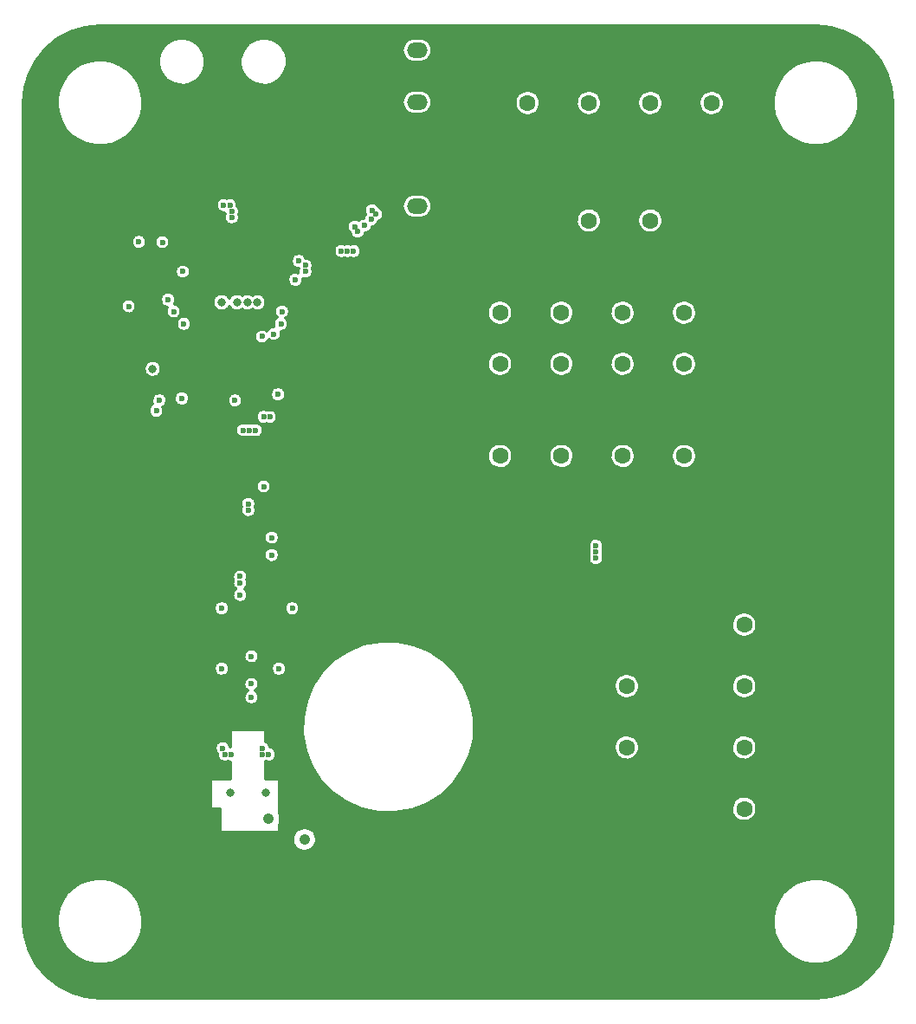
<source format=gbr>
G04 #@! TF.GenerationSoftware,KiCad,Pcbnew,(2017-12-21 revision 7586afd53)-makepkg*
G04 #@! TF.CreationDate,2018-10-14T21:46:10-07:00*
G04 #@! TF.ProjectId,fsorx,66736F72782E6B696361645F70636200,rev?*
G04 #@! TF.SameCoordinates,Original*
G04 #@! TF.FileFunction,Copper,L2,Inr,Signal*
G04 #@! TF.FilePolarity,Positive*
%FSLAX46Y46*%
G04 Gerber Fmt 4.6, Leading zero omitted, Abs format (unit mm)*
G04 Created by KiCad (PCBNEW (2017-12-21 revision 7586afd53)-makepkg) date 10/14/18 21:46:10*
%MOMM*%
%LPD*%
G01*
G04 APERTURE LIST*
%ADD10C,1.600000*%
%ADD11C,1.050000*%
%ADD12O,2.000000X1.500000*%
%ADD13C,0.800000*%
%ADD14C,0.600000*%
%ADD15C,0.300000*%
G04 APERTURE END LIST*
D10*
X129812802Y-53018363D03*
X129812802Y-58018363D03*
D11*
X90000000Y-130000000D03*
D10*
X111812802Y-53018363D03*
X111812802Y-58018363D03*
X123812802Y-53018363D03*
X123812802Y-58018363D03*
X117812802Y-53018363D03*
X117812802Y-58018363D03*
X123812802Y-69518363D03*
X123812802Y-74518363D03*
X117812802Y-69518363D03*
X117812802Y-74518363D03*
X127112802Y-83518363D03*
X127112802Y-78518363D03*
X115112802Y-83518363D03*
X115112802Y-78518363D03*
X121112802Y-97518363D03*
X121112802Y-92518363D03*
X109112802Y-92518363D03*
X109112802Y-97518363D03*
X115112802Y-97518363D03*
X115112802Y-92518363D03*
X127112802Y-92518363D03*
X127112802Y-97518363D03*
X121112802Y-78518363D03*
X121112802Y-83518363D03*
X109112802Y-83518363D03*
X109112802Y-78518363D03*
X133000000Y-127000000D03*
X138000000Y-127000000D03*
X133000000Y-109000000D03*
X138000000Y-109000000D03*
X138000000Y-121000000D03*
X133000000Y-121000000D03*
X138000000Y-115000000D03*
X133000000Y-115000000D03*
X121500000Y-121000000D03*
X116500000Y-121000000D03*
X116500000Y-115000000D03*
X121500000Y-115000000D03*
D12*
X101000000Y-68120000D03*
X101000000Y-65580000D03*
X101000000Y-57960000D03*
X101000000Y-55420000D03*
X101000000Y-52880000D03*
D13*
X86217424Y-125431944D03*
X82717424Y-125431944D03*
X81900000Y-77500000D03*
X85400000Y-77500000D03*
X84400000Y-77500000D03*
X83400000Y-77500000D03*
X75150000Y-84000000D03*
D11*
X86500000Y-128000000D03*
D14*
X94800000Y-72500000D03*
X94200000Y-72500000D03*
X95200000Y-70600000D03*
X94900000Y-70100000D03*
X95900000Y-70000000D03*
X92900000Y-71300000D03*
X92800000Y-71900000D03*
X92800000Y-72500000D03*
X93600000Y-72500000D03*
X96500000Y-69400000D03*
X97000000Y-68900000D03*
X96600000Y-68500000D03*
X82700000Y-68000000D03*
X82100000Y-68000000D03*
X82900000Y-68600000D03*
X82900000Y-69200000D03*
X90500000Y-80400000D03*
X91000000Y-81400000D03*
X91000000Y-80800000D03*
X87800000Y-78400000D03*
X84600000Y-82050000D03*
X90000000Y-76200000D03*
X85850000Y-80850000D03*
X118500000Y-101300000D03*
X118500000Y-101900000D03*
X82800000Y-121700000D03*
X85900000Y-121100000D03*
X86500000Y-121700000D03*
X85900000Y-121700000D03*
X82600000Y-123900000D03*
X86900000Y-118700000D03*
X86400000Y-119200000D03*
X87000000Y-119400000D03*
X82100000Y-118600000D03*
X82500000Y-119100000D03*
X81900000Y-119300000D03*
X85200000Y-90000000D03*
X84600000Y-90000000D03*
X84000000Y-90000000D03*
X125500000Y-131500000D03*
X125500000Y-130900000D03*
X126300000Y-130000000D03*
X84600000Y-129700000D03*
X84600000Y-130300000D03*
X82400000Y-118000000D03*
X82400000Y-116700000D03*
X86400000Y-114800000D03*
X86400000Y-116100000D03*
X86900000Y-116700000D03*
X86900000Y-118000000D03*
X82000000Y-103100000D03*
X81500000Y-103700000D03*
X82100000Y-106100000D03*
X82100000Y-104800000D03*
X85000000Y-108600000D03*
X85100000Y-106400000D03*
X85400000Y-104400000D03*
X84200000Y-101300000D03*
X84700000Y-100500000D03*
X90100000Y-98100000D03*
X90100000Y-97500000D03*
X88500000Y-100600000D03*
X88500000Y-99300000D03*
X90400000Y-93900000D03*
X91000000Y-93300000D03*
X82400000Y-89840000D03*
X84300000Y-86200000D03*
X84300000Y-85600000D03*
X93400000Y-85300000D03*
X93400000Y-86600000D03*
X85400000Y-88100000D03*
X86600000Y-87900000D03*
X90700000Y-77400000D03*
X91300000Y-75900000D03*
X91300000Y-74600000D03*
X90800000Y-71000000D03*
X84300000Y-67900000D03*
X84400000Y-68500000D03*
X84400000Y-69100000D03*
X83700000Y-67900000D03*
X79150000Y-80650000D03*
X87200000Y-81750000D03*
X88200000Y-81300000D03*
X86000000Y-88700000D03*
X86600000Y-88700000D03*
X78000000Y-86900000D03*
X75800000Y-87100000D03*
X75500000Y-88100000D03*
X76650000Y-77250000D03*
X77200000Y-78400000D03*
X78200000Y-79600000D03*
X87700000Y-79600000D03*
X87000000Y-80600000D03*
X89100000Y-75300000D03*
X89431735Y-73468265D03*
X90100000Y-74500000D03*
X90100000Y-73900000D03*
X91700000Y-87400000D03*
X83000000Y-91400000D03*
X79700000Y-91300000D03*
X82200000Y-87300000D03*
X84920000Y-93000000D03*
X78500000Y-97300000D03*
X78400000Y-96700000D03*
X76900000Y-94800000D03*
X77300000Y-95200000D03*
X70900000Y-87800000D03*
X75800000Y-86000000D03*
X74500000Y-86000000D03*
X70500000Y-78700000D03*
X78900000Y-78400000D03*
X78100000Y-77300000D03*
X80080000Y-76304554D03*
X73800000Y-70400000D03*
X76100000Y-70500000D03*
X121100000Y-62000000D03*
X120500000Y-62000000D03*
X125500000Y-88300000D03*
X125500000Y-87700000D03*
X112000000Y-86500000D03*
X111200000Y-87000000D03*
X125000000Y-88000000D03*
X76100000Y-71625000D03*
X73800000Y-71600000D03*
X86800000Y-102200000D03*
X86800000Y-100500000D03*
X84800000Y-114800000D03*
X84800000Y-116100000D03*
X84800000Y-112100000D03*
X82000000Y-121100000D03*
X82200000Y-121700000D03*
X86000000Y-95500000D03*
X84500000Y-97200000D03*
X84500000Y-97800000D03*
X83700000Y-106100000D03*
X83700000Y-104900000D03*
X83700000Y-104300000D03*
X118500000Y-102500000D03*
X83200000Y-87100000D03*
X88800000Y-107400000D03*
X81900000Y-107400000D03*
X72800000Y-77900000D03*
X78100000Y-74500000D03*
X87500000Y-113300000D03*
X81900000Y-113300000D03*
X87400000Y-86500000D03*
D15*
G36*
X141456292Y-50645189D02*
X142857114Y-51068122D01*
X144149110Y-51755089D01*
X145283064Y-52679918D01*
X146215794Y-53807393D01*
X146911763Y-55094561D01*
X147344465Y-56492397D01*
X147499896Y-57971224D01*
X147500000Y-58000886D01*
X147500000Y-137975542D01*
X147354811Y-139456292D01*
X146931878Y-140857114D01*
X146244911Y-142149110D01*
X145320080Y-143283066D01*
X144192607Y-144215793D01*
X142905439Y-144911763D01*
X141507603Y-145344465D01*
X140028776Y-145499896D01*
X139999113Y-145500000D01*
X70024458Y-145500000D01*
X68543708Y-145354811D01*
X67142886Y-144931878D01*
X65850890Y-144244911D01*
X64716934Y-143320080D01*
X63784207Y-142192607D01*
X63088237Y-140905439D01*
X62655535Y-139507603D01*
X62534197Y-138353147D01*
X65794479Y-138353147D01*
X65943166Y-139163278D01*
X66246377Y-139929100D01*
X66692561Y-140621444D01*
X67264725Y-141213937D01*
X67941075Y-141684012D01*
X68695849Y-142013765D01*
X69500297Y-142190634D01*
X70323779Y-142207884D01*
X71134928Y-142064856D01*
X71902848Y-141767000D01*
X72598290Y-141325659D01*
X73194763Y-140757645D01*
X73669549Y-140084594D01*
X74004562Y-139332141D01*
X74187044Y-138528947D01*
X74189498Y-138353147D01*
X135794479Y-138353147D01*
X135943166Y-139163278D01*
X136246377Y-139929100D01*
X136692561Y-140621444D01*
X137264725Y-141213937D01*
X137941075Y-141684012D01*
X138695849Y-142013765D01*
X139500297Y-142190634D01*
X140323779Y-142207884D01*
X141134928Y-142064856D01*
X141902848Y-141767000D01*
X142598290Y-141325659D01*
X143194763Y-140757645D01*
X143669549Y-140084594D01*
X144004562Y-139332141D01*
X144187044Y-138528947D01*
X144200180Y-137588169D01*
X144040197Y-136780193D01*
X143726323Y-136018679D01*
X143270515Y-135332633D01*
X142690134Y-134748186D01*
X142007287Y-134287600D01*
X141247983Y-133968418D01*
X140441144Y-133802797D01*
X139617501Y-133797047D01*
X138808428Y-133951386D01*
X138044742Y-134259936D01*
X137355530Y-134710943D01*
X136767046Y-135287229D01*
X136301704Y-135966844D01*
X135977228Y-136723902D01*
X135805979Y-137529565D01*
X135794479Y-138353147D01*
X74189498Y-138353147D01*
X74200180Y-137588169D01*
X74040197Y-136780193D01*
X73726323Y-136018679D01*
X73270515Y-135332633D01*
X72690134Y-134748186D01*
X72007287Y-134287600D01*
X71247983Y-133968418D01*
X70441144Y-133802797D01*
X69617501Y-133797047D01*
X68808428Y-133951386D01*
X68044742Y-134259936D01*
X67355530Y-134710943D01*
X66767046Y-135287229D01*
X66301704Y-135966844D01*
X65977228Y-136723902D01*
X65805979Y-137529565D01*
X65794479Y-138353147D01*
X62534197Y-138353147D01*
X62500104Y-138028776D01*
X62500000Y-137999113D01*
X62500000Y-130098797D01*
X88823456Y-130098797D01*
X88865053Y-130325441D01*
X88949879Y-130539689D01*
X89074705Y-130733380D01*
X89234775Y-130899137D01*
X89423991Y-131030646D01*
X89635148Y-131122898D01*
X89860202Y-131172379D01*
X90090581Y-131177205D01*
X90317510Y-131137192D01*
X90532344Y-131053863D01*
X90726902Y-130930392D01*
X90893773Y-130771484D01*
X91026600Y-130583190D01*
X91120324Y-130372682D01*
X91171375Y-130147979D01*
X91175050Y-129884785D01*
X91130293Y-129658744D01*
X91042483Y-129445702D01*
X90914965Y-129253772D01*
X90752597Y-129090267D01*
X90561562Y-128961412D01*
X90349138Y-128872117D01*
X90123415Y-128825783D01*
X89892991Y-128824174D01*
X89666644Y-128867352D01*
X89452993Y-128953673D01*
X89260178Y-129079847D01*
X89095543Y-129241070D01*
X88965358Y-129431201D01*
X88874582Y-129642996D01*
X88826673Y-129868390D01*
X88823456Y-130098797D01*
X62500000Y-130098797D01*
X62500000Y-124200000D01*
X80750000Y-124200000D01*
X80750000Y-126900000D01*
X80761418Y-126957403D01*
X80793934Y-127006066D01*
X80842597Y-127038582D01*
X80900000Y-127050000D01*
X81750000Y-127050000D01*
X81750000Y-129200000D01*
X81761418Y-129257403D01*
X81793934Y-129306066D01*
X81842597Y-129338582D01*
X81900000Y-129350000D01*
X87400000Y-129350000D01*
X87457403Y-129338582D01*
X87506066Y-129306066D01*
X87538582Y-129257403D01*
X87550000Y-129200000D01*
X87550000Y-128530633D01*
X87620324Y-128372682D01*
X87671375Y-128147979D01*
X87675050Y-127884785D01*
X87630293Y-127658744D01*
X87550000Y-127463940D01*
X87550000Y-124200000D01*
X87538582Y-124142597D01*
X87506066Y-124093934D01*
X87457403Y-124061418D01*
X87400000Y-124050000D01*
X86250000Y-124050000D01*
X86250000Y-122409266D01*
X86267116Y-122416744D01*
X86410767Y-122448328D01*
X86557818Y-122451408D01*
X86702666Y-122425867D01*
X86839794Y-122372679D01*
X86963980Y-122293868D01*
X87070493Y-122192437D01*
X87155277Y-122072249D01*
X87215100Y-121937882D01*
X87247686Y-121794455D01*
X87250032Y-121626459D01*
X87221464Y-121482177D01*
X87165415Y-121346193D01*
X87084021Y-121223684D01*
X86980381Y-121119319D01*
X86858444Y-121037071D01*
X86722854Y-120980075D01*
X86637374Y-120962528D01*
X86621464Y-120882177D01*
X86565415Y-120746193D01*
X86484021Y-120623684D01*
X86380381Y-120519319D01*
X86258444Y-120437071D01*
X86250000Y-120433522D01*
X86250000Y-119706295D01*
X89788959Y-119706295D01*
X90086332Y-121326557D01*
X90692753Y-122858201D01*
X91585123Y-124242887D01*
X92729451Y-125427874D01*
X94082150Y-126368024D01*
X95591698Y-127027529D01*
X97200594Y-127381268D01*
X98847558Y-127415767D01*
X100469856Y-127129712D01*
X100533301Y-127105103D01*
X131748357Y-127105103D01*
X131792609Y-127346214D01*
X131882850Y-127574137D01*
X132015643Y-127780191D01*
X132185930Y-127956529D01*
X132387225Y-128096432D01*
X132611860Y-128194573D01*
X132851279Y-128247212D01*
X133096363Y-128252346D01*
X133337776Y-128209778D01*
X133566324Y-128121131D01*
X133773300Y-127989779D01*
X133950822Y-127820728D01*
X134092127Y-127620415D01*
X134191834Y-127396470D01*
X134246144Y-127157425D01*
X134250053Y-126877431D01*
X134202439Y-126636962D01*
X134109025Y-126410321D01*
X133973367Y-126206141D01*
X133800635Y-126032198D01*
X133597407Y-125895119D01*
X133371424Y-125800125D01*
X133131293Y-125750833D01*
X132886161Y-125749121D01*
X132645366Y-125795056D01*
X132418078Y-125886886D01*
X132212956Y-126021114D01*
X132037811Y-126192628D01*
X131899317Y-126394894D01*
X131802747Y-126620209D01*
X131751780Y-126859990D01*
X131748357Y-127105103D01*
X100533301Y-127105103D01*
X102005697Y-126533999D01*
X103396579Y-125651318D01*
X104589526Y-124515291D01*
X105539097Y-123169187D01*
X106209125Y-121664281D01*
X106336166Y-121105103D01*
X120248357Y-121105103D01*
X120292609Y-121346214D01*
X120382850Y-121574137D01*
X120515643Y-121780191D01*
X120685930Y-121956529D01*
X120887225Y-122096432D01*
X121111860Y-122194573D01*
X121351279Y-122247212D01*
X121596363Y-122252346D01*
X121837776Y-122209778D01*
X122066324Y-122121131D01*
X122273300Y-121989779D01*
X122450822Y-121820728D01*
X122592127Y-121620415D01*
X122691834Y-121396470D01*
X122746144Y-121157425D01*
X122746874Y-121105103D01*
X131748357Y-121105103D01*
X131792609Y-121346214D01*
X131882850Y-121574137D01*
X132015643Y-121780191D01*
X132185930Y-121956529D01*
X132387225Y-122096432D01*
X132611860Y-122194573D01*
X132851279Y-122247212D01*
X133096363Y-122252346D01*
X133337776Y-122209778D01*
X133566324Y-122121131D01*
X133773300Y-121989779D01*
X133950822Y-121820728D01*
X134092127Y-121620415D01*
X134191834Y-121396470D01*
X134246144Y-121157425D01*
X134250053Y-120877431D01*
X134202439Y-120636962D01*
X134109025Y-120410321D01*
X133973367Y-120206141D01*
X133800635Y-120032198D01*
X133597407Y-119895119D01*
X133371424Y-119800125D01*
X133131293Y-119750833D01*
X132886161Y-119749121D01*
X132645366Y-119795056D01*
X132418078Y-119886886D01*
X132212956Y-120021114D01*
X132037811Y-120192628D01*
X131899317Y-120394894D01*
X131802747Y-120620209D01*
X131751780Y-120859990D01*
X131748357Y-121105103D01*
X122746874Y-121105103D01*
X122750053Y-120877431D01*
X122702439Y-120636962D01*
X122609025Y-120410321D01*
X122473367Y-120206141D01*
X122300635Y-120032198D01*
X122097407Y-119895119D01*
X121871424Y-119800125D01*
X121631293Y-119750833D01*
X121386161Y-119749121D01*
X121145366Y-119795056D01*
X120918078Y-119886886D01*
X120712956Y-120021114D01*
X120537811Y-120192628D01*
X120399317Y-120394894D01*
X120302747Y-120620209D01*
X120251780Y-120859990D01*
X120248357Y-121105103D01*
X106336166Y-121105103D01*
X106574087Y-120057893D01*
X106600360Y-118176337D01*
X106280393Y-116560385D01*
X105680569Y-115105103D01*
X120248357Y-115105103D01*
X120292609Y-115346214D01*
X120382850Y-115574137D01*
X120515643Y-115780191D01*
X120685930Y-115956529D01*
X120887225Y-116096432D01*
X121111860Y-116194573D01*
X121351279Y-116247212D01*
X121596363Y-116252346D01*
X121837776Y-116209778D01*
X122066324Y-116121131D01*
X122273300Y-115989779D01*
X122450822Y-115820728D01*
X122592127Y-115620415D01*
X122691834Y-115396470D01*
X122746144Y-115157425D01*
X122746874Y-115105103D01*
X131748357Y-115105103D01*
X131792609Y-115346214D01*
X131882850Y-115574137D01*
X132015643Y-115780191D01*
X132185930Y-115956529D01*
X132387225Y-116096432D01*
X132611860Y-116194573D01*
X132851279Y-116247212D01*
X133096363Y-116252346D01*
X133337776Y-116209778D01*
X133566324Y-116121131D01*
X133773300Y-115989779D01*
X133950822Y-115820728D01*
X134092127Y-115620415D01*
X134191834Y-115396470D01*
X134246144Y-115157425D01*
X134250053Y-114877431D01*
X134202439Y-114636962D01*
X134109025Y-114410321D01*
X133973367Y-114206141D01*
X133800635Y-114032198D01*
X133597407Y-113895119D01*
X133371424Y-113800125D01*
X133131293Y-113750833D01*
X132886161Y-113749121D01*
X132645366Y-113795056D01*
X132418078Y-113886886D01*
X132212956Y-114021114D01*
X132037811Y-114192628D01*
X131899317Y-114394894D01*
X131802747Y-114620209D01*
X131751780Y-114859990D01*
X131748357Y-115105103D01*
X122746874Y-115105103D01*
X122750053Y-114877431D01*
X122702439Y-114636962D01*
X122609025Y-114410321D01*
X122473367Y-114206141D01*
X122300635Y-114032198D01*
X122097407Y-113895119D01*
X121871424Y-113800125D01*
X121631293Y-113750833D01*
X121386161Y-113749121D01*
X121145366Y-113795056D01*
X120918078Y-113886886D01*
X120712956Y-114021114D01*
X120537811Y-114192628D01*
X120399317Y-114394894D01*
X120302747Y-114620209D01*
X120251780Y-114859990D01*
X120248357Y-115105103D01*
X105680569Y-115105103D01*
X105652646Y-115037358D01*
X104741031Y-113665266D01*
X103580269Y-112496372D01*
X102214575Y-111575200D01*
X100695966Y-110936835D01*
X99082288Y-110605595D01*
X97435003Y-110594094D01*
X95816856Y-110902772D01*
X94289483Y-111519871D01*
X92911060Y-112421886D01*
X91734092Y-113574459D01*
X90803407Y-114933689D01*
X90154457Y-116447803D01*
X89811959Y-118059130D01*
X89788959Y-119706295D01*
X86250000Y-119706295D01*
X86250000Y-119400000D01*
X86238582Y-119342597D01*
X86206066Y-119293934D01*
X86157403Y-119261418D01*
X86100000Y-119250000D01*
X82900000Y-119250000D01*
X82842597Y-119261418D01*
X82793934Y-119293934D01*
X82761418Y-119342597D01*
X82750000Y-119400000D01*
X82750000Y-120949601D01*
X82734793Y-120949495D01*
X82721464Y-120882177D01*
X82665415Y-120746193D01*
X82584021Y-120623684D01*
X82480381Y-120519319D01*
X82358444Y-120437071D01*
X82222854Y-120380075D01*
X82078776Y-120350499D01*
X81931697Y-120349473D01*
X81787219Y-120377033D01*
X81650847Y-120432131D01*
X81527773Y-120512668D01*
X81422687Y-120615577D01*
X81339590Y-120736936D01*
X81281648Y-120872125D01*
X81251068Y-121015994D01*
X81249014Y-121163062D01*
X81275565Y-121307728D01*
X81329710Y-121444482D01*
X81409386Y-121568115D01*
X81451890Y-121612129D01*
X81451068Y-121615994D01*
X81449014Y-121763062D01*
X81475565Y-121907728D01*
X81529710Y-122044482D01*
X81609386Y-122168115D01*
X81711558Y-122273917D01*
X81832335Y-122357859D01*
X81967116Y-122416744D01*
X82110767Y-122448328D01*
X82257818Y-122451408D01*
X82402666Y-122425867D01*
X82500840Y-122387788D01*
X82567116Y-122416744D01*
X82710767Y-122448328D01*
X82750000Y-122449150D01*
X82750000Y-124050000D01*
X80900000Y-124050000D01*
X80842597Y-124061418D01*
X80793934Y-124093934D01*
X80761418Y-124142597D01*
X80750000Y-124200000D01*
X62500000Y-124200000D01*
X62500000Y-114863062D01*
X84049014Y-114863062D01*
X84075565Y-115007728D01*
X84129710Y-115144482D01*
X84209386Y-115268115D01*
X84311558Y-115373917D01*
X84422246Y-115450847D01*
X84327773Y-115512668D01*
X84222687Y-115615577D01*
X84139590Y-115736936D01*
X84081648Y-115872125D01*
X84051068Y-116015994D01*
X84049014Y-116163062D01*
X84075565Y-116307728D01*
X84129710Y-116444482D01*
X84209386Y-116568115D01*
X84311558Y-116673917D01*
X84432335Y-116757859D01*
X84567116Y-116816744D01*
X84710767Y-116848328D01*
X84857818Y-116851408D01*
X85002666Y-116825867D01*
X85139794Y-116772679D01*
X85263980Y-116693868D01*
X85370493Y-116592437D01*
X85455277Y-116472249D01*
X85515100Y-116337882D01*
X85547686Y-116194455D01*
X85550032Y-116026459D01*
X85521464Y-115882177D01*
X85465415Y-115746193D01*
X85384021Y-115623684D01*
X85280381Y-115519319D01*
X85176603Y-115449319D01*
X85263980Y-115393868D01*
X85370493Y-115292437D01*
X85455277Y-115172249D01*
X85515100Y-115037882D01*
X85547686Y-114894455D01*
X85550032Y-114726459D01*
X85521464Y-114582177D01*
X85465415Y-114446193D01*
X85384021Y-114323684D01*
X85280381Y-114219319D01*
X85158444Y-114137071D01*
X85022854Y-114080075D01*
X84878776Y-114050499D01*
X84731697Y-114049473D01*
X84587219Y-114077033D01*
X84450847Y-114132131D01*
X84327773Y-114212668D01*
X84222687Y-114315577D01*
X84139590Y-114436936D01*
X84081648Y-114572125D01*
X84051068Y-114715994D01*
X84049014Y-114863062D01*
X62500000Y-114863062D01*
X62500000Y-113363062D01*
X81149014Y-113363062D01*
X81175565Y-113507728D01*
X81229710Y-113644482D01*
X81309386Y-113768115D01*
X81411558Y-113873917D01*
X81532335Y-113957859D01*
X81667116Y-114016744D01*
X81810767Y-114048328D01*
X81957818Y-114051408D01*
X82102666Y-114025867D01*
X82239794Y-113972679D01*
X82363980Y-113893868D01*
X82470493Y-113792437D01*
X82555277Y-113672249D01*
X82615100Y-113537882D01*
X82647686Y-113394455D01*
X82648124Y-113363062D01*
X86749014Y-113363062D01*
X86775565Y-113507728D01*
X86829710Y-113644482D01*
X86909386Y-113768115D01*
X87011558Y-113873917D01*
X87132335Y-113957859D01*
X87267116Y-114016744D01*
X87410767Y-114048328D01*
X87557818Y-114051408D01*
X87702666Y-114025867D01*
X87839794Y-113972679D01*
X87963980Y-113893868D01*
X88070493Y-113792437D01*
X88155277Y-113672249D01*
X88215100Y-113537882D01*
X88247686Y-113394455D01*
X88250032Y-113226459D01*
X88221464Y-113082177D01*
X88165415Y-112946193D01*
X88084021Y-112823684D01*
X87980381Y-112719319D01*
X87858444Y-112637071D01*
X87722854Y-112580075D01*
X87578776Y-112550499D01*
X87431697Y-112549473D01*
X87287219Y-112577033D01*
X87150847Y-112632131D01*
X87027773Y-112712668D01*
X86922687Y-112815577D01*
X86839590Y-112936936D01*
X86781648Y-113072125D01*
X86751068Y-113215994D01*
X86749014Y-113363062D01*
X82648124Y-113363062D01*
X82650032Y-113226459D01*
X82621464Y-113082177D01*
X82565415Y-112946193D01*
X82484021Y-112823684D01*
X82380381Y-112719319D01*
X82258444Y-112637071D01*
X82122854Y-112580075D01*
X81978776Y-112550499D01*
X81831697Y-112549473D01*
X81687219Y-112577033D01*
X81550847Y-112632131D01*
X81427773Y-112712668D01*
X81322687Y-112815577D01*
X81239590Y-112936936D01*
X81181648Y-113072125D01*
X81151068Y-113215994D01*
X81149014Y-113363062D01*
X62500000Y-113363062D01*
X62500000Y-112163062D01*
X84049014Y-112163062D01*
X84075565Y-112307728D01*
X84129710Y-112444482D01*
X84209386Y-112568115D01*
X84311558Y-112673917D01*
X84432335Y-112757859D01*
X84567116Y-112816744D01*
X84710767Y-112848328D01*
X84857818Y-112851408D01*
X85002666Y-112825867D01*
X85139794Y-112772679D01*
X85263980Y-112693868D01*
X85370493Y-112592437D01*
X85455277Y-112472249D01*
X85515100Y-112337882D01*
X85547686Y-112194455D01*
X85550032Y-112026459D01*
X85521464Y-111882177D01*
X85465415Y-111746193D01*
X85384021Y-111623684D01*
X85280381Y-111519319D01*
X85158444Y-111437071D01*
X85022854Y-111380075D01*
X84878776Y-111350499D01*
X84731697Y-111349473D01*
X84587219Y-111377033D01*
X84450847Y-111432131D01*
X84327773Y-111512668D01*
X84222687Y-111615577D01*
X84139590Y-111736936D01*
X84081648Y-111872125D01*
X84051068Y-112015994D01*
X84049014Y-112163062D01*
X62500000Y-112163062D01*
X62500000Y-109105103D01*
X131748357Y-109105103D01*
X131792609Y-109346214D01*
X131882850Y-109574137D01*
X132015643Y-109780191D01*
X132185930Y-109956529D01*
X132387225Y-110096432D01*
X132611860Y-110194573D01*
X132851279Y-110247212D01*
X133096363Y-110252346D01*
X133337776Y-110209778D01*
X133566324Y-110121131D01*
X133773300Y-109989779D01*
X133950822Y-109820728D01*
X134092127Y-109620415D01*
X134191834Y-109396470D01*
X134246144Y-109157425D01*
X134250053Y-108877431D01*
X134202439Y-108636962D01*
X134109025Y-108410321D01*
X133973367Y-108206141D01*
X133800635Y-108032198D01*
X133597407Y-107895119D01*
X133371424Y-107800125D01*
X133131293Y-107750833D01*
X132886161Y-107749121D01*
X132645366Y-107795056D01*
X132418078Y-107886886D01*
X132212956Y-108021114D01*
X132037811Y-108192628D01*
X131899317Y-108394894D01*
X131802747Y-108620209D01*
X131751780Y-108859990D01*
X131748357Y-109105103D01*
X62500000Y-109105103D01*
X62500000Y-107463062D01*
X81149014Y-107463062D01*
X81175565Y-107607728D01*
X81229710Y-107744482D01*
X81309386Y-107868115D01*
X81411558Y-107973917D01*
X81532335Y-108057859D01*
X81667116Y-108116744D01*
X81810767Y-108148328D01*
X81957818Y-108151408D01*
X82102666Y-108125867D01*
X82239794Y-108072679D01*
X82363980Y-107993868D01*
X82470493Y-107892437D01*
X82555277Y-107772249D01*
X82615100Y-107637882D01*
X82647686Y-107494455D01*
X82648124Y-107463062D01*
X88049014Y-107463062D01*
X88075565Y-107607728D01*
X88129710Y-107744482D01*
X88209386Y-107868115D01*
X88311558Y-107973917D01*
X88432335Y-108057859D01*
X88567116Y-108116744D01*
X88710767Y-108148328D01*
X88857818Y-108151408D01*
X89002666Y-108125867D01*
X89139794Y-108072679D01*
X89263980Y-107993868D01*
X89370493Y-107892437D01*
X89455277Y-107772249D01*
X89515100Y-107637882D01*
X89547686Y-107494455D01*
X89550032Y-107326459D01*
X89521464Y-107182177D01*
X89465415Y-107046193D01*
X89384021Y-106923684D01*
X89280381Y-106819319D01*
X89158444Y-106737071D01*
X89022854Y-106680075D01*
X88878776Y-106650499D01*
X88731697Y-106649473D01*
X88587219Y-106677033D01*
X88450847Y-106732131D01*
X88327773Y-106812668D01*
X88222687Y-106915577D01*
X88139590Y-107036936D01*
X88081648Y-107172125D01*
X88051068Y-107315994D01*
X88049014Y-107463062D01*
X82648124Y-107463062D01*
X82650032Y-107326459D01*
X82621464Y-107182177D01*
X82565415Y-107046193D01*
X82484021Y-106923684D01*
X82380381Y-106819319D01*
X82258444Y-106737071D01*
X82122854Y-106680075D01*
X81978776Y-106650499D01*
X81831697Y-106649473D01*
X81687219Y-106677033D01*
X81550847Y-106732131D01*
X81427773Y-106812668D01*
X81322687Y-106915577D01*
X81239590Y-107036936D01*
X81181648Y-107172125D01*
X81151068Y-107315994D01*
X81149014Y-107463062D01*
X62500000Y-107463062D01*
X62500000Y-104363062D01*
X82949014Y-104363062D01*
X82975565Y-104507728D01*
X83012320Y-104600561D01*
X82981648Y-104672125D01*
X82951068Y-104815994D01*
X82949014Y-104963062D01*
X82975565Y-105107728D01*
X83029710Y-105244482D01*
X83109386Y-105368115D01*
X83211558Y-105473917D01*
X83248139Y-105499341D01*
X83227773Y-105512668D01*
X83122687Y-105615577D01*
X83039590Y-105736936D01*
X82981648Y-105872125D01*
X82951068Y-106015994D01*
X82949014Y-106163062D01*
X82975565Y-106307728D01*
X83029710Y-106444482D01*
X83109386Y-106568115D01*
X83211558Y-106673917D01*
X83332335Y-106757859D01*
X83467116Y-106816744D01*
X83610767Y-106848328D01*
X83757818Y-106851408D01*
X83902666Y-106825867D01*
X84039794Y-106772679D01*
X84163980Y-106693868D01*
X84270493Y-106592437D01*
X84355277Y-106472249D01*
X84415100Y-106337882D01*
X84447686Y-106194455D01*
X84450032Y-106026459D01*
X84421464Y-105882177D01*
X84365415Y-105746193D01*
X84284021Y-105623684D01*
X84180381Y-105519319D01*
X84152989Y-105500843D01*
X84163980Y-105493868D01*
X84270493Y-105392437D01*
X84355277Y-105272249D01*
X84415100Y-105137882D01*
X84447686Y-104994455D01*
X84450032Y-104826459D01*
X84421464Y-104682177D01*
X84387521Y-104599826D01*
X84415100Y-104537882D01*
X84447686Y-104394455D01*
X84450032Y-104226459D01*
X84421464Y-104082177D01*
X84365415Y-103946193D01*
X84284021Y-103823684D01*
X84180381Y-103719319D01*
X84058444Y-103637071D01*
X83922854Y-103580075D01*
X83778776Y-103550499D01*
X83631697Y-103549473D01*
X83487219Y-103577033D01*
X83350847Y-103632131D01*
X83227773Y-103712668D01*
X83122687Y-103815577D01*
X83039590Y-103936936D01*
X82981648Y-104072125D01*
X82951068Y-104215994D01*
X82949014Y-104363062D01*
X62500000Y-104363062D01*
X62500000Y-102263062D01*
X86049014Y-102263062D01*
X86075565Y-102407728D01*
X86129710Y-102544482D01*
X86209386Y-102668115D01*
X86311558Y-102773917D01*
X86432335Y-102857859D01*
X86567116Y-102916744D01*
X86710767Y-102948328D01*
X86857818Y-102951408D01*
X87002666Y-102925867D01*
X87139794Y-102872679D01*
X87263980Y-102793868D01*
X87370493Y-102692437D01*
X87455277Y-102572249D01*
X87515100Y-102437882D01*
X87547686Y-102294455D01*
X87550032Y-102126459D01*
X87521464Y-101982177D01*
X87465415Y-101846193D01*
X87384021Y-101723684D01*
X87280381Y-101619319D01*
X87158444Y-101537071D01*
X87022854Y-101480075D01*
X86878776Y-101450499D01*
X86731697Y-101449473D01*
X86587219Y-101477033D01*
X86450847Y-101532131D01*
X86327773Y-101612668D01*
X86222687Y-101715577D01*
X86139590Y-101836936D01*
X86081648Y-101972125D01*
X86051068Y-102115994D01*
X86049014Y-102263062D01*
X62500000Y-102263062D01*
X62500000Y-101363062D01*
X117749014Y-101363062D01*
X117775565Y-101507728D01*
X117812320Y-101600561D01*
X117781648Y-101672125D01*
X117751068Y-101815994D01*
X117749014Y-101963062D01*
X117775565Y-102107728D01*
X117812320Y-102200561D01*
X117781648Y-102272125D01*
X117751068Y-102415994D01*
X117749014Y-102563062D01*
X117775565Y-102707728D01*
X117829710Y-102844482D01*
X117909386Y-102968115D01*
X118011558Y-103073917D01*
X118132335Y-103157859D01*
X118267116Y-103216744D01*
X118410767Y-103248328D01*
X118557818Y-103251408D01*
X118702666Y-103225867D01*
X118839794Y-103172679D01*
X118963980Y-103093868D01*
X119070493Y-102992437D01*
X119155277Y-102872249D01*
X119215100Y-102737882D01*
X119247686Y-102594455D01*
X119250032Y-102426459D01*
X119221464Y-102282177D01*
X119187521Y-102199826D01*
X119215100Y-102137882D01*
X119247686Y-101994455D01*
X119250032Y-101826459D01*
X119221464Y-101682177D01*
X119187521Y-101599826D01*
X119215100Y-101537882D01*
X119247686Y-101394455D01*
X119250032Y-101226459D01*
X119221464Y-101082177D01*
X119165415Y-100946193D01*
X119084021Y-100823684D01*
X118980381Y-100719319D01*
X118858444Y-100637071D01*
X118722854Y-100580075D01*
X118578776Y-100550499D01*
X118431697Y-100549473D01*
X118287219Y-100577033D01*
X118150847Y-100632131D01*
X118027773Y-100712668D01*
X117922687Y-100815577D01*
X117839590Y-100936936D01*
X117781648Y-101072125D01*
X117751068Y-101215994D01*
X117749014Y-101363062D01*
X62500000Y-101363062D01*
X62500000Y-100563062D01*
X86049014Y-100563062D01*
X86075565Y-100707728D01*
X86129710Y-100844482D01*
X86209386Y-100968115D01*
X86311558Y-101073917D01*
X86432335Y-101157859D01*
X86567116Y-101216744D01*
X86710767Y-101248328D01*
X86857818Y-101251408D01*
X87002666Y-101225867D01*
X87139794Y-101172679D01*
X87263980Y-101093868D01*
X87370493Y-100992437D01*
X87455277Y-100872249D01*
X87515100Y-100737882D01*
X87547686Y-100594455D01*
X87550032Y-100426459D01*
X87521464Y-100282177D01*
X87465415Y-100146193D01*
X87384021Y-100023684D01*
X87280381Y-99919319D01*
X87158444Y-99837071D01*
X87022854Y-99780075D01*
X86878776Y-99750499D01*
X86731697Y-99749473D01*
X86587219Y-99777033D01*
X86450847Y-99832131D01*
X86327773Y-99912668D01*
X86222687Y-100015577D01*
X86139590Y-100136936D01*
X86081648Y-100272125D01*
X86051068Y-100415994D01*
X86049014Y-100563062D01*
X62500000Y-100563062D01*
X62500000Y-97263062D01*
X83749014Y-97263062D01*
X83775565Y-97407728D01*
X83812320Y-97500561D01*
X83781648Y-97572125D01*
X83751068Y-97715994D01*
X83749014Y-97863062D01*
X83775565Y-98007728D01*
X83829710Y-98144482D01*
X83909386Y-98268115D01*
X84011558Y-98373917D01*
X84132335Y-98457859D01*
X84267116Y-98516744D01*
X84410767Y-98548328D01*
X84557818Y-98551408D01*
X84702666Y-98525867D01*
X84839794Y-98472679D01*
X84963980Y-98393868D01*
X85070493Y-98292437D01*
X85155277Y-98172249D01*
X85215100Y-98037882D01*
X85247686Y-97894455D01*
X85250032Y-97726459D01*
X85221464Y-97582177D01*
X85187521Y-97499826D01*
X85215100Y-97437882D01*
X85247686Y-97294455D01*
X85250032Y-97126459D01*
X85221464Y-96982177D01*
X85165415Y-96846193D01*
X85084021Y-96723684D01*
X84980381Y-96619319D01*
X84858444Y-96537071D01*
X84722854Y-96480075D01*
X84578776Y-96450499D01*
X84431697Y-96449473D01*
X84287219Y-96477033D01*
X84150847Y-96532131D01*
X84027773Y-96612668D01*
X83922687Y-96715577D01*
X83839590Y-96836936D01*
X83781648Y-96972125D01*
X83751068Y-97115994D01*
X83749014Y-97263062D01*
X62500000Y-97263062D01*
X62500000Y-95563062D01*
X85249014Y-95563062D01*
X85275565Y-95707728D01*
X85329710Y-95844482D01*
X85409386Y-95968115D01*
X85511558Y-96073917D01*
X85632335Y-96157859D01*
X85767116Y-96216744D01*
X85910767Y-96248328D01*
X86057818Y-96251408D01*
X86202666Y-96225867D01*
X86339794Y-96172679D01*
X86463980Y-96093868D01*
X86570493Y-95992437D01*
X86655277Y-95872249D01*
X86715100Y-95737882D01*
X86747686Y-95594455D01*
X86750032Y-95426459D01*
X86721464Y-95282177D01*
X86665415Y-95146193D01*
X86584021Y-95023684D01*
X86480381Y-94919319D01*
X86358444Y-94837071D01*
X86222854Y-94780075D01*
X86078776Y-94750499D01*
X85931697Y-94749473D01*
X85787219Y-94777033D01*
X85650847Y-94832131D01*
X85527773Y-94912668D01*
X85422687Y-95015577D01*
X85339590Y-95136936D01*
X85281648Y-95272125D01*
X85251068Y-95415994D01*
X85249014Y-95563062D01*
X62500000Y-95563062D01*
X62500000Y-92623466D01*
X107861159Y-92623466D01*
X107905411Y-92864577D01*
X107995652Y-93092500D01*
X108128445Y-93298554D01*
X108298732Y-93474892D01*
X108500027Y-93614795D01*
X108724662Y-93712936D01*
X108964081Y-93765575D01*
X109209165Y-93770709D01*
X109450578Y-93728141D01*
X109679126Y-93639494D01*
X109886102Y-93508142D01*
X110063624Y-93339091D01*
X110204929Y-93138778D01*
X110304636Y-92914833D01*
X110358946Y-92675788D01*
X110359676Y-92623466D01*
X113861159Y-92623466D01*
X113905411Y-92864577D01*
X113995652Y-93092500D01*
X114128445Y-93298554D01*
X114298732Y-93474892D01*
X114500027Y-93614795D01*
X114724662Y-93712936D01*
X114964081Y-93765575D01*
X115209165Y-93770709D01*
X115450578Y-93728141D01*
X115679126Y-93639494D01*
X115886102Y-93508142D01*
X116063624Y-93339091D01*
X116204929Y-93138778D01*
X116304636Y-92914833D01*
X116358946Y-92675788D01*
X116359676Y-92623466D01*
X119861159Y-92623466D01*
X119905411Y-92864577D01*
X119995652Y-93092500D01*
X120128445Y-93298554D01*
X120298732Y-93474892D01*
X120500027Y-93614795D01*
X120724662Y-93712936D01*
X120964081Y-93765575D01*
X121209165Y-93770709D01*
X121450578Y-93728141D01*
X121679126Y-93639494D01*
X121886102Y-93508142D01*
X122063624Y-93339091D01*
X122204929Y-93138778D01*
X122304636Y-92914833D01*
X122358946Y-92675788D01*
X122359676Y-92623466D01*
X125861159Y-92623466D01*
X125905411Y-92864577D01*
X125995652Y-93092500D01*
X126128445Y-93298554D01*
X126298732Y-93474892D01*
X126500027Y-93614795D01*
X126724662Y-93712936D01*
X126964081Y-93765575D01*
X127209165Y-93770709D01*
X127450578Y-93728141D01*
X127679126Y-93639494D01*
X127886102Y-93508142D01*
X128063624Y-93339091D01*
X128204929Y-93138778D01*
X128304636Y-92914833D01*
X128358946Y-92675788D01*
X128362855Y-92395794D01*
X128315241Y-92155325D01*
X128221827Y-91928684D01*
X128086169Y-91724504D01*
X127913437Y-91550561D01*
X127710209Y-91413482D01*
X127484226Y-91318488D01*
X127244095Y-91269196D01*
X126998963Y-91267484D01*
X126758168Y-91313419D01*
X126530880Y-91405249D01*
X126325758Y-91539477D01*
X126150613Y-91710991D01*
X126012119Y-91913257D01*
X125915549Y-92138572D01*
X125864582Y-92378353D01*
X125861159Y-92623466D01*
X122359676Y-92623466D01*
X122362855Y-92395794D01*
X122315241Y-92155325D01*
X122221827Y-91928684D01*
X122086169Y-91724504D01*
X121913437Y-91550561D01*
X121710209Y-91413482D01*
X121484226Y-91318488D01*
X121244095Y-91269196D01*
X120998963Y-91267484D01*
X120758168Y-91313419D01*
X120530880Y-91405249D01*
X120325758Y-91539477D01*
X120150613Y-91710991D01*
X120012119Y-91913257D01*
X119915549Y-92138572D01*
X119864582Y-92378353D01*
X119861159Y-92623466D01*
X116359676Y-92623466D01*
X116362855Y-92395794D01*
X116315241Y-92155325D01*
X116221827Y-91928684D01*
X116086169Y-91724504D01*
X115913437Y-91550561D01*
X115710209Y-91413482D01*
X115484226Y-91318488D01*
X115244095Y-91269196D01*
X114998963Y-91267484D01*
X114758168Y-91313419D01*
X114530880Y-91405249D01*
X114325758Y-91539477D01*
X114150613Y-91710991D01*
X114012119Y-91913257D01*
X113915549Y-92138572D01*
X113864582Y-92378353D01*
X113861159Y-92623466D01*
X110359676Y-92623466D01*
X110362855Y-92395794D01*
X110315241Y-92155325D01*
X110221827Y-91928684D01*
X110086169Y-91724504D01*
X109913437Y-91550561D01*
X109710209Y-91413482D01*
X109484226Y-91318488D01*
X109244095Y-91269196D01*
X108998963Y-91267484D01*
X108758168Y-91313419D01*
X108530880Y-91405249D01*
X108325758Y-91539477D01*
X108150613Y-91710991D01*
X108012119Y-91913257D01*
X107915549Y-92138572D01*
X107864582Y-92378353D01*
X107861159Y-92623466D01*
X62500000Y-92623466D01*
X62500000Y-90063062D01*
X83249014Y-90063062D01*
X83275565Y-90207728D01*
X83329710Y-90344482D01*
X83409386Y-90468115D01*
X83511558Y-90573917D01*
X83632335Y-90657859D01*
X83767116Y-90716744D01*
X83910767Y-90748328D01*
X84057818Y-90751408D01*
X84202666Y-90725867D01*
X84300840Y-90687788D01*
X84367116Y-90716744D01*
X84510767Y-90748328D01*
X84657818Y-90751408D01*
X84802666Y-90725867D01*
X84900840Y-90687788D01*
X84967116Y-90716744D01*
X85110767Y-90748328D01*
X85257818Y-90751408D01*
X85402666Y-90725867D01*
X85539794Y-90672679D01*
X85663980Y-90593868D01*
X85770493Y-90492437D01*
X85855277Y-90372249D01*
X85915100Y-90237882D01*
X85947686Y-90094455D01*
X85950032Y-89926459D01*
X85921464Y-89782177D01*
X85865415Y-89646193D01*
X85784021Y-89523684D01*
X85680381Y-89419319D01*
X85558444Y-89337071D01*
X85422854Y-89280075D01*
X85278776Y-89250499D01*
X85131697Y-89249473D01*
X84987219Y-89277033D01*
X84899719Y-89312386D01*
X84822854Y-89280075D01*
X84678776Y-89250499D01*
X84531697Y-89249473D01*
X84387219Y-89277033D01*
X84299719Y-89312386D01*
X84222854Y-89280075D01*
X84078776Y-89250499D01*
X83931697Y-89249473D01*
X83787219Y-89277033D01*
X83650847Y-89332131D01*
X83527773Y-89412668D01*
X83422687Y-89515577D01*
X83339590Y-89636936D01*
X83281648Y-89772125D01*
X83251068Y-89915994D01*
X83249014Y-90063062D01*
X62500000Y-90063062D01*
X62500000Y-88163062D01*
X74749014Y-88163062D01*
X74775565Y-88307728D01*
X74829710Y-88444482D01*
X74909386Y-88568115D01*
X75011558Y-88673917D01*
X75132335Y-88757859D01*
X75267116Y-88816744D01*
X75410767Y-88848328D01*
X75557818Y-88851408D01*
X75702666Y-88825867D01*
X75839794Y-88772679D01*
X75854947Y-88763062D01*
X85249014Y-88763062D01*
X85275565Y-88907728D01*
X85329710Y-89044482D01*
X85409386Y-89168115D01*
X85511558Y-89273917D01*
X85632335Y-89357859D01*
X85767116Y-89416744D01*
X85910767Y-89448328D01*
X86057818Y-89451408D01*
X86202666Y-89425867D01*
X86300840Y-89387788D01*
X86367116Y-89416744D01*
X86510767Y-89448328D01*
X86657818Y-89451408D01*
X86802666Y-89425867D01*
X86939794Y-89372679D01*
X87063980Y-89293868D01*
X87170493Y-89192437D01*
X87255277Y-89072249D01*
X87315100Y-88937882D01*
X87347686Y-88794455D01*
X87350032Y-88626459D01*
X87321464Y-88482177D01*
X87265415Y-88346193D01*
X87184021Y-88223684D01*
X87080381Y-88119319D01*
X86958444Y-88037071D01*
X86822854Y-87980075D01*
X86678776Y-87950499D01*
X86531697Y-87949473D01*
X86387219Y-87977033D01*
X86299719Y-88012386D01*
X86222854Y-87980075D01*
X86078776Y-87950499D01*
X85931697Y-87949473D01*
X85787219Y-87977033D01*
X85650847Y-88032131D01*
X85527773Y-88112668D01*
X85422687Y-88215577D01*
X85339590Y-88336936D01*
X85281648Y-88472125D01*
X85251068Y-88615994D01*
X85249014Y-88763062D01*
X75854947Y-88763062D01*
X75963980Y-88693868D01*
X76070493Y-88592437D01*
X76155277Y-88472249D01*
X76215100Y-88337882D01*
X76247686Y-88194455D01*
X76250032Y-88026459D01*
X76221464Y-87882177D01*
X76168756Y-87754299D01*
X76263980Y-87693868D01*
X76370493Y-87592437D01*
X76455277Y-87472249D01*
X76515100Y-87337882D01*
X76547686Y-87194455D01*
X76550032Y-87026459D01*
X76537480Y-86963062D01*
X77249014Y-86963062D01*
X77275565Y-87107728D01*
X77329710Y-87244482D01*
X77409386Y-87368115D01*
X77511558Y-87473917D01*
X77632335Y-87557859D01*
X77767116Y-87616744D01*
X77910767Y-87648328D01*
X78057818Y-87651408D01*
X78202666Y-87625867D01*
X78339794Y-87572679D01*
X78463980Y-87493868D01*
X78570493Y-87392437D01*
X78655277Y-87272249D01*
X78703889Y-87163062D01*
X82449014Y-87163062D01*
X82475565Y-87307728D01*
X82529710Y-87444482D01*
X82609386Y-87568115D01*
X82711558Y-87673917D01*
X82832335Y-87757859D01*
X82967116Y-87816744D01*
X83110767Y-87848328D01*
X83257818Y-87851408D01*
X83402666Y-87825867D01*
X83539794Y-87772679D01*
X83663980Y-87693868D01*
X83770493Y-87592437D01*
X83855277Y-87472249D01*
X83915100Y-87337882D01*
X83947686Y-87194455D01*
X83950032Y-87026459D01*
X83921464Y-86882177D01*
X83865415Y-86746193D01*
X83784021Y-86623684D01*
X83723821Y-86563062D01*
X86649014Y-86563062D01*
X86675565Y-86707728D01*
X86729710Y-86844482D01*
X86809386Y-86968115D01*
X86911558Y-87073917D01*
X87032335Y-87157859D01*
X87167116Y-87216744D01*
X87310767Y-87248328D01*
X87457818Y-87251408D01*
X87602666Y-87225867D01*
X87739794Y-87172679D01*
X87863980Y-87093868D01*
X87970493Y-86992437D01*
X88055277Y-86872249D01*
X88115100Y-86737882D01*
X88147686Y-86594455D01*
X88150032Y-86426459D01*
X88121464Y-86282177D01*
X88065415Y-86146193D01*
X87984021Y-86023684D01*
X87880381Y-85919319D01*
X87758444Y-85837071D01*
X87622854Y-85780075D01*
X87478776Y-85750499D01*
X87331697Y-85749473D01*
X87187219Y-85777033D01*
X87050847Y-85832131D01*
X86927773Y-85912668D01*
X86822687Y-86015577D01*
X86739590Y-86136936D01*
X86681648Y-86272125D01*
X86651068Y-86415994D01*
X86649014Y-86563062D01*
X83723821Y-86563062D01*
X83680381Y-86519319D01*
X83558444Y-86437071D01*
X83422854Y-86380075D01*
X83278776Y-86350499D01*
X83131697Y-86349473D01*
X82987219Y-86377033D01*
X82850847Y-86432131D01*
X82727773Y-86512668D01*
X82622687Y-86615577D01*
X82539590Y-86736936D01*
X82481648Y-86872125D01*
X82451068Y-87015994D01*
X82449014Y-87163062D01*
X78703889Y-87163062D01*
X78715100Y-87137882D01*
X78747686Y-86994455D01*
X78750032Y-86826459D01*
X78721464Y-86682177D01*
X78665415Y-86546193D01*
X78584021Y-86423684D01*
X78480381Y-86319319D01*
X78358444Y-86237071D01*
X78222854Y-86180075D01*
X78078776Y-86150499D01*
X77931697Y-86149473D01*
X77787219Y-86177033D01*
X77650847Y-86232131D01*
X77527773Y-86312668D01*
X77422687Y-86415577D01*
X77339590Y-86536936D01*
X77281648Y-86672125D01*
X77251068Y-86815994D01*
X77249014Y-86963062D01*
X76537480Y-86963062D01*
X76521464Y-86882177D01*
X76465415Y-86746193D01*
X76384021Y-86623684D01*
X76280381Y-86519319D01*
X76158444Y-86437071D01*
X76022854Y-86380075D01*
X75878776Y-86350499D01*
X75731697Y-86349473D01*
X75587219Y-86377033D01*
X75450847Y-86432131D01*
X75327773Y-86512668D01*
X75222687Y-86615577D01*
X75139590Y-86736936D01*
X75081648Y-86872125D01*
X75051068Y-87015994D01*
X75049014Y-87163062D01*
X75075565Y-87307728D01*
X75129710Y-87444482D01*
X75130381Y-87445523D01*
X75027773Y-87512668D01*
X74922687Y-87615577D01*
X74839590Y-87736936D01*
X74781648Y-87872125D01*
X74751068Y-88015994D01*
X74749014Y-88163062D01*
X62500000Y-88163062D01*
X62500000Y-84071470D01*
X74298882Y-84071470D01*
X74328974Y-84235425D01*
X74390338Y-84390413D01*
X74480637Y-84530530D01*
X74596432Y-84650440D01*
X74733313Y-84745574D01*
X74886065Y-84812310D01*
X75048870Y-84848105D01*
X75215527Y-84851596D01*
X75379688Y-84822650D01*
X75535100Y-84762369D01*
X75675844Y-84673050D01*
X75796559Y-84558095D01*
X75892647Y-84421882D01*
X75960447Y-84269600D01*
X75997378Y-84107049D01*
X76000037Y-83916653D01*
X75967659Y-83753134D01*
X75914214Y-83623466D01*
X107861159Y-83623466D01*
X107905411Y-83864577D01*
X107995652Y-84092500D01*
X108128445Y-84298554D01*
X108298732Y-84474892D01*
X108500027Y-84614795D01*
X108724662Y-84712936D01*
X108964081Y-84765575D01*
X109209165Y-84770709D01*
X109450578Y-84728141D01*
X109679126Y-84639494D01*
X109886102Y-84508142D01*
X110063624Y-84339091D01*
X110204929Y-84138778D01*
X110304636Y-83914833D01*
X110358946Y-83675788D01*
X110359676Y-83623466D01*
X113861159Y-83623466D01*
X113905411Y-83864577D01*
X113995652Y-84092500D01*
X114128445Y-84298554D01*
X114298732Y-84474892D01*
X114500027Y-84614795D01*
X114724662Y-84712936D01*
X114964081Y-84765575D01*
X115209165Y-84770709D01*
X115450578Y-84728141D01*
X115679126Y-84639494D01*
X115886102Y-84508142D01*
X116063624Y-84339091D01*
X116204929Y-84138778D01*
X116304636Y-83914833D01*
X116358946Y-83675788D01*
X116359676Y-83623466D01*
X119861159Y-83623466D01*
X119905411Y-83864577D01*
X119995652Y-84092500D01*
X120128445Y-84298554D01*
X120298732Y-84474892D01*
X120500027Y-84614795D01*
X120724662Y-84712936D01*
X120964081Y-84765575D01*
X121209165Y-84770709D01*
X121450578Y-84728141D01*
X121679126Y-84639494D01*
X121886102Y-84508142D01*
X122063624Y-84339091D01*
X122204929Y-84138778D01*
X122304636Y-83914833D01*
X122358946Y-83675788D01*
X122359676Y-83623466D01*
X125861159Y-83623466D01*
X125905411Y-83864577D01*
X125995652Y-84092500D01*
X126128445Y-84298554D01*
X126298732Y-84474892D01*
X126500027Y-84614795D01*
X126724662Y-84712936D01*
X126964081Y-84765575D01*
X127209165Y-84770709D01*
X127450578Y-84728141D01*
X127679126Y-84639494D01*
X127886102Y-84508142D01*
X128063624Y-84339091D01*
X128204929Y-84138778D01*
X128304636Y-83914833D01*
X128358946Y-83675788D01*
X128362855Y-83395794D01*
X128315241Y-83155325D01*
X128221827Y-82928684D01*
X128086169Y-82724504D01*
X127913437Y-82550561D01*
X127710209Y-82413482D01*
X127484226Y-82318488D01*
X127244095Y-82269196D01*
X126998963Y-82267484D01*
X126758168Y-82313419D01*
X126530880Y-82405249D01*
X126325758Y-82539477D01*
X126150613Y-82710991D01*
X126012119Y-82913257D01*
X125915549Y-83138572D01*
X125864582Y-83378353D01*
X125861159Y-83623466D01*
X122359676Y-83623466D01*
X122362855Y-83395794D01*
X122315241Y-83155325D01*
X122221827Y-82928684D01*
X122086169Y-82724504D01*
X121913437Y-82550561D01*
X121710209Y-82413482D01*
X121484226Y-82318488D01*
X121244095Y-82269196D01*
X120998963Y-82267484D01*
X120758168Y-82313419D01*
X120530880Y-82405249D01*
X120325758Y-82539477D01*
X120150613Y-82710991D01*
X120012119Y-82913257D01*
X119915549Y-83138572D01*
X119864582Y-83378353D01*
X119861159Y-83623466D01*
X116359676Y-83623466D01*
X116362855Y-83395794D01*
X116315241Y-83155325D01*
X116221827Y-82928684D01*
X116086169Y-82724504D01*
X115913437Y-82550561D01*
X115710209Y-82413482D01*
X115484226Y-82318488D01*
X115244095Y-82269196D01*
X114998963Y-82267484D01*
X114758168Y-82313419D01*
X114530880Y-82405249D01*
X114325758Y-82539477D01*
X114150613Y-82710991D01*
X114012119Y-82913257D01*
X113915549Y-83138572D01*
X113864582Y-83378353D01*
X113861159Y-83623466D01*
X110359676Y-83623466D01*
X110362855Y-83395794D01*
X110315241Y-83155325D01*
X110221827Y-82928684D01*
X110086169Y-82724504D01*
X109913437Y-82550561D01*
X109710209Y-82413482D01*
X109484226Y-82318488D01*
X109244095Y-82269196D01*
X108998963Y-82267484D01*
X108758168Y-82313419D01*
X108530880Y-82405249D01*
X108325758Y-82539477D01*
X108150613Y-82710991D01*
X108012119Y-82913257D01*
X107915549Y-83138572D01*
X107864582Y-83378353D01*
X107861159Y-83623466D01*
X75914214Y-83623466D01*
X75904137Y-83599018D01*
X75811890Y-83460176D01*
X75694432Y-83341895D01*
X75556237Y-83248681D01*
X75402568Y-83184084D01*
X75239279Y-83150566D01*
X75072590Y-83149402D01*
X74908848Y-83180637D01*
X74754293Y-83243082D01*
X74614810Y-83334357D01*
X74495711Y-83450987D01*
X74401535Y-83588528D01*
X74335867Y-83741742D01*
X74301210Y-83904793D01*
X74298882Y-84071470D01*
X62500000Y-84071470D01*
X62500000Y-80913062D01*
X85099014Y-80913062D01*
X85125565Y-81057728D01*
X85179710Y-81194482D01*
X85259386Y-81318115D01*
X85361558Y-81423917D01*
X85482335Y-81507859D01*
X85617116Y-81566744D01*
X85760767Y-81598328D01*
X85907818Y-81601408D01*
X86052666Y-81575867D01*
X86189794Y-81522679D01*
X86313980Y-81443868D01*
X86420493Y-81342437D01*
X86505277Y-81222249D01*
X86523195Y-81182005D01*
X86632335Y-81257859D01*
X86767116Y-81316744D01*
X86910767Y-81348328D01*
X87057818Y-81351408D01*
X87202666Y-81325867D01*
X87339794Y-81272679D01*
X87463980Y-81193868D01*
X87570493Y-81092437D01*
X87655277Y-80972249D01*
X87715100Y-80837882D01*
X87747686Y-80694455D01*
X87750032Y-80526459D01*
X87721464Y-80382177D01*
X87708355Y-80350372D01*
X87757818Y-80351408D01*
X87902666Y-80325867D01*
X88039794Y-80272679D01*
X88163980Y-80193868D01*
X88270493Y-80092437D01*
X88355277Y-79972249D01*
X88415100Y-79837882D01*
X88447686Y-79694455D01*
X88450032Y-79526459D01*
X88421464Y-79382177D01*
X88365415Y-79246193D01*
X88284021Y-79123684D01*
X88197195Y-79036251D01*
X88263980Y-78993868D01*
X88370493Y-78892437D01*
X88455277Y-78772249D01*
X88515100Y-78637882D01*
X88518375Y-78623466D01*
X107861159Y-78623466D01*
X107905411Y-78864577D01*
X107995652Y-79092500D01*
X108128445Y-79298554D01*
X108298732Y-79474892D01*
X108500027Y-79614795D01*
X108724662Y-79712936D01*
X108964081Y-79765575D01*
X109209165Y-79770709D01*
X109450578Y-79728141D01*
X109679126Y-79639494D01*
X109886102Y-79508142D01*
X110063624Y-79339091D01*
X110204929Y-79138778D01*
X110304636Y-78914833D01*
X110358946Y-78675788D01*
X110359676Y-78623466D01*
X113861159Y-78623466D01*
X113905411Y-78864577D01*
X113995652Y-79092500D01*
X114128445Y-79298554D01*
X114298732Y-79474892D01*
X114500027Y-79614795D01*
X114724662Y-79712936D01*
X114964081Y-79765575D01*
X115209165Y-79770709D01*
X115450578Y-79728141D01*
X115679126Y-79639494D01*
X115886102Y-79508142D01*
X116063624Y-79339091D01*
X116204929Y-79138778D01*
X116304636Y-78914833D01*
X116358946Y-78675788D01*
X116359676Y-78623466D01*
X119861159Y-78623466D01*
X119905411Y-78864577D01*
X119995652Y-79092500D01*
X120128445Y-79298554D01*
X120298732Y-79474892D01*
X120500027Y-79614795D01*
X120724662Y-79712936D01*
X120964081Y-79765575D01*
X121209165Y-79770709D01*
X121450578Y-79728141D01*
X121679126Y-79639494D01*
X121886102Y-79508142D01*
X122063624Y-79339091D01*
X122204929Y-79138778D01*
X122304636Y-78914833D01*
X122358946Y-78675788D01*
X122359676Y-78623466D01*
X125861159Y-78623466D01*
X125905411Y-78864577D01*
X125995652Y-79092500D01*
X126128445Y-79298554D01*
X126298732Y-79474892D01*
X126500027Y-79614795D01*
X126724662Y-79712936D01*
X126964081Y-79765575D01*
X127209165Y-79770709D01*
X127450578Y-79728141D01*
X127679126Y-79639494D01*
X127886102Y-79508142D01*
X128063624Y-79339091D01*
X128204929Y-79138778D01*
X128304636Y-78914833D01*
X128358946Y-78675788D01*
X128362855Y-78395794D01*
X128315241Y-78155325D01*
X128221827Y-77928684D01*
X128086169Y-77724504D01*
X127913437Y-77550561D01*
X127710209Y-77413482D01*
X127484226Y-77318488D01*
X127244095Y-77269196D01*
X126998963Y-77267484D01*
X126758168Y-77313419D01*
X126530880Y-77405249D01*
X126325758Y-77539477D01*
X126150613Y-77710991D01*
X126012119Y-77913257D01*
X125915549Y-78138572D01*
X125864582Y-78378353D01*
X125861159Y-78623466D01*
X122359676Y-78623466D01*
X122362855Y-78395794D01*
X122315241Y-78155325D01*
X122221827Y-77928684D01*
X122086169Y-77724504D01*
X121913437Y-77550561D01*
X121710209Y-77413482D01*
X121484226Y-77318488D01*
X121244095Y-77269196D01*
X120998963Y-77267484D01*
X120758168Y-77313419D01*
X120530880Y-77405249D01*
X120325758Y-77539477D01*
X120150613Y-77710991D01*
X120012119Y-77913257D01*
X119915549Y-78138572D01*
X119864582Y-78378353D01*
X119861159Y-78623466D01*
X116359676Y-78623466D01*
X116362855Y-78395794D01*
X116315241Y-78155325D01*
X116221827Y-77928684D01*
X116086169Y-77724504D01*
X115913437Y-77550561D01*
X115710209Y-77413482D01*
X115484226Y-77318488D01*
X115244095Y-77269196D01*
X114998963Y-77267484D01*
X114758168Y-77313419D01*
X114530880Y-77405249D01*
X114325758Y-77539477D01*
X114150613Y-77710991D01*
X114012119Y-77913257D01*
X113915549Y-78138572D01*
X113864582Y-78378353D01*
X113861159Y-78623466D01*
X110359676Y-78623466D01*
X110362855Y-78395794D01*
X110315241Y-78155325D01*
X110221827Y-77928684D01*
X110086169Y-77724504D01*
X109913437Y-77550561D01*
X109710209Y-77413482D01*
X109484226Y-77318488D01*
X109244095Y-77269196D01*
X108998963Y-77267484D01*
X108758168Y-77313419D01*
X108530880Y-77405249D01*
X108325758Y-77539477D01*
X108150613Y-77710991D01*
X108012119Y-77913257D01*
X107915549Y-78138572D01*
X107864582Y-78378353D01*
X107861159Y-78623466D01*
X88518375Y-78623466D01*
X88547686Y-78494455D01*
X88550032Y-78326459D01*
X88521464Y-78182177D01*
X88465415Y-78046193D01*
X88384021Y-77923684D01*
X88280381Y-77819319D01*
X88158444Y-77737071D01*
X88022854Y-77680075D01*
X87878776Y-77650499D01*
X87731697Y-77649473D01*
X87587219Y-77677033D01*
X87450847Y-77732131D01*
X87327773Y-77812668D01*
X87222687Y-77915577D01*
X87139590Y-78036936D01*
X87081648Y-78172125D01*
X87051068Y-78315994D01*
X87049014Y-78463062D01*
X87075565Y-78607728D01*
X87129710Y-78744482D01*
X87209386Y-78868115D01*
X87302045Y-78964066D01*
X87227773Y-79012668D01*
X87122687Y-79115577D01*
X87039590Y-79236936D01*
X86981648Y-79372125D01*
X86951068Y-79515994D01*
X86949014Y-79663062D01*
X86975565Y-79807728D01*
X86992260Y-79849895D01*
X86931697Y-79849473D01*
X86787219Y-79877033D01*
X86650847Y-79932131D01*
X86527773Y-80012668D01*
X86422687Y-80115577D01*
X86339590Y-80236936D01*
X86326758Y-80266875D01*
X86208444Y-80187071D01*
X86072854Y-80130075D01*
X85928776Y-80100499D01*
X85781697Y-80099473D01*
X85637219Y-80127033D01*
X85500847Y-80182131D01*
X85377773Y-80262668D01*
X85272687Y-80365577D01*
X85189590Y-80486936D01*
X85131648Y-80622125D01*
X85101068Y-80765994D01*
X85099014Y-80913062D01*
X62500000Y-80913062D01*
X62500000Y-79663062D01*
X77449014Y-79663062D01*
X77475565Y-79807728D01*
X77529710Y-79944482D01*
X77609386Y-80068115D01*
X77711558Y-80173917D01*
X77832335Y-80257859D01*
X77967116Y-80316744D01*
X78110767Y-80348328D01*
X78257818Y-80351408D01*
X78402666Y-80325867D01*
X78539794Y-80272679D01*
X78663980Y-80193868D01*
X78770493Y-80092437D01*
X78855277Y-79972249D01*
X78915100Y-79837882D01*
X78947686Y-79694455D01*
X78950032Y-79526459D01*
X78921464Y-79382177D01*
X78865415Y-79246193D01*
X78784021Y-79123684D01*
X78680381Y-79019319D01*
X78558444Y-78937071D01*
X78422854Y-78880075D01*
X78278776Y-78850499D01*
X78131697Y-78849473D01*
X77987219Y-78877033D01*
X77850847Y-78932131D01*
X77727773Y-79012668D01*
X77622687Y-79115577D01*
X77539590Y-79236936D01*
X77481648Y-79372125D01*
X77451068Y-79515994D01*
X77449014Y-79663062D01*
X62500000Y-79663062D01*
X62500000Y-77963062D01*
X72049014Y-77963062D01*
X72075565Y-78107728D01*
X72129710Y-78244482D01*
X72209386Y-78368115D01*
X72311558Y-78473917D01*
X72432335Y-78557859D01*
X72567116Y-78616744D01*
X72710767Y-78648328D01*
X72857818Y-78651408D01*
X73002666Y-78625867D01*
X73139794Y-78572679D01*
X73263980Y-78493868D01*
X73370493Y-78392437D01*
X73455277Y-78272249D01*
X73515100Y-78137882D01*
X73547686Y-77994455D01*
X73550032Y-77826459D01*
X73521464Y-77682177D01*
X73465415Y-77546193D01*
X73384021Y-77423684D01*
X73280381Y-77319319D01*
X73271105Y-77313062D01*
X75899014Y-77313062D01*
X75925565Y-77457728D01*
X75979710Y-77594482D01*
X76059386Y-77718115D01*
X76161558Y-77823917D01*
X76282335Y-77907859D01*
X76417116Y-77966744D01*
X76560767Y-77998328D01*
X76565951Y-77998437D01*
X76539590Y-78036936D01*
X76481648Y-78172125D01*
X76451068Y-78315994D01*
X76449014Y-78463062D01*
X76475565Y-78607728D01*
X76529710Y-78744482D01*
X76609386Y-78868115D01*
X76711558Y-78973917D01*
X76832335Y-79057859D01*
X76967116Y-79116744D01*
X77110767Y-79148328D01*
X77257818Y-79151408D01*
X77402666Y-79125867D01*
X77539794Y-79072679D01*
X77663980Y-78993868D01*
X77770493Y-78892437D01*
X77855277Y-78772249D01*
X77915100Y-78637882D01*
X77947686Y-78494455D01*
X77950032Y-78326459D01*
X77921464Y-78182177D01*
X77865415Y-78046193D01*
X77784021Y-77923684D01*
X77680381Y-77819319D01*
X77558444Y-77737071D01*
X77422854Y-77680075D01*
X77284517Y-77651678D01*
X77305277Y-77622249D01*
X77327884Y-77571470D01*
X81048882Y-77571470D01*
X81078974Y-77735425D01*
X81140338Y-77890413D01*
X81230637Y-78030530D01*
X81346432Y-78150440D01*
X81483313Y-78245574D01*
X81636065Y-78312310D01*
X81798870Y-78348105D01*
X81965527Y-78351596D01*
X82129688Y-78322650D01*
X82285100Y-78262369D01*
X82425844Y-78173050D01*
X82546559Y-78058095D01*
X82642647Y-77921882D01*
X82649990Y-77905390D01*
X82730637Y-78030530D01*
X82846432Y-78150440D01*
X82983313Y-78245574D01*
X83136065Y-78312310D01*
X83298870Y-78348105D01*
X83465527Y-78351596D01*
X83629688Y-78322650D01*
X83785100Y-78262369D01*
X83901339Y-78188601D01*
X83983313Y-78245574D01*
X84136065Y-78312310D01*
X84298870Y-78348105D01*
X84465527Y-78351596D01*
X84629688Y-78322650D01*
X84785100Y-78262369D01*
X84901339Y-78188601D01*
X84983313Y-78245574D01*
X85136065Y-78312310D01*
X85298870Y-78348105D01*
X85465527Y-78351596D01*
X85629688Y-78322650D01*
X85785100Y-78262369D01*
X85925844Y-78173050D01*
X86046559Y-78058095D01*
X86142647Y-77921882D01*
X86210447Y-77769600D01*
X86247378Y-77607049D01*
X86250037Y-77416653D01*
X86217659Y-77253134D01*
X86154137Y-77099018D01*
X86061890Y-76960176D01*
X85944432Y-76841895D01*
X85806237Y-76748681D01*
X85652568Y-76684084D01*
X85489279Y-76650566D01*
X85322590Y-76649402D01*
X85158848Y-76680637D01*
X85004293Y-76743082D01*
X84899552Y-76811623D01*
X84806237Y-76748681D01*
X84652568Y-76684084D01*
X84489279Y-76650566D01*
X84322590Y-76649402D01*
X84158848Y-76680637D01*
X84004293Y-76743082D01*
X83899552Y-76811623D01*
X83806237Y-76748681D01*
X83652568Y-76684084D01*
X83489279Y-76650566D01*
X83322590Y-76649402D01*
X83158848Y-76680637D01*
X83004293Y-76743082D01*
X82864810Y-76834357D01*
X82745711Y-76950987D01*
X82651535Y-77088528D01*
X82649822Y-77092524D01*
X82561890Y-76960176D01*
X82444432Y-76841895D01*
X82306237Y-76748681D01*
X82152568Y-76684084D01*
X81989279Y-76650566D01*
X81822590Y-76649402D01*
X81658848Y-76680637D01*
X81504293Y-76743082D01*
X81364810Y-76834357D01*
X81245711Y-76950987D01*
X81151535Y-77088528D01*
X81085867Y-77241742D01*
X81051210Y-77404793D01*
X81048882Y-77571470D01*
X77327884Y-77571470D01*
X77365100Y-77487882D01*
X77397686Y-77344455D01*
X77400032Y-77176459D01*
X77371464Y-77032177D01*
X77315415Y-76896193D01*
X77234021Y-76773684D01*
X77130381Y-76669319D01*
X77008444Y-76587071D01*
X76872854Y-76530075D01*
X76728776Y-76500499D01*
X76581697Y-76499473D01*
X76437219Y-76527033D01*
X76300847Y-76582131D01*
X76177773Y-76662668D01*
X76072687Y-76765577D01*
X75989590Y-76886936D01*
X75931648Y-77022125D01*
X75901068Y-77165994D01*
X75899014Y-77313062D01*
X73271105Y-77313062D01*
X73158444Y-77237071D01*
X73022854Y-77180075D01*
X72878776Y-77150499D01*
X72731697Y-77149473D01*
X72587219Y-77177033D01*
X72450847Y-77232131D01*
X72327773Y-77312668D01*
X72222687Y-77415577D01*
X72139590Y-77536936D01*
X72081648Y-77672125D01*
X72051068Y-77815994D01*
X72049014Y-77963062D01*
X62500000Y-77963062D01*
X62500000Y-75363062D01*
X88349014Y-75363062D01*
X88375565Y-75507728D01*
X88429710Y-75644482D01*
X88509386Y-75768115D01*
X88611558Y-75873917D01*
X88732335Y-75957859D01*
X88867116Y-76016744D01*
X89010767Y-76048328D01*
X89157818Y-76051408D01*
X89302666Y-76025867D01*
X89439794Y-75972679D01*
X89563980Y-75893868D01*
X89670493Y-75792437D01*
X89755277Y-75672249D01*
X89815100Y-75537882D01*
X89847686Y-75394455D01*
X89850032Y-75226459D01*
X89846308Y-75207653D01*
X89867116Y-75216744D01*
X90010767Y-75248328D01*
X90157818Y-75251408D01*
X90302666Y-75225867D01*
X90439794Y-75172679D01*
X90563980Y-75093868D01*
X90670493Y-74992437D01*
X90755277Y-74872249D01*
X90815100Y-74737882D01*
X90847686Y-74594455D01*
X90850032Y-74426459D01*
X90821464Y-74282177D01*
X90787521Y-74199826D01*
X90815100Y-74137882D01*
X90847686Y-73994455D01*
X90850032Y-73826459D01*
X90821464Y-73682177D01*
X90765415Y-73546193D01*
X90684021Y-73423684D01*
X90580381Y-73319319D01*
X90458444Y-73237071D01*
X90322854Y-73180075D01*
X90178776Y-73150499D01*
X90111813Y-73150032D01*
X90097150Y-73114458D01*
X90015756Y-72991949D01*
X89912116Y-72887584D01*
X89790179Y-72805336D01*
X89654589Y-72748340D01*
X89510511Y-72718764D01*
X89363432Y-72717738D01*
X89218954Y-72745298D01*
X89082582Y-72800396D01*
X88959508Y-72880933D01*
X88854422Y-72983842D01*
X88771325Y-73105201D01*
X88713383Y-73240390D01*
X88682803Y-73384259D01*
X88680749Y-73531327D01*
X88707300Y-73675993D01*
X88761445Y-73812747D01*
X88841121Y-73936380D01*
X88943293Y-74042182D01*
X89064070Y-74126124D01*
X89198851Y-74185009D01*
X89342502Y-74216593D01*
X89404889Y-74217900D01*
X89381648Y-74272125D01*
X89351068Y-74415994D01*
X89349014Y-74563062D01*
X89354584Y-74593413D01*
X89322854Y-74580075D01*
X89178776Y-74550499D01*
X89031697Y-74549473D01*
X88887219Y-74577033D01*
X88750847Y-74632131D01*
X88627773Y-74712668D01*
X88522687Y-74815577D01*
X88439590Y-74936936D01*
X88381648Y-75072125D01*
X88351068Y-75215994D01*
X88349014Y-75363062D01*
X62500000Y-75363062D01*
X62500000Y-74563062D01*
X77349014Y-74563062D01*
X77375565Y-74707728D01*
X77429710Y-74844482D01*
X77509386Y-74968115D01*
X77611558Y-75073917D01*
X77732335Y-75157859D01*
X77867116Y-75216744D01*
X78010767Y-75248328D01*
X78157818Y-75251408D01*
X78302666Y-75225867D01*
X78439794Y-75172679D01*
X78563980Y-75093868D01*
X78670493Y-74992437D01*
X78755277Y-74872249D01*
X78815100Y-74737882D01*
X78847686Y-74594455D01*
X78850032Y-74426459D01*
X78821464Y-74282177D01*
X78765415Y-74146193D01*
X78684021Y-74023684D01*
X78580381Y-73919319D01*
X78458444Y-73837071D01*
X78322854Y-73780075D01*
X78178776Y-73750499D01*
X78031697Y-73749473D01*
X77887219Y-73777033D01*
X77750847Y-73832131D01*
X77627773Y-73912668D01*
X77522687Y-74015577D01*
X77439590Y-74136936D01*
X77381648Y-74272125D01*
X77351068Y-74415994D01*
X77349014Y-74563062D01*
X62500000Y-74563062D01*
X62500000Y-72563062D01*
X92849014Y-72563062D01*
X92875565Y-72707728D01*
X92929710Y-72844482D01*
X93009386Y-72968115D01*
X93111558Y-73073917D01*
X93232335Y-73157859D01*
X93367116Y-73216744D01*
X93510767Y-73248328D01*
X93657818Y-73251408D01*
X93802666Y-73225867D01*
X93900840Y-73187788D01*
X93967116Y-73216744D01*
X94110767Y-73248328D01*
X94257818Y-73251408D01*
X94402666Y-73225867D01*
X94500840Y-73187788D01*
X94567116Y-73216744D01*
X94710767Y-73248328D01*
X94857818Y-73251408D01*
X95002666Y-73225867D01*
X95139794Y-73172679D01*
X95263980Y-73093868D01*
X95370493Y-72992437D01*
X95455277Y-72872249D01*
X95515100Y-72737882D01*
X95547686Y-72594455D01*
X95550032Y-72426459D01*
X95521464Y-72282177D01*
X95465415Y-72146193D01*
X95384021Y-72023684D01*
X95280381Y-71919319D01*
X95158444Y-71837071D01*
X95022854Y-71780075D01*
X94878776Y-71750499D01*
X94731697Y-71749473D01*
X94587219Y-71777033D01*
X94499719Y-71812386D01*
X94422854Y-71780075D01*
X94278776Y-71750499D01*
X94131697Y-71749473D01*
X93987219Y-71777033D01*
X93899719Y-71812386D01*
X93822854Y-71780075D01*
X93678776Y-71750499D01*
X93531697Y-71749473D01*
X93387219Y-71777033D01*
X93250847Y-71832131D01*
X93127773Y-71912668D01*
X93022687Y-72015577D01*
X92939590Y-72136936D01*
X92881648Y-72272125D01*
X92851068Y-72415994D01*
X92849014Y-72563062D01*
X62500000Y-72563062D01*
X62500000Y-71663062D01*
X73049014Y-71663062D01*
X73075565Y-71807728D01*
X73129710Y-71944482D01*
X73209386Y-72068115D01*
X73311558Y-72173917D01*
X73432335Y-72257859D01*
X73567116Y-72316744D01*
X73710767Y-72348328D01*
X73857818Y-72351408D01*
X74002666Y-72325867D01*
X74139794Y-72272679D01*
X74263980Y-72193868D01*
X74370493Y-72092437D01*
X74455277Y-71972249D01*
X74515100Y-71837882D01*
X74547686Y-71694455D01*
X74547775Y-71688062D01*
X75349014Y-71688062D01*
X75375565Y-71832728D01*
X75429710Y-71969482D01*
X75509386Y-72093115D01*
X75611558Y-72198917D01*
X75732335Y-72282859D01*
X75867116Y-72341744D01*
X76010767Y-72373328D01*
X76157818Y-72376408D01*
X76302666Y-72350867D01*
X76439794Y-72297679D01*
X76563980Y-72218868D01*
X76670493Y-72117437D01*
X76755277Y-71997249D01*
X76815100Y-71862882D01*
X76847686Y-71719455D01*
X76850032Y-71551459D01*
X76821464Y-71407177D01*
X76765415Y-71271193D01*
X76684021Y-71148684D01*
X76580381Y-71044319D01*
X76458444Y-70962071D01*
X76322854Y-70905075D01*
X76178776Y-70875499D01*
X76031697Y-70874473D01*
X75887219Y-70902033D01*
X75750847Y-70957131D01*
X75627773Y-71037668D01*
X75522687Y-71140577D01*
X75439590Y-71261936D01*
X75381648Y-71397125D01*
X75351068Y-71540994D01*
X75349014Y-71688062D01*
X74547775Y-71688062D01*
X74550032Y-71526459D01*
X74521464Y-71382177D01*
X74465415Y-71246193D01*
X74384021Y-71123684D01*
X74280381Y-71019319D01*
X74158444Y-70937071D01*
X74022854Y-70880075D01*
X73878776Y-70850499D01*
X73731697Y-70849473D01*
X73587219Y-70877033D01*
X73450847Y-70932131D01*
X73327773Y-71012668D01*
X73222687Y-71115577D01*
X73139590Y-71236936D01*
X73081648Y-71372125D01*
X73051068Y-71515994D01*
X73049014Y-71663062D01*
X62500000Y-71663062D01*
X62500000Y-70163062D01*
X94149014Y-70163062D01*
X94175565Y-70307728D01*
X94229710Y-70444482D01*
X94309386Y-70568115D01*
X94411558Y-70673917D01*
X94456774Y-70705343D01*
X94475565Y-70807728D01*
X94529710Y-70944482D01*
X94609386Y-71068115D01*
X94711558Y-71173917D01*
X94832335Y-71257859D01*
X94967116Y-71316744D01*
X95110767Y-71348328D01*
X95257818Y-71351408D01*
X95402666Y-71325867D01*
X95539794Y-71272679D01*
X95663980Y-71193868D01*
X95770493Y-71092437D01*
X95855277Y-70972249D01*
X95915100Y-70837882D01*
X95934856Y-70750927D01*
X95957818Y-70751408D01*
X96102666Y-70725867D01*
X96239794Y-70672679D01*
X96363980Y-70593868D01*
X96470493Y-70492437D01*
X96555277Y-70372249D01*
X96615100Y-70237882D01*
X96637957Y-70137277D01*
X96702666Y-70125867D01*
X96839794Y-70072679D01*
X96963980Y-69993868D01*
X97070493Y-69892437D01*
X97155277Y-69772249D01*
X97215100Y-69637882D01*
X97218375Y-69623466D01*
X116561159Y-69623466D01*
X116605411Y-69864577D01*
X116695652Y-70092500D01*
X116828445Y-70298554D01*
X116998732Y-70474892D01*
X117200027Y-70614795D01*
X117424662Y-70712936D01*
X117664081Y-70765575D01*
X117909165Y-70770709D01*
X118150578Y-70728141D01*
X118379126Y-70639494D01*
X118586102Y-70508142D01*
X118763624Y-70339091D01*
X118904929Y-70138778D01*
X119004636Y-69914833D01*
X119058946Y-69675788D01*
X119059676Y-69623466D01*
X122561159Y-69623466D01*
X122605411Y-69864577D01*
X122695652Y-70092500D01*
X122828445Y-70298554D01*
X122998732Y-70474892D01*
X123200027Y-70614795D01*
X123424662Y-70712936D01*
X123664081Y-70765575D01*
X123909165Y-70770709D01*
X124150578Y-70728141D01*
X124379126Y-70639494D01*
X124586102Y-70508142D01*
X124763624Y-70339091D01*
X124904929Y-70138778D01*
X125004636Y-69914833D01*
X125058946Y-69675788D01*
X125062855Y-69395794D01*
X125015241Y-69155325D01*
X124921827Y-68928684D01*
X124786169Y-68724504D01*
X124613437Y-68550561D01*
X124410209Y-68413482D01*
X124184226Y-68318488D01*
X123944095Y-68269196D01*
X123698963Y-68267484D01*
X123458168Y-68313419D01*
X123230880Y-68405249D01*
X123025758Y-68539477D01*
X122850613Y-68710991D01*
X122712119Y-68913257D01*
X122615549Y-69138572D01*
X122564582Y-69378353D01*
X122561159Y-69623466D01*
X119059676Y-69623466D01*
X119062855Y-69395794D01*
X119015241Y-69155325D01*
X118921827Y-68928684D01*
X118786169Y-68724504D01*
X118613437Y-68550561D01*
X118410209Y-68413482D01*
X118184226Y-68318488D01*
X117944095Y-68269196D01*
X117698963Y-68267484D01*
X117458168Y-68313419D01*
X117230880Y-68405249D01*
X117025758Y-68539477D01*
X116850613Y-68710991D01*
X116712119Y-68913257D01*
X116615549Y-69138572D01*
X116564582Y-69378353D01*
X116561159Y-69623466D01*
X97218375Y-69623466D01*
X97219295Y-69619417D01*
X97339794Y-69572679D01*
X97463980Y-69493868D01*
X97570493Y-69392437D01*
X97655277Y-69272249D01*
X97715100Y-69137882D01*
X97747686Y-68994455D01*
X97750032Y-68826459D01*
X97721464Y-68682177D01*
X97665415Y-68546193D01*
X97584021Y-68423684D01*
X97480381Y-68319319D01*
X97358444Y-68237071D01*
X97291226Y-68208816D01*
X97265415Y-68146193D01*
X97242447Y-68111622D01*
X99543013Y-68111622D01*
X99564239Y-68344858D01*
X99630363Y-68569528D01*
X99738867Y-68777076D01*
X99885617Y-68959596D01*
X100065024Y-69110136D01*
X100270254Y-69222962D01*
X100493490Y-69293777D01*
X100726229Y-69319883D01*
X100742984Y-69320000D01*
X101257016Y-69320000D01*
X101490097Y-69297146D01*
X101714300Y-69229455D01*
X101921086Y-69119505D01*
X102102577Y-68971485D01*
X102251861Y-68791031D01*
X102363252Y-68585019D01*
X102432506Y-68361294D01*
X102456987Y-68128378D01*
X102435761Y-67895142D01*
X102369637Y-67670472D01*
X102261133Y-67462924D01*
X102114383Y-67280404D01*
X101934976Y-67129864D01*
X101729746Y-67017038D01*
X101506510Y-66946223D01*
X101273771Y-66920117D01*
X101257016Y-66920000D01*
X100742984Y-66920000D01*
X100509903Y-66942854D01*
X100285700Y-67010545D01*
X100078914Y-67120495D01*
X99897423Y-67268515D01*
X99748139Y-67448969D01*
X99636748Y-67654981D01*
X99567494Y-67878706D01*
X99543013Y-68111622D01*
X97242447Y-68111622D01*
X97184021Y-68023684D01*
X97080381Y-67919319D01*
X96958444Y-67837071D01*
X96822854Y-67780075D01*
X96678776Y-67750499D01*
X96531697Y-67749473D01*
X96387219Y-67777033D01*
X96250847Y-67832131D01*
X96127773Y-67912668D01*
X96022687Y-68015577D01*
X95939590Y-68136936D01*
X95881648Y-68272125D01*
X95851068Y-68415994D01*
X95849014Y-68563062D01*
X95875565Y-68707728D01*
X95929710Y-68844482D01*
X95955083Y-68883853D01*
X95922687Y-68915577D01*
X95839590Y-69036936D01*
X95781648Y-69172125D01*
X95762398Y-69262692D01*
X95687219Y-69277033D01*
X95550847Y-69332131D01*
X95427773Y-69412668D01*
X95343955Y-69494749D01*
X95258444Y-69437071D01*
X95122854Y-69380075D01*
X94978776Y-69350499D01*
X94831697Y-69349473D01*
X94687219Y-69377033D01*
X94550847Y-69432131D01*
X94427773Y-69512668D01*
X94322687Y-69615577D01*
X94239590Y-69736936D01*
X94181648Y-69872125D01*
X94151068Y-70015994D01*
X94149014Y-70163062D01*
X62500000Y-70163062D01*
X62500000Y-68063062D01*
X81349014Y-68063062D01*
X81375565Y-68207728D01*
X81429710Y-68344482D01*
X81509386Y-68468115D01*
X81611558Y-68573917D01*
X81732335Y-68657859D01*
X81867116Y-68716744D01*
X82010767Y-68748328D01*
X82157818Y-68751408D01*
X82164996Y-68750142D01*
X82175565Y-68807728D01*
X82212320Y-68900561D01*
X82181648Y-68972125D01*
X82151068Y-69115994D01*
X82149014Y-69263062D01*
X82175565Y-69407728D01*
X82229710Y-69544482D01*
X82309386Y-69668115D01*
X82411558Y-69773917D01*
X82532335Y-69857859D01*
X82667116Y-69916744D01*
X82810767Y-69948328D01*
X82957818Y-69951408D01*
X83102666Y-69925867D01*
X83239794Y-69872679D01*
X83363980Y-69793868D01*
X83470493Y-69692437D01*
X83555277Y-69572249D01*
X83615100Y-69437882D01*
X83647686Y-69294455D01*
X83650032Y-69126459D01*
X83621464Y-68982177D01*
X83587521Y-68899826D01*
X83615100Y-68837882D01*
X83647686Y-68694455D01*
X83650032Y-68526459D01*
X83621464Y-68382177D01*
X83565415Y-68246193D01*
X83484021Y-68123684D01*
X83447787Y-68087197D01*
X83450032Y-67926459D01*
X83421464Y-67782177D01*
X83365415Y-67646193D01*
X83284021Y-67523684D01*
X83180381Y-67419319D01*
X83058444Y-67337071D01*
X82922854Y-67280075D01*
X82778776Y-67250499D01*
X82631697Y-67249473D01*
X82487219Y-67277033D01*
X82399719Y-67312386D01*
X82322854Y-67280075D01*
X82178776Y-67250499D01*
X82031697Y-67249473D01*
X81887219Y-67277033D01*
X81750847Y-67332131D01*
X81627773Y-67412668D01*
X81522687Y-67515577D01*
X81439590Y-67636936D01*
X81381648Y-67772125D01*
X81351068Y-67915994D01*
X81349014Y-68063062D01*
X62500000Y-68063062D01*
X62500000Y-58353147D01*
X65794479Y-58353147D01*
X65943166Y-59163278D01*
X66246377Y-59929100D01*
X66692561Y-60621444D01*
X67264725Y-61213937D01*
X67941075Y-61684012D01*
X68695849Y-62013765D01*
X69500297Y-62190634D01*
X70323779Y-62207884D01*
X71134928Y-62064856D01*
X71902848Y-61767000D01*
X72598290Y-61325659D01*
X73194763Y-60757645D01*
X73669549Y-60084594D01*
X74004562Y-59332141D01*
X74187044Y-58528947D01*
X74195105Y-57951622D01*
X99543013Y-57951622D01*
X99564239Y-58184858D01*
X99630363Y-58409528D01*
X99738867Y-58617076D01*
X99885617Y-58799596D01*
X100065024Y-58950136D01*
X100270254Y-59062962D01*
X100493490Y-59133777D01*
X100726229Y-59159883D01*
X100742984Y-59160000D01*
X101257016Y-59160000D01*
X101490097Y-59137146D01*
X101714300Y-59069455D01*
X101921086Y-58959505D01*
X102102577Y-58811485D01*
X102251861Y-58631031D01*
X102363252Y-58425019D01*
X102432506Y-58201294D01*
X102440686Y-58123466D01*
X110561159Y-58123466D01*
X110605411Y-58364577D01*
X110695652Y-58592500D01*
X110828445Y-58798554D01*
X110998732Y-58974892D01*
X111200027Y-59114795D01*
X111424662Y-59212936D01*
X111664081Y-59265575D01*
X111909165Y-59270709D01*
X112150578Y-59228141D01*
X112379126Y-59139494D01*
X112586102Y-59008142D01*
X112763624Y-58839091D01*
X112904929Y-58638778D01*
X113004636Y-58414833D01*
X113058946Y-58175788D01*
X113059676Y-58123466D01*
X116561159Y-58123466D01*
X116605411Y-58364577D01*
X116695652Y-58592500D01*
X116828445Y-58798554D01*
X116998732Y-58974892D01*
X117200027Y-59114795D01*
X117424662Y-59212936D01*
X117664081Y-59265575D01*
X117909165Y-59270709D01*
X118150578Y-59228141D01*
X118379126Y-59139494D01*
X118586102Y-59008142D01*
X118763624Y-58839091D01*
X118904929Y-58638778D01*
X119004636Y-58414833D01*
X119058946Y-58175788D01*
X119059676Y-58123466D01*
X122561159Y-58123466D01*
X122605411Y-58364577D01*
X122695652Y-58592500D01*
X122828445Y-58798554D01*
X122998732Y-58974892D01*
X123200027Y-59114795D01*
X123424662Y-59212936D01*
X123664081Y-59265575D01*
X123909165Y-59270709D01*
X124150578Y-59228141D01*
X124379126Y-59139494D01*
X124586102Y-59008142D01*
X124763624Y-58839091D01*
X124904929Y-58638778D01*
X125004636Y-58414833D01*
X125058946Y-58175788D01*
X125059676Y-58123466D01*
X128561159Y-58123466D01*
X128605411Y-58364577D01*
X128695652Y-58592500D01*
X128828445Y-58798554D01*
X128998732Y-58974892D01*
X129200027Y-59114795D01*
X129424662Y-59212936D01*
X129664081Y-59265575D01*
X129909165Y-59270709D01*
X130150578Y-59228141D01*
X130379126Y-59139494D01*
X130586102Y-59008142D01*
X130763624Y-58839091D01*
X130904929Y-58638778D01*
X131004636Y-58414833D01*
X131018650Y-58353147D01*
X135794479Y-58353147D01*
X135943166Y-59163278D01*
X136246377Y-59929100D01*
X136692561Y-60621444D01*
X137264725Y-61213937D01*
X137941075Y-61684012D01*
X138695849Y-62013765D01*
X139500297Y-62190634D01*
X140323779Y-62207884D01*
X141134928Y-62064856D01*
X141902848Y-61767000D01*
X142598290Y-61325659D01*
X143194763Y-60757645D01*
X143669549Y-60084594D01*
X144004562Y-59332141D01*
X144187044Y-58528947D01*
X144200180Y-57588169D01*
X144040197Y-56780193D01*
X143726323Y-56018679D01*
X143270515Y-55332633D01*
X142690134Y-54748186D01*
X142007287Y-54287600D01*
X141247983Y-53968418D01*
X140441144Y-53802797D01*
X139617501Y-53797047D01*
X138808428Y-53951386D01*
X138044742Y-54259936D01*
X137355530Y-54710943D01*
X136767046Y-55287229D01*
X136301704Y-55966844D01*
X135977228Y-56723902D01*
X135805979Y-57529565D01*
X135794479Y-58353147D01*
X131018650Y-58353147D01*
X131058946Y-58175788D01*
X131062855Y-57895794D01*
X131015241Y-57655325D01*
X130921827Y-57428684D01*
X130786169Y-57224504D01*
X130613437Y-57050561D01*
X130410209Y-56913482D01*
X130184226Y-56818488D01*
X129944095Y-56769196D01*
X129698963Y-56767484D01*
X129458168Y-56813419D01*
X129230880Y-56905249D01*
X129025758Y-57039477D01*
X128850613Y-57210991D01*
X128712119Y-57413257D01*
X128615549Y-57638572D01*
X128564582Y-57878353D01*
X128561159Y-58123466D01*
X125059676Y-58123466D01*
X125062855Y-57895794D01*
X125015241Y-57655325D01*
X124921827Y-57428684D01*
X124786169Y-57224504D01*
X124613437Y-57050561D01*
X124410209Y-56913482D01*
X124184226Y-56818488D01*
X123944095Y-56769196D01*
X123698963Y-56767484D01*
X123458168Y-56813419D01*
X123230880Y-56905249D01*
X123025758Y-57039477D01*
X122850613Y-57210991D01*
X122712119Y-57413257D01*
X122615549Y-57638572D01*
X122564582Y-57878353D01*
X122561159Y-58123466D01*
X119059676Y-58123466D01*
X119062855Y-57895794D01*
X119015241Y-57655325D01*
X118921827Y-57428684D01*
X118786169Y-57224504D01*
X118613437Y-57050561D01*
X118410209Y-56913482D01*
X118184226Y-56818488D01*
X117944095Y-56769196D01*
X117698963Y-56767484D01*
X117458168Y-56813419D01*
X117230880Y-56905249D01*
X117025758Y-57039477D01*
X116850613Y-57210991D01*
X116712119Y-57413257D01*
X116615549Y-57638572D01*
X116564582Y-57878353D01*
X116561159Y-58123466D01*
X113059676Y-58123466D01*
X113062855Y-57895794D01*
X113015241Y-57655325D01*
X112921827Y-57428684D01*
X112786169Y-57224504D01*
X112613437Y-57050561D01*
X112410209Y-56913482D01*
X112184226Y-56818488D01*
X111944095Y-56769196D01*
X111698963Y-56767484D01*
X111458168Y-56813419D01*
X111230880Y-56905249D01*
X111025758Y-57039477D01*
X110850613Y-57210991D01*
X110712119Y-57413257D01*
X110615549Y-57638572D01*
X110564582Y-57878353D01*
X110561159Y-58123466D01*
X102440686Y-58123466D01*
X102456987Y-57968378D01*
X102435761Y-57735142D01*
X102369637Y-57510472D01*
X102261133Y-57302924D01*
X102114383Y-57120404D01*
X101934976Y-56969864D01*
X101729746Y-56857038D01*
X101506510Y-56786223D01*
X101273771Y-56760117D01*
X101257016Y-56760000D01*
X100742984Y-56760000D01*
X100509903Y-56782854D01*
X100285700Y-56850545D01*
X100078914Y-56960495D01*
X99897423Y-57108515D01*
X99748139Y-57288969D01*
X99636748Y-57494981D01*
X99567494Y-57718706D01*
X99543013Y-57951622D01*
X74195105Y-57951622D01*
X74200180Y-57588169D01*
X74040197Y-56780193D01*
X73726323Y-56018679D01*
X73270515Y-55332633D01*
X72690134Y-54748186D01*
X72007287Y-54287600D01*
X71783171Y-54193390D01*
X75696976Y-54193390D01*
X75778400Y-54637033D01*
X75944444Y-55056412D01*
X76188783Y-55435553D01*
X76502111Y-55760013D01*
X76872493Y-56017436D01*
X77285822Y-56198014D01*
X77726353Y-56294871D01*
X78177308Y-56304318D01*
X78621508Y-56225993D01*
X79042036Y-56062881D01*
X79422873Y-55821195D01*
X79749513Y-55510139D01*
X80009515Y-55141563D01*
X80192975Y-54729506D01*
X80292905Y-54289661D01*
X80294249Y-54193390D01*
X83696976Y-54193390D01*
X83778400Y-54637033D01*
X83944444Y-55056412D01*
X84188783Y-55435553D01*
X84502111Y-55760013D01*
X84872493Y-56017436D01*
X85285822Y-56198014D01*
X85726353Y-56294871D01*
X86177308Y-56304318D01*
X86621508Y-56225993D01*
X87042036Y-56062881D01*
X87422873Y-55821195D01*
X87749513Y-55510139D01*
X88009515Y-55141563D01*
X88192975Y-54729506D01*
X88292905Y-54289661D01*
X88300099Y-53774473D01*
X88212489Y-53332010D01*
X88040606Y-52914991D01*
X88011792Y-52871622D01*
X99543013Y-52871622D01*
X99564239Y-53104858D01*
X99630363Y-53329528D01*
X99738867Y-53537076D01*
X99885617Y-53719596D01*
X100065024Y-53870136D01*
X100270254Y-53982962D01*
X100493490Y-54053777D01*
X100726229Y-54079883D01*
X100742984Y-54080000D01*
X101257016Y-54080000D01*
X101490097Y-54057146D01*
X101714300Y-53989455D01*
X101921086Y-53879505D01*
X102102577Y-53731485D01*
X102251861Y-53551031D01*
X102363252Y-53345019D01*
X102432506Y-53121294D01*
X102456987Y-52888378D01*
X102435761Y-52655142D01*
X102369637Y-52430472D01*
X102261133Y-52222924D01*
X102114383Y-52040404D01*
X101934976Y-51889864D01*
X101729746Y-51777038D01*
X101506510Y-51706223D01*
X101273771Y-51680117D01*
X101257016Y-51680000D01*
X100742984Y-51680000D01*
X100509903Y-51702854D01*
X100285700Y-51770545D01*
X100078914Y-51880495D01*
X99897423Y-52028515D01*
X99748139Y-52208969D01*
X99636748Y-52414981D01*
X99567494Y-52638706D01*
X99543013Y-52871622D01*
X88011792Y-52871622D01*
X87790997Y-52539299D01*
X87473169Y-52219244D01*
X87099229Y-51967019D01*
X86683419Y-51792228D01*
X86241579Y-51701532D01*
X85790536Y-51698383D01*
X85347472Y-51782902D01*
X84929263Y-51951869D01*
X84551838Y-52198849D01*
X84229572Y-52514435D01*
X83974742Y-52886605D01*
X83797053Y-53301184D01*
X83703274Y-53742381D01*
X83696976Y-54193390D01*
X80294249Y-54193390D01*
X80300099Y-53774473D01*
X80212489Y-53332010D01*
X80040606Y-52914991D01*
X79790997Y-52539299D01*
X79473169Y-52219244D01*
X79099229Y-51967019D01*
X78683419Y-51792228D01*
X78241579Y-51701532D01*
X77790536Y-51698383D01*
X77347472Y-51782902D01*
X76929263Y-51951869D01*
X76551838Y-52198849D01*
X76229572Y-52514435D01*
X75974742Y-52886605D01*
X75797053Y-53301184D01*
X75703274Y-53742381D01*
X75696976Y-54193390D01*
X71783171Y-54193390D01*
X71247983Y-53968418D01*
X70441144Y-53802797D01*
X69617501Y-53797047D01*
X68808428Y-53951386D01*
X68044742Y-54259936D01*
X67355530Y-54710943D01*
X66767046Y-55287229D01*
X66301704Y-55966844D01*
X65977228Y-56723902D01*
X65805979Y-57529565D01*
X65794479Y-58353147D01*
X62500000Y-58353147D01*
X62500000Y-58024458D01*
X62645189Y-56543708D01*
X63068122Y-55142886D01*
X63755089Y-53850890D01*
X64679918Y-52716936D01*
X65807393Y-51784206D01*
X67094561Y-51088237D01*
X68492397Y-50655535D01*
X69971224Y-50500104D01*
X70000886Y-50500000D01*
X139975542Y-50500000D01*
X141456292Y-50645189D01*
X141456292Y-50645189D01*
G37*
X141456292Y-50645189D02*
X142857114Y-51068122D01*
X144149110Y-51755089D01*
X145283064Y-52679918D01*
X146215794Y-53807393D01*
X146911763Y-55094561D01*
X147344465Y-56492397D01*
X147499896Y-57971224D01*
X147500000Y-58000886D01*
X147500000Y-137975542D01*
X147354811Y-139456292D01*
X146931878Y-140857114D01*
X146244911Y-142149110D01*
X145320080Y-143283066D01*
X144192607Y-144215793D01*
X142905439Y-144911763D01*
X141507603Y-145344465D01*
X140028776Y-145499896D01*
X139999113Y-145500000D01*
X70024458Y-145500000D01*
X68543708Y-145354811D01*
X67142886Y-144931878D01*
X65850890Y-144244911D01*
X64716934Y-143320080D01*
X63784207Y-142192607D01*
X63088237Y-140905439D01*
X62655535Y-139507603D01*
X62534197Y-138353147D01*
X65794479Y-138353147D01*
X65943166Y-139163278D01*
X66246377Y-139929100D01*
X66692561Y-140621444D01*
X67264725Y-141213937D01*
X67941075Y-141684012D01*
X68695849Y-142013765D01*
X69500297Y-142190634D01*
X70323779Y-142207884D01*
X71134928Y-142064856D01*
X71902848Y-141767000D01*
X72598290Y-141325659D01*
X73194763Y-140757645D01*
X73669549Y-140084594D01*
X74004562Y-139332141D01*
X74187044Y-138528947D01*
X74189498Y-138353147D01*
X135794479Y-138353147D01*
X135943166Y-139163278D01*
X136246377Y-139929100D01*
X136692561Y-140621444D01*
X137264725Y-141213937D01*
X137941075Y-141684012D01*
X138695849Y-142013765D01*
X139500297Y-142190634D01*
X140323779Y-142207884D01*
X141134928Y-142064856D01*
X141902848Y-141767000D01*
X142598290Y-141325659D01*
X143194763Y-140757645D01*
X143669549Y-140084594D01*
X144004562Y-139332141D01*
X144187044Y-138528947D01*
X144200180Y-137588169D01*
X144040197Y-136780193D01*
X143726323Y-136018679D01*
X143270515Y-135332633D01*
X142690134Y-134748186D01*
X142007287Y-134287600D01*
X141247983Y-133968418D01*
X140441144Y-133802797D01*
X139617501Y-133797047D01*
X138808428Y-133951386D01*
X138044742Y-134259936D01*
X137355530Y-134710943D01*
X136767046Y-135287229D01*
X136301704Y-135966844D01*
X135977228Y-136723902D01*
X135805979Y-137529565D01*
X135794479Y-138353147D01*
X74189498Y-138353147D01*
X74200180Y-137588169D01*
X74040197Y-136780193D01*
X73726323Y-136018679D01*
X73270515Y-135332633D01*
X72690134Y-134748186D01*
X72007287Y-134287600D01*
X71247983Y-133968418D01*
X70441144Y-133802797D01*
X69617501Y-133797047D01*
X68808428Y-133951386D01*
X68044742Y-134259936D01*
X67355530Y-134710943D01*
X66767046Y-135287229D01*
X66301704Y-135966844D01*
X65977228Y-136723902D01*
X65805979Y-137529565D01*
X65794479Y-138353147D01*
X62534197Y-138353147D01*
X62500104Y-138028776D01*
X62500000Y-137999113D01*
X62500000Y-130098797D01*
X88823456Y-130098797D01*
X88865053Y-130325441D01*
X88949879Y-130539689D01*
X89074705Y-130733380D01*
X89234775Y-130899137D01*
X89423991Y-131030646D01*
X89635148Y-131122898D01*
X89860202Y-131172379D01*
X90090581Y-131177205D01*
X90317510Y-131137192D01*
X90532344Y-131053863D01*
X90726902Y-130930392D01*
X90893773Y-130771484D01*
X91026600Y-130583190D01*
X91120324Y-130372682D01*
X91171375Y-130147979D01*
X91175050Y-129884785D01*
X91130293Y-129658744D01*
X91042483Y-129445702D01*
X90914965Y-129253772D01*
X90752597Y-129090267D01*
X90561562Y-128961412D01*
X90349138Y-128872117D01*
X90123415Y-128825783D01*
X89892991Y-128824174D01*
X89666644Y-128867352D01*
X89452993Y-128953673D01*
X89260178Y-129079847D01*
X89095543Y-129241070D01*
X88965358Y-129431201D01*
X88874582Y-129642996D01*
X88826673Y-129868390D01*
X88823456Y-130098797D01*
X62500000Y-130098797D01*
X62500000Y-124200000D01*
X80750000Y-124200000D01*
X80750000Y-126900000D01*
X80761418Y-126957403D01*
X80793934Y-127006066D01*
X80842597Y-127038582D01*
X80900000Y-127050000D01*
X81750000Y-127050000D01*
X81750000Y-129200000D01*
X81761418Y-129257403D01*
X81793934Y-129306066D01*
X81842597Y-129338582D01*
X81900000Y-129350000D01*
X87400000Y-129350000D01*
X87457403Y-129338582D01*
X87506066Y-129306066D01*
X87538582Y-129257403D01*
X87550000Y-129200000D01*
X87550000Y-128530633D01*
X87620324Y-128372682D01*
X87671375Y-128147979D01*
X87675050Y-127884785D01*
X87630293Y-127658744D01*
X87550000Y-127463940D01*
X87550000Y-124200000D01*
X87538582Y-124142597D01*
X87506066Y-124093934D01*
X87457403Y-124061418D01*
X87400000Y-124050000D01*
X86250000Y-124050000D01*
X86250000Y-122409266D01*
X86267116Y-122416744D01*
X86410767Y-122448328D01*
X86557818Y-122451408D01*
X86702666Y-122425867D01*
X86839794Y-122372679D01*
X86963980Y-122293868D01*
X87070493Y-122192437D01*
X87155277Y-122072249D01*
X87215100Y-121937882D01*
X87247686Y-121794455D01*
X87250032Y-121626459D01*
X87221464Y-121482177D01*
X87165415Y-121346193D01*
X87084021Y-121223684D01*
X86980381Y-121119319D01*
X86858444Y-121037071D01*
X86722854Y-120980075D01*
X86637374Y-120962528D01*
X86621464Y-120882177D01*
X86565415Y-120746193D01*
X86484021Y-120623684D01*
X86380381Y-120519319D01*
X86258444Y-120437071D01*
X86250000Y-120433522D01*
X86250000Y-119706295D01*
X89788959Y-119706295D01*
X90086332Y-121326557D01*
X90692753Y-122858201D01*
X91585123Y-124242887D01*
X92729451Y-125427874D01*
X94082150Y-126368024D01*
X95591698Y-127027529D01*
X97200594Y-127381268D01*
X98847558Y-127415767D01*
X100469856Y-127129712D01*
X100533301Y-127105103D01*
X131748357Y-127105103D01*
X131792609Y-127346214D01*
X131882850Y-127574137D01*
X132015643Y-127780191D01*
X132185930Y-127956529D01*
X132387225Y-128096432D01*
X132611860Y-128194573D01*
X132851279Y-128247212D01*
X133096363Y-128252346D01*
X133337776Y-128209778D01*
X133566324Y-128121131D01*
X133773300Y-127989779D01*
X133950822Y-127820728D01*
X134092127Y-127620415D01*
X134191834Y-127396470D01*
X134246144Y-127157425D01*
X134250053Y-126877431D01*
X134202439Y-126636962D01*
X134109025Y-126410321D01*
X133973367Y-126206141D01*
X133800635Y-126032198D01*
X133597407Y-125895119D01*
X133371424Y-125800125D01*
X133131293Y-125750833D01*
X132886161Y-125749121D01*
X132645366Y-125795056D01*
X132418078Y-125886886D01*
X132212956Y-126021114D01*
X132037811Y-126192628D01*
X131899317Y-126394894D01*
X131802747Y-126620209D01*
X131751780Y-126859990D01*
X131748357Y-127105103D01*
X100533301Y-127105103D01*
X102005697Y-126533999D01*
X103396579Y-125651318D01*
X104589526Y-124515291D01*
X105539097Y-123169187D01*
X106209125Y-121664281D01*
X106336166Y-121105103D01*
X120248357Y-121105103D01*
X120292609Y-121346214D01*
X120382850Y-121574137D01*
X120515643Y-121780191D01*
X120685930Y-121956529D01*
X120887225Y-122096432D01*
X121111860Y-122194573D01*
X121351279Y-122247212D01*
X121596363Y-122252346D01*
X121837776Y-122209778D01*
X122066324Y-122121131D01*
X122273300Y-121989779D01*
X122450822Y-121820728D01*
X122592127Y-121620415D01*
X122691834Y-121396470D01*
X122746144Y-121157425D01*
X122746874Y-121105103D01*
X131748357Y-121105103D01*
X131792609Y-121346214D01*
X131882850Y-121574137D01*
X132015643Y-121780191D01*
X132185930Y-121956529D01*
X132387225Y-122096432D01*
X132611860Y-122194573D01*
X132851279Y-122247212D01*
X133096363Y-122252346D01*
X133337776Y-122209778D01*
X133566324Y-122121131D01*
X133773300Y-121989779D01*
X133950822Y-121820728D01*
X134092127Y-121620415D01*
X134191834Y-121396470D01*
X134246144Y-121157425D01*
X134250053Y-120877431D01*
X134202439Y-120636962D01*
X134109025Y-120410321D01*
X133973367Y-120206141D01*
X133800635Y-120032198D01*
X133597407Y-119895119D01*
X133371424Y-119800125D01*
X133131293Y-119750833D01*
X132886161Y-119749121D01*
X132645366Y-119795056D01*
X132418078Y-119886886D01*
X132212956Y-120021114D01*
X132037811Y-120192628D01*
X131899317Y-120394894D01*
X131802747Y-120620209D01*
X131751780Y-120859990D01*
X131748357Y-121105103D01*
X122746874Y-121105103D01*
X122750053Y-120877431D01*
X122702439Y-120636962D01*
X122609025Y-120410321D01*
X122473367Y-120206141D01*
X122300635Y-120032198D01*
X122097407Y-119895119D01*
X121871424Y-119800125D01*
X121631293Y-119750833D01*
X121386161Y-119749121D01*
X121145366Y-119795056D01*
X120918078Y-119886886D01*
X120712956Y-120021114D01*
X120537811Y-120192628D01*
X120399317Y-120394894D01*
X120302747Y-120620209D01*
X120251780Y-120859990D01*
X120248357Y-121105103D01*
X106336166Y-121105103D01*
X106574087Y-120057893D01*
X106600360Y-118176337D01*
X106280393Y-116560385D01*
X105680569Y-115105103D01*
X120248357Y-115105103D01*
X120292609Y-115346214D01*
X120382850Y-115574137D01*
X120515643Y-115780191D01*
X120685930Y-115956529D01*
X120887225Y-116096432D01*
X121111860Y-116194573D01*
X121351279Y-116247212D01*
X121596363Y-116252346D01*
X121837776Y-116209778D01*
X122066324Y-116121131D01*
X122273300Y-115989779D01*
X122450822Y-115820728D01*
X122592127Y-115620415D01*
X122691834Y-115396470D01*
X122746144Y-115157425D01*
X122746874Y-115105103D01*
X131748357Y-115105103D01*
X131792609Y-115346214D01*
X131882850Y-115574137D01*
X132015643Y-115780191D01*
X132185930Y-115956529D01*
X132387225Y-116096432D01*
X132611860Y-116194573D01*
X132851279Y-116247212D01*
X133096363Y-116252346D01*
X133337776Y-116209778D01*
X133566324Y-116121131D01*
X133773300Y-115989779D01*
X133950822Y-115820728D01*
X134092127Y-115620415D01*
X134191834Y-115396470D01*
X134246144Y-115157425D01*
X134250053Y-114877431D01*
X134202439Y-114636962D01*
X134109025Y-114410321D01*
X133973367Y-114206141D01*
X133800635Y-114032198D01*
X133597407Y-113895119D01*
X133371424Y-113800125D01*
X133131293Y-113750833D01*
X132886161Y-113749121D01*
X132645366Y-113795056D01*
X132418078Y-113886886D01*
X132212956Y-114021114D01*
X132037811Y-114192628D01*
X131899317Y-114394894D01*
X131802747Y-114620209D01*
X131751780Y-114859990D01*
X131748357Y-115105103D01*
X122746874Y-115105103D01*
X122750053Y-114877431D01*
X122702439Y-114636962D01*
X122609025Y-114410321D01*
X122473367Y-114206141D01*
X122300635Y-114032198D01*
X122097407Y-113895119D01*
X121871424Y-113800125D01*
X121631293Y-113750833D01*
X121386161Y-113749121D01*
X121145366Y-113795056D01*
X120918078Y-113886886D01*
X120712956Y-114021114D01*
X120537811Y-114192628D01*
X120399317Y-114394894D01*
X120302747Y-114620209D01*
X120251780Y-114859990D01*
X120248357Y-115105103D01*
X105680569Y-115105103D01*
X105652646Y-115037358D01*
X104741031Y-113665266D01*
X103580269Y-112496372D01*
X102214575Y-111575200D01*
X100695966Y-110936835D01*
X99082288Y-110605595D01*
X97435003Y-110594094D01*
X95816856Y-110902772D01*
X94289483Y-111519871D01*
X92911060Y-112421886D01*
X91734092Y-113574459D01*
X90803407Y-114933689D01*
X90154457Y-116447803D01*
X89811959Y-118059130D01*
X89788959Y-119706295D01*
X86250000Y-119706295D01*
X86250000Y-119400000D01*
X86238582Y-119342597D01*
X86206066Y-119293934D01*
X86157403Y-119261418D01*
X86100000Y-119250000D01*
X82900000Y-119250000D01*
X82842597Y-119261418D01*
X82793934Y-119293934D01*
X82761418Y-119342597D01*
X82750000Y-119400000D01*
X82750000Y-120949601D01*
X82734793Y-120949495D01*
X82721464Y-120882177D01*
X82665415Y-120746193D01*
X82584021Y-120623684D01*
X82480381Y-120519319D01*
X82358444Y-120437071D01*
X82222854Y-120380075D01*
X82078776Y-120350499D01*
X81931697Y-120349473D01*
X81787219Y-120377033D01*
X81650847Y-120432131D01*
X81527773Y-120512668D01*
X81422687Y-120615577D01*
X81339590Y-120736936D01*
X81281648Y-120872125D01*
X81251068Y-121015994D01*
X81249014Y-121163062D01*
X81275565Y-121307728D01*
X81329710Y-121444482D01*
X81409386Y-121568115D01*
X81451890Y-121612129D01*
X81451068Y-121615994D01*
X81449014Y-121763062D01*
X81475565Y-121907728D01*
X81529710Y-122044482D01*
X81609386Y-122168115D01*
X81711558Y-122273917D01*
X81832335Y-122357859D01*
X81967116Y-122416744D01*
X82110767Y-122448328D01*
X82257818Y-122451408D01*
X82402666Y-122425867D01*
X82500840Y-122387788D01*
X82567116Y-122416744D01*
X82710767Y-122448328D01*
X82750000Y-122449150D01*
X82750000Y-124050000D01*
X80900000Y-124050000D01*
X80842597Y-124061418D01*
X80793934Y-124093934D01*
X80761418Y-124142597D01*
X80750000Y-124200000D01*
X62500000Y-124200000D01*
X62500000Y-114863062D01*
X84049014Y-114863062D01*
X84075565Y-115007728D01*
X84129710Y-115144482D01*
X84209386Y-115268115D01*
X84311558Y-115373917D01*
X84422246Y-115450847D01*
X84327773Y-115512668D01*
X84222687Y-115615577D01*
X84139590Y-115736936D01*
X84081648Y-115872125D01*
X84051068Y-116015994D01*
X84049014Y-116163062D01*
X84075565Y-116307728D01*
X84129710Y-116444482D01*
X84209386Y-116568115D01*
X84311558Y-116673917D01*
X84432335Y-116757859D01*
X84567116Y-116816744D01*
X84710767Y-116848328D01*
X84857818Y-116851408D01*
X85002666Y-116825867D01*
X85139794Y-116772679D01*
X85263980Y-116693868D01*
X85370493Y-116592437D01*
X85455277Y-116472249D01*
X85515100Y-116337882D01*
X85547686Y-116194455D01*
X85550032Y-116026459D01*
X85521464Y-115882177D01*
X85465415Y-115746193D01*
X85384021Y-115623684D01*
X85280381Y-115519319D01*
X85176603Y-115449319D01*
X85263980Y-115393868D01*
X85370493Y-115292437D01*
X85455277Y-115172249D01*
X85515100Y-115037882D01*
X85547686Y-114894455D01*
X85550032Y-114726459D01*
X85521464Y-114582177D01*
X85465415Y-114446193D01*
X85384021Y-114323684D01*
X85280381Y-114219319D01*
X85158444Y-114137071D01*
X85022854Y-114080075D01*
X84878776Y-114050499D01*
X84731697Y-114049473D01*
X84587219Y-114077033D01*
X84450847Y-114132131D01*
X84327773Y-114212668D01*
X84222687Y-114315577D01*
X84139590Y-114436936D01*
X84081648Y-114572125D01*
X84051068Y-114715994D01*
X84049014Y-114863062D01*
X62500000Y-114863062D01*
X62500000Y-113363062D01*
X81149014Y-113363062D01*
X81175565Y-113507728D01*
X81229710Y-113644482D01*
X81309386Y-113768115D01*
X81411558Y-113873917D01*
X81532335Y-113957859D01*
X81667116Y-114016744D01*
X81810767Y-114048328D01*
X81957818Y-114051408D01*
X82102666Y-114025867D01*
X82239794Y-113972679D01*
X82363980Y-113893868D01*
X82470493Y-113792437D01*
X82555277Y-113672249D01*
X82615100Y-113537882D01*
X82647686Y-113394455D01*
X82648124Y-113363062D01*
X86749014Y-113363062D01*
X86775565Y-113507728D01*
X86829710Y-113644482D01*
X86909386Y-113768115D01*
X87011558Y-113873917D01*
X87132335Y-113957859D01*
X87267116Y-114016744D01*
X87410767Y-114048328D01*
X87557818Y-114051408D01*
X87702666Y-114025867D01*
X87839794Y-113972679D01*
X87963980Y-113893868D01*
X88070493Y-113792437D01*
X88155277Y-113672249D01*
X88215100Y-113537882D01*
X88247686Y-113394455D01*
X88250032Y-113226459D01*
X88221464Y-113082177D01*
X88165415Y-112946193D01*
X88084021Y-112823684D01*
X87980381Y-112719319D01*
X87858444Y-112637071D01*
X87722854Y-112580075D01*
X87578776Y-112550499D01*
X87431697Y-112549473D01*
X87287219Y-112577033D01*
X87150847Y-112632131D01*
X87027773Y-112712668D01*
X86922687Y-112815577D01*
X86839590Y-112936936D01*
X86781648Y-113072125D01*
X86751068Y-113215994D01*
X86749014Y-113363062D01*
X82648124Y-113363062D01*
X82650032Y-113226459D01*
X82621464Y-113082177D01*
X82565415Y-112946193D01*
X82484021Y-112823684D01*
X82380381Y-112719319D01*
X82258444Y-112637071D01*
X82122854Y-112580075D01*
X81978776Y-112550499D01*
X81831697Y-112549473D01*
X81687219Y-112577033D01*
X81550847Y-112632131D01*
X81427773Y-112712668D01*
X81322687Y-112815577D01*
X81239590Y-112936936D01*
X81181648Y-113072125D01*
X81151068Y-113215994D01*
X81149014Y-113363062D01*
X62500000Y-113363062D01*
X62500000Y-112163062D01*
X84049014Y-112163062D01*
X84075565Y-112307728D01*
X84129710Y-112444482D01*
X84209386Y-112568115D01*
X84311558Y-112673917D01*
X84432335Y-112757859D01*
X84567116Y-112816744D01*
X84710767Y-112848328D01*
X84857818Y-112851408D01*
X85002666Y-112825867D01*
X85139794Y-112772679D01*
X85263980Y-112693868D01*
X85370493Y-112592437D01*
X85455277Y-112472249D01*
X85515100Y-112337882D01*
X85547686Y-112194455D01*
X85550032Y-112026459D01*
X85521464Y-111882177D01*
X85465415Y-111746193D01*
X85384021Y-111623684D01*
X85280381Y-111519319D01*
X85158444Y-111437071D01*
X85022854Y-111380075D01*
X84878776Y-111350499D01*
X84731697Y-111349473D01*
X84587219Y-111377033D01*
X84450847Y-111432131D01*
X84327773Y-111512668D01*
X84222687Y-111615577D01*
X84139590Y-111736936D01*
X84081648Y-111872125D01*
X84051068Y-112015994D01*
X84049014Y-112163062D01*
X62500000Y-112163062D01*
X62500000Y-109105103D01*
X131748357Y-109105103D01*
X131792609Y-109346214D01*
X131882850Y-109574137D01*
X132015643Y-109780191D01*
X132185930Y-109956529D01*
X132387225Y-110096432D01*
X132611860Y-110194573D01*
X132851279Y-110247212D01*
X133096363Y-110252346D01*
X133337776Y-110209778D01*
X133566324Y-110121131D01*
X133773300Y-109989779D01*
X133950822Y-109820728D01*
X134092127Y-109620415D01*
X134191834Y-109396470D01*
X134246144Y-109157425D01*
X134250053Y-108877431D01*
X134202439Y-108636962D01*
X134109025Y-108410321D01*
X133973367Y-108206141D01*
X133800635Y-108032198D01*
X133597407Y-107895119D01*
X133371424Y-107800125D01*
X133131293Y-107750833D01*
X132886161Y-107749121D01*
X132645366Y-107795056D01*
X132418078Y-107886886D01*
X132212956Y-108021114D01*
X132037811Y-108192628D01*
X131899317Y-108394894D01*
X131802747Y-108620209D01*
X131751780Y-108859990D01*
X131748357Y-109105103D01*
X62500000Y-109105103D01*
X62500000Y-107463062D01*
X81149014Y-107463062D01*
X81175565Y-107607728D01*
X81229710Y-107744482D01*
X81309386Y-107868115D01*
X81411558Y-107973917D01*
X81532335Y-108057859D01*
X81667116Y-108116744D01*
X81810767Y-108148328D01*
X81957818Y-108151408D01*
X82102666Y-108125867D01*
X82239794Y-108072679D01*
X82363980Y-107993868D01*
X82470493Y-107892437D01*
X82555277Y-107772249D01*
X82615100Y-107637882D01*
X82647686Y-107494455D01*
X82648124Y-107463062D01*
X88049014Y-107463062D01*
X88075565Y-107607728D01*
X88129710Y-107744482D01*
X88209386Y-107868115D01*
X88311558Y-107973917D01*
X88432335Y-108057859D01*
X88567116Y-108116744D01*
X88710767Y-108148328D01*
X88857818Y-108151408D01*
X89002666Y-108125867D01*
X89139794Y-108072679D01*
X89263980Y-107993868D01*
X89370493Y-107892437D01*
X89455277Y-107772249D01*
X89515100Y-107637882D01*
X89547686Y-107494455D01*
X89550032Y-107326459D01*
X89521464Y-107182177D01*
X89465415Y-107046193D01*
X89384021Y-106923684D01*
X89280381Y-106819319D01*
X89158444Y-106737071D01*
X89022854Y-106680075D01*
X88878776Y-106650499D01*
X88731697Y-106649473D01*
X88587219Y-106677033D01*
X88450847Y-106732131D01*
X88327773Y-106812668D01*
X88222687Y-106915577D01*
X88139590Y-107036936D01*
X88081648Y-107172125D01*
X88051068Y-107315994D01*
X88049014Y-107463062D01*
X82648124Y-107463062D01*
X82650032Y-107326459D01*
X82621464Y-107182177D01*
X82565415Y-107046193D01*
X82484021Y-106923684D01*
X82380381Y-106819319D01*
X82258444Y-106737071D01*
X82122854Y-106680075D01*
X81978776Y-106650499D01*
X81831697Y-106649473D01*
X81687219Y-106677033D01*
X81550847Y-106732131D01*
X81427773Y-106812668D01*
X81322687Y-106915577D01*
X81239590Y-107036936D01*
X81181648Y-107172125D01*
X81151068Y-107315994D01*
X81149014Y-107463062D01*
X62500000Y-107463062D01*
X62500000Y-104363062D01*
X82949014Y-104363062D01*
X82975565Y-104507728D01*
X83012320Y-104600561D01*
X82981648Y-104672125D01*
X82951068Y-104815994D01*
X82949014Y-104963062D01*
X82975565Y-105107728D01*
X83029710Y-105244482D01*
X83109386Y-105368115D01*
X83211558Y-105473917D01*
X83248139Y-105499341D01*
X83227773Y-105512668D01*
X83122687Y-105615577D01*
X83039590Y-105736936D01*
X82981648Y-105872125D01*
X82951068Y-106015994D01*
X82949014Y-106163062D01*
X82975565Y-106307728D01*
X83029710Y-106444482D01*
X83109386Y-106568115D01*
X83211558Y-106673917D01*
X83332335Y-106757859D01*
X83467116Y-106816744D01*
X83610767Y-106848328D01*
X83757818Y-106851408D01*
X83902666Y-106825867D01*
X84039794Y-106772679D01*
X84163980Y-106693868D01*
X84270493Y-106592437D01*
X84355277Y-106472249D01*
X84415100Y-106337882D01*
X84447686Y-106194455D01*
X84450032Y-106026459D01*
X84421464Y-105882177D01*
X84365415Y-105746193D01*
X84284021Y-105623684D01*
X84180381Y-105519319D01*
X84152989Y-105500843D01*
X84163980Y-105493868D01*
X84270493Y-105392437D01*
X84355277Y-105272249D01*
X84415100Y-105137882D01*
X84447686Y-104994455D01*
X84450032Y-104826459D01*
X84421464Y-104682177D01*
X84387521Y-104599826D01*
X84415100Y-104537882D01*
X84447686Y-104394455D01*
X84450032Y-104226459D01*
X84421464Y-104082177D01*
X84365415Y-103946193D01*
X84284021Y-103823684D01*
X84180381Y-103719319D01*
X84058444Y-103637071D01*
X83922854Y-103580075D01*
X83778776Y-103550499D01*
X83631697Y-103549473D01*
X83487219Y-103577033D01*
X83350847Y-103632131D01*
X83227773Y-103712668D01*
X83122687Y-103815577D01*
X83039590Y-103936936D01*
X82981648Y-104072125D01*
X82951068Y-104215994D01*
X82949014Y-104363062D01*
X62500000Y-104363062D01*
X62500000Y-102263062D01*
X86049014Y-102263062D01*
X86075565Y-102407728D01*
X86129710Y-102544482D01*
X86209386Y-102668115D01*
X86311558Y-102773917D01*
X86432335Y-102857859D01*
X86567116Y-102916744D01*
X86710767Y-102948328D01*
X86857818Y-102951408D01*
X87002666Y-102925867D01*
X87139794Y-102872679D01*
X87263980Y-102793868D01*
X87370493Y-102692437D01*
X87455277Y-102572249D01*
X87515100Y-102437882D01*
X87547686Y-102294455D01*
X87550032Y-102126459D01*
X87521464Y-101982177D01*
X87465415Y-101846193D01*
X87384021Y-101723684D01*
X87280381Y-101619319D01*
X87158444Y-101537071D01*
X87022854Y-101480075D01*
X86878776Y-101450499D01*
X86731697Y-101449473D01*
X86587219Y-101477033D01*
X86450847Y-101532131D01*
X86327773Y-101612668D01*
X86222687Y-101715577D01*
X86139590Y-101836936D01*
X86081648Y-101972125D01*
X86051068Y-102115994D01*
X86049014Y-102263062D01*
X62500000Y-102263062D01*
X62500000Y-101363062D01*
X117749014Y-101363062D01*
X117775565Y-101507728D01*
X117812320Y-101600561D01*
X117781648Y-101672125D01*
X117751068Y-101815994D01*
X117749014Y-101963062D01*
X117775565Y-102107728D01*
X117812320Y-102200561D01*
X117781648Y-102272125D01*
X117751068Y-102415994D01*
X117749014Y-102563062D01*
X117775565Y-102707728D01*
X117829710Y-102844482D01*
X117909386Y-102968115D01*
X118011558Y-103073917D01*
X118132335Y-103157859D01*
X118267116Y-103216744D01*
X118410767Y-103248328D01*
X118557818Y-103251408D01*
X118702666Y-103225867D01*
X118839794Y-103172679D01*
X118963980Y-103093868D01*
X119070493Y-102992437D01*
X119155277Y-102872249D01*
X119215100Y-102737882D01*
X119247686Y-102594455D01*
X119250032Y-102426459D01*
X119221464Y-102282177D01*
X119187521Y-102199826D01*
X119215100Y-102137882D01*
X119247686Y-101994455D01*
X119250032Y-101826459D01*
X119221464Y-101682177D01*
X119187521Y-101599826D01*
X119215100Y-101537882D01*
X119247686Y-101394455D01*
X119250032Y-101226459D01*
X119221464Y-101082177D01*
X119165415Y-100946193D01*
X119084021Y-100823684D01*
X118980381Y-100719319D01*
X118858444Y-100637071D01*
X118722854Y-100580075D01*
X118578776Y-100550499D01*
X118431697Y-100549473D01*
X118287219Y-100577033D01*
X118150847Y-100632131D01*
X118027773Y-100712668D01*
X117922687Y-100815577D01*
X117839590Y-100936936D01*
X117781648Y-101072125D01*
X117751068Y-101215994D01*
X117749014Y-101363062D01*
X62500000Y-101363062D01*
X62500000Y-100563062D01*
X86049014Y-100563062D01*
X86075565Y-100707728D01*
X86129710Y-100844482D01*
X86209386Y-100968115D01*
X86311558Y-101073917D01*
X86432335Y-101157859D01*
X86567116Y-101216744D01*
X86710767Y-101248328D01*
X86857818Y-101251408D01*
X87002666Y-101225867D01*
X87139794Y-101172679D01*
X87263980Y-101093868D01*
X87370493Y-100992437D01*
X87455277Y-100872249D01*
X87515100Y-100737882D01*
X87547686Y-100594455D01*
X87550032Y-100426459D01*
X87521464Y-100282177D01*
X87465415Y-100146193D01*
X87384021Y-100023684D01*
X87280381Y-99919319D01*
X87158444Y-99837071D01*
X87022854Y-99780075D01*
X86878776Y-99750499D01*
X86731697Y-99749473D01*
X86587219Y-99777033D01*
X86450847Y-99832131D01*
X86327773Y-99912668D01*
X86222687Y-100015577D01*
X86139590Y-100136936D01*
X86081648Y-100272125D01*
X86051068Y-100415994D01*
X86049014Y-100563062D01*
X62500000Y-100563062D01*
X62500000Y-97263062D01*
X83749014Y-97263062D01*
X83775565Y-97407728D01*
X83812320Y-97500561D01*
X83781648Y-97572125D01*
X83751068Y-97715994D01*
X83749014Y-97863062D01*
X83775565Y-98007728D01*
X83829710Y-98144482D01*
X83909386Y-98268115D01*
X84011558Y-98373917D01*
X84132335Y-98457859D01*
X84267116Y-98516744D01*
X84410767Y-98548328D01*
X84557818Y-98551408D01*
X84702666Y-98525867D01*
X84839794Y-98472679D01*
X84963980Y-98393868D01*
X85070493Y-98292437D01*
X85155277Y-98172249D01*
X85215100Y-98037882D01*
X85247686Y-97894455D01*
X85250032Y-97726459D01*
X85221464Y-97582177D01*
X85187521Y-97499826D01*
X85215100Y-97437882D01*
X85247686Y-97294455D01*
X85250032Y-97126459D01*
X85221464Y-96982177D01*
X85165415Y-96846193D01*
X85084021Y-96723684D01*
X84980381Y-96619319D01*
X84858444Y-96537071D01*
X84722854Y-96480075D01*
X84578776Y-96450499D01*
X84431697Y-96449473D01*
X84287219Y-96477033D01*
X84150847Y-96532131D01*
X84027773Y-96612668D01*
X83922687Y-96715577D01*
X83839590Y-96836936D01*
X83781648Y-96972125D01*
X83751068Y-97115994D01*
X83749014Y-97263062D01*
X62500000Y-97263062D01*
X62500000Y-95563062D01*
X85249014Y-95563062D01*
X85275565Y-95707728D01*
X85329710Y-95844482D01*
X85409386Y-95968115D01*
X85511558Y-96073917D01*
X85632335Y-96157859D01*
X85767116Y-96216744D01*
X85910767Y-96248328D01*
X86057818Y-96251408D01*
X86202666Y-96225867D01*
X86339794Y-96172679D01*
X86463980Y-96093868D01*
X86570493Y-95992437D01*
X86655277Y-95872249D01*
X86715100Y-95737882D01*
X86747686Y-95594455D01*
X86750032Y-95426459D01*
X86721464Y-95282177D01*
X86665415Y-95146193D01*
X86584021Y-95023684D01*
X86480381Y-94919319D01*
X86358444Y-94837071D01*
X86222854Y-94780075D01*
X86078776Y-94750499D01*
X85931697Y-94749473D01*
X85787219Y-94777033D01*
X85650847Y-94832131D01*
X85527773Y-94912668D01*
X85422687Y-95015577D01*
X85339590Y-95136936D01*
X85281648Y-95272125D01*
X85251068Y-95415994D01*
X85249014Y-95563062D01*
X62500000Y-95563062D01*
X62500000Y-92623466D01*
X107861159Y-92623466D01*
X107905411Y-92864577D01*
X107995652Y-93092500D01*
X108128445Y-93298554D01*
X108298732Y-93474892D01*
X108500027Y-93614795D01*
X108724662Y-93712936D01*
X108964081Y-93765575D01*
X109209165Y-93770709D01*
X109450578Y-93728141D01*
X109679126Y-93639494D01*
X109886102Y-93508142D01*
X110063624Y-93339091D01*
X110204929Y-93138778D01*
X110304636Y-92914833D01*
X110358946Y-92675788D01*
X110359676Y-92623466D01*
X113861159Y-92623466D01*
X113905411Y-92864577D01*
X113995652Y-93092500D01*
X114128445Y-93298554D01*
X114298732Y-93474892D01*
X114500027Y-93614795D01*
X114724662Y-93712936D01*
X114964081Y-93765575D01*
X115209165Y-93770709D01*
X115450578Y-93728141D01*
X115679126Y-93639494D01*
X115886102Y-93508142D01*
X116063624Y-93339091D01*
X116204929Y-93138778D01*
X116304636Y-92914833D01*
X116358946Y-92675788D01*
X116359676Y-92623466D01*
X119861159Y-92623466D01*
X119905411Y-92864577D01*
X119995652Y-93092500D01*
X120128445Y-93298554D01*
X120298732Y-93474892D01*
X120500027Y-93614795D01*
X120724662Y-93712936D01*
X120964081Y-93765575D01*
X121209165Y-93770709D01*
X121450578Y-93728141D01*
X121679126Y-93639494D01*
X121886102Y-93508142D01*
X122063624Y-93339091D01*
X122204929Y-93138778D01*
X122304636Y-92914833D01*
X122358946Y-92675788D01*
X122359676Y-92623466D01*
X125861159Y-92623466D01*
X125905411Y-92864577D01*
X125995652Y-93092500D01*
X126128445Y-93298554D01*
X126298732Y-93474892D01*
X126500027Y-93614795D01*
X126724662Y-93712936D01*
X126964081Y-93765575D01*
X127209165Y-93770709D01*
X127450578Y-93728141D01*
X127679126Y-93639494D01*
X127886102Y-93508142D01*
X128063624Y-93339091D01*
X128204929Y-93138778D01*
X128304636Y-92914833D01*
X128358946Y-92675788D01*
X128362855Y-92395794D01*
X128315241Y-92155325D01*
X128221827Y-91928684D01*
X128086169Y-91724504D01*
X127913437Y-91550561D01*
X127710209Y-91413482D01*
X127484226Y-91318488D01*
X127244095Y-91269196D01*
X126998963Y-91267484D01*
X126758168Y-91313419D01*
X126530880Y-91405249D01*
X126325758Y-91539477D01*
X126150613Y-91710991D01*
X126012119Y-91913257D01*
X125915549Y-92138572D01*
X125864582Y-92378353D01*
X125861159Y-92623466D01*
X122359676Y-92623466D01*
X122362855Y-92395794D01*
X122315241Y-92155325D01*
X122221827Y-91928684D01*
X122086169Y-91724504D01*
X121913437Y-91550561D01*
X121710209Y-91413482D01*
X121484226Y-91318488D01*
X121244095Y-91269196D01*
X120998963Y-91267484D01*
X120758168Y-91313419D01*
X120530880Y-91405249D01*
X120325758Y-91539477D01*
X120150613Y-91710991D01*
X120012119Y-91913257D01*
X119915549Y-92138572D01*
X119864582Y-92378353D01*
X119861159Y-92623466D01*
X116359676Y-92623466D01*
X116362855Y-92395794D01*
X116315241Y-92155325D01*
X116221827Y-91928684D01*
X116086169Y-91724504D01*
X115913437Y-91550561D01*
X115710209Y-91413482D01*
X115484226Y-91318488D01*
X115244095Y-91269196D01*
X114998963Y-91267484D01*
X114758168Y-91313419D01*
X114530880Y-91405249D01*
X114325758Y-91539477D01*
X114150613Y-91710991D01*
X114012119Y-91913257D01*
X113915549Y-92138572D01*
X113864582Y-92378353D01*
X113861159Y-92623466D01*
X110359676Y-92623466D01*
X110362855Y-92395794D01*
X110315241Y-92155325D01*
X110221827Y-91928684D01*
X110086169Y-91724504D01*
X109913437Y-91550561D01*
X109710209Y-91413482D01*
X109484226Y-91318488D01*
X109244095Y-91269196D01*
X108998963Y-91267484D01*
X108758168Y-91313419D01*
X108530880Y-91405249D01*
X108325758Y-91539477D01*
X108150613Y-91710991D01*
X108012119Y-91913257D01*
X107915549Y-92138572D01*
X107864582Y-92378353D01*
X107861159Y-92623466D01*
X62500000Y-92623466D01*
X62500000Y-90063062D01*
X83249014Y-90063062D01*
X83275565Y-90207728D01*
X83329710Y-90344482D01*
X83409386Y-90468115D01*
X83511558Y-90573917D01*
X83632335Y-90657859D01*
X83767116Y-90716744D01*
X83910767Y-90748328D01*
X84057818Y-90751408D01*
X84202666Y-90725867D01*
X84300840Y-90687788D01*
X84367116Y-90716744D01*
X84510767Y-90748328D01*
X84657818Y-90751408D01*
X84802666Y-90725867D01*
X84900840Y-90687788D01*
X84967116Y-90716744D01*
X85110767Y-90748328D01*
X85257818Y-90751408D01*
X85402666Y-90725867D01*
X85539794Y-90672679D01*
X85663980Y-90593868D01*
X85770493Y-90492437D01*
X85855277Y-90372249D01*
X85915100Y-90237882D01*
X85947686Y-90094455D01*
X85950032Y-89926459D01*
X85921464Y-89782177D01*
X85865415Y-89646193D01*
X85784021Y-89523684D01*
X85680381Y-89419319D01*
X85558444Y-89337071D01*
X85422854Y-89280075D01*
X85278776Y-89250499D01*
X85131697Y-89249473D01*
X84987219Y-89277033D01*
X84899719Y-89312386D01*
X84822854Y-89280075D01*
X84678776Y-89250499D01*
X84531697Y-89249473D01*
X84387219Y-89277033D01*
X84299719Y-89312386D01*
X84222854Y-89280075D01*
X84078776Y-89250499D01*
X83931697Y-89249473D01*
X83787219Y-89277033D01*
X83650847Y-89332131D01*
X83527773Y-89412668D01*
X83422687Y-89515577D01*
X83339590Y-89636936D01*
X83281648Y-89772125D01*
X83251068Y-89915994D01*
X83249014Y-90063062D01*
X62500000Y-90063062D01*
X62500000Y-88163062D01*
X74749014Y-88163062D01*
X74775565Y-88307728D01*
X74829710Y-88444482D01*
X74909386Y-88568115D01*
X75011558Y-88673917D01*
X75132335Y-88757859D01*
X75267116Y-88816744D01*
X75410767Y-88848328D01*
X75557818Y-88851408D01*
X75702666Y-88825867D01*
X75839794Y-88772679D01*
X75854947Y-88763062D01*
X85249014Y-88763062D01*
X85275565Y-88907728D01*
X85329710Y-89044482D01*
X85409386Y-89168115D01*
X85511558Y-89273917D01*
X85632335Y-89357859D01*
X85767116Y-89416744D01*
X85910767Y-89448328D01*
X86057818Y-89451408D01*
X86202666Y-89425867D01*
X86300840Y-89387788D01*
X86367116Y-89416744D01*
X86510767Y-89448328D01*
X86657818Y-89451408D01*
X86802666Y-89425867D01*
X86939794Y-89372679D01*
X87063980Y-89293868D01*
X87170493Y-89192437D01*
X87255277Y-89072249D01*
X87315100Y-88937882D01*
X87347686Y-88794455D01*
X87350032Y-88626459D01*
X87321464Y-88482177D01*
X87265415Y-88346193D01*
X87184021Y-88223684D01*
X87080381Y-88119319D01*
X86958444Y-88037071D01*
X86822854Y-87980075D01*
X86678776Y-87950499D01*
X86531697Y-87949473D01*
X86387219Y-87977033D01*
X86299719Y-88012386D01*
X86222854Y-87980075D01*
X86078776Y-87950499D01*
X85931697Y-87949473D01*
X85787219Y-87977033D01*
X85650847Y-88032131D01*
X85527773Y-88112668D01*
X85422687Y-88215577D01*
X85339590Y-88336936D01*
X85281648Y-88472125D01*
X85251068Y-88615994D01*
X85249014Y-88763062D01*
X75854947Y-88763062D01*
X75963980Y-88693868D01*
X76070493Y-88592437D01*
X76155277Y-88472249D01*
X76215100Y-88337882D01*
X76247686Y-88194455D01*
X76250032Y-88026459D01*
X76221464Y-87882177D01*
X76168756Y-87754299D01*
X76263980Y-87693868D01*
X76370493Y-87592437D01*
X76455277Y-87472249D01*
X76515100Y-87337882D01*
X76547686Y-87194455D01*
X76550032Y-87026459D01*
X76537480Y-86963062D01*
X77249014Y-86963062D01*
X77275565Y-87107728D01*
X77329710Y-87244482D01*
X77409386Y-87368115D01*
X77511558Y-87473917D01*
X77632335Y-87557859D01*
X77767116Y-87616744D01*
X77910767Y-87648328D01*
X78057818Y-87651408D01*
X78202666Y-87625867D01*
X78339794Y-87572679D01*
X78463980Y-87493868D01*
X78570493Y-87392437D01*
X78655277Y-87272249D01*
X78703889Y-87163062D01*
X82449014Y-87163062D01*
X82475565Y-87307728D01*
X82529710Y-87444482D01*
X82609386Y-87568115D01*
X82711558Y-87673917D01*
X82832335Y-87757859D01*
X82967116Y-87816744D01*
X83110767Y-87848328D01*
X83257818Y-87851408D01*
X83402666Y-87825867D01*
X83539794Y-87772679D01*
X83663980Y-87693868D01*
X83770493Y-87592437D01*
X83855277Y-87472249D01*
X83915100Y-87337882D01*
X83947686Y-87194455D01*
X83950032Y-87026459D01*
X83921464Y-86882177D01*
X83865415Y-86746193D01*
X83784021Y-86623684D01*
X83723821Y-86563062D01*
X86649014Y-86563062D01*
X86675565Y-86707728D01*
X86729710Y-86844482D01*
X86809386Y-86968115D01*
X86911558Y-87073917D01*
X87032335Y-87157859D01*
X87167116Y-87216744D01*
X87310767Y-87248328D01*
X87457818Y-87251408D01*
X87602666Y-87225867D01*
X87739794Y-87172679D01*
X87863980Y-87093868D01*
X87970493Y-86992437D01*
X88055277Y-86872249D01*
X88115100Y-86737882D01*
X88147686Y-86594455D01*
X88150032Y-86426459D01*
X88121464Y-86282177D01*
X88065415Y-86146193D01*
X87984021Y-86023684D01*
X87880381Y-85919319D01*
X87758444Y-85837071D01*
X87622854Y-85780075D01*
X87478776Y-85750499D01*
X87331697Y-85749473D01*
X87187219Y-85777033D01*
X87050847Y-85832131D01*
X86927773Y-85912668D01*
X86822687Y-86015577D01*
X86739590Y-86136936D01*
X86681648Y-86272125D01*
X86651068Y-86415994D01*
X86649014Y-86563062D01*
X83723821Y-86563062D01*
X83680381Y-86519319D01*
X83558444Y-86437071D01*
X83422854Y-86380075D01*
X83278776Y-86350499D01*
X83131697Y-86349473D01*
X82987219Y-86377033D01*
X82850847Y-86432131D01*
X82727773Y-86512668D01*
X82622687Y-86615577D01*
X82539590Y-86736936D01*
X82481648Y-86872125D01*
X82451068Y-87015994D01*
X82449014Y-87163062D01*
X78703889Y-87163062D01*
X78715100Y-87137882D01*
X78747686Y-86994455D01*
X78750032Y-86826459D01*
X78721464Y-86682177D01*
X78665415Y-86546193D01*
X78584021Y-86423684D01*
X78480381Y-86319319D01*
X78358444Y-86237071D01*
X78222854Y-86180075D01*
X78078776Y-86150499D01*
X77931697Y-86149473D01*
X77787219Y-86177033D01*
X77650847Y-86232131D01*
X77527773Y-86312668D01*
X77422687Y-86415577D01*
X77339590Y-86536936D01*
X77281648Y-86672125D01*
X77251068Y-86815994D01*
X77249014Y-86963062D01*
X76537480Y-86963062D01*
X76521464Y-86882177D01*
X76465415Y-86746193D01*
X76384021Y-86623684D01*
X76280381Y-86519319D01*
X76158444Y-86437071D01*
X76022854Y-86380075D01*
X75878776Y-86350499D01*
X75731697Y-86349473D01*
X75587219Y-86377033D01*
X75450847Y-86432131D01*
X75327773Y-86512668D01*
X75222687Y-86615577D01*
X75139590Y-86736936D01*
X75081648Y-86872125D01*
X75051068Y-87015994D01*
X75049014Y-87163062D01*
X75075565Y-87307728D01*
X75129710Y-87444482D01*
X75130381Y-87445523D01*
X75027773Y-87512668D01*
X74922687Y-87615577D01*
X74839590Y-87736936D01*
X74781648Y-87872125D01*
X74751068Y-88015994D01*
X74749014Y-88163062D01*
X62500000Y-88163062D01*
X62500000Y-84071470D01*
X74298882Y-84071470D01*
X74328974Y-84235425D01*
X74390338Y-84390413D01*
X74480637Y-84530530D01*
X74596432Y-84650440D01*
X74733313Y-84745574D01*
X74886065Y-84812310D01*
X75048870Y-84848105D01*
X75215527Y-84851596D01*
X75379688Y-84822650D01*
X75535100Y-84762369D01*
X75675844Y-84673050D01*
X75796559Y-84558095D01*
X75892647Y-84421882D01*
X75960447Y-84269600D01*
X75997378Y-84107049D01*
X76000037Y-83916653D01*
X75967659Y-83753134D01*
X75914214Y-83623466D01*
X107861159Y-83623466D01*
X107905411Y-83864577D01*
X107995652Y-84092500D01*
X108128445Y-84298554D01*
X108298732Y-84474892D01*
X108500027Y-84614795D01*
X108724662Y-84712936D01*
X108964081Y-84765575D01*
X109209165Y-84770709D01*
X109450578Y-84728141D01*
X109679126Y-84639494D01*
X109886102Y-84508142D01*
X110063624Y-84339091D01*
X110204929Y-84138778D01*
X110304636Y-83914833D01*
X110358946Y-83675788D01*
X110359676Y-83623466D01*
X113861159Y-83623466D01*
X113905411Y-83864577D01*
X113995652Y-84092500D01*
X114128445Y-84298554D01*
X114298732Y-84474892D01*
X114500027Y-84614795D01*
X114724662Y-84712936D01*
X114964081Y-84765575D01*
X115209165Y-84770709D01*
X115450578Y-84728141D01*
X115679126Y-84639494D01*
X115886102Y-84508142D01*
X116063624Y-84339091D01*
X116204929Y-84138778D01*
X116304636Y-83914833D01*
X116358946Y-83675788D01*
X116359676Y-83623466D01*
X119861159Y-83623466D01*
X119905411Y-83864577D01*
X119995652Y-84092500D01*
X120128445Y-84298554D01*
X120298732Y-84474892D01*
X120500027Y-84614795D01*
X120724662Y-84712936D01*
X120964081Y-84765575D01*
X121209165Y-84770709D01*
X121450578Y-84728141D01*
X121679126Y-84639494D01*
X121886102Y-84508142D01*
X122063624Y-84339091D01*
X122204929Y-84138778D01*
X122304636Y-83914833D01*
X122358946Y-83675788D01*
X122359676Y-83623466D01*
X125861159Y-83623466D01*
X125905411Y-83864577D01*
X125995652Y-84092500D01*
X126128445Y-84298554D01*
X126298732Y-84474892D01*
X126500027Y-84614795D01*
X126724662Y-84712936D01*
X126964081Y-84765575D01*
X127209165Y-84770709D01*
X127450578Y-84728141D01*
X127679126Y-84639494D01*
X127886102Y-84508142D01*
X128063624Y-84339091D01*
X128204929Y-84138778D01*
X128304636Y-83914833D01*
X128358946Y-83675788D01*
X128362855Y-83395794D01*
X128315241Y-83155325D01*
X128221827Y-82928684D01*
X128086169Y-82724504D01*
X127913437Y-82550561D01*
X127710209Y-82413482D01*
X127484226Y-82318488D01*
X127244095Y-82269196D01*
X126998963Y-82267484D01*
X126758168Y-82313419D01*
X126530880Y-82405249D01*
X126325758Y-82539477D01*
X126150613Y-82710991D01*
X126012119Y-82913257D01*
X125915549Y-83138572D01*
X125864582Y-83378353D01*
X125861159Y-83623466D01*
X122359676Y-83623466D01*
X122362855Y-83395794D01*
X122315241Y-83155325D01*
X122221827Y-82928684D01*
X122086169Y-82724504D01*
X121913437Y-82550561D01*
X121710209Y-82413482D01*
X121484226Y-82318488D01*
X121244095Y-82269196D01*
X120998963Y-82267484D01*
X120758168Y-82313419D01*
X120530880Y-82405249D01*
X120325758Y-82539477D01*
X120150613Y-82710991D01*
X120012119Y-82913257D01*
X119915549Y-83138572D01*
X119864582Y-83378353D01*
X119861159Y-83623466D01*
X116359676Y-83623466D01*
X116362855Y-83395794D01*
X116315241Y-83155325D01*
X116221827Y-82928684D01*
X116086169Y-82724504D01*
X115913437Y-82550561D01*
X115710209Y-82413482D01*
X115484226Y-82318488D01*
X115244095Y-82269196D01*
X114998963Y-82267484D01*
X114758168Y-82313419D01*
X114530880Y-82405249D01*
X114325758Y-82539477D01*
X114150613Y-82710991D01*
X114012119Y-82913257D01*
X113915549Y-83138572D01*
X113864582Y-83378353D01*
X113861159Y-83623466D01*
X110359676Y-83623466D01*
X110362855Y-83395794D01*
X110315241Y-83155325D01*
X110221827Y-82928684D01*
X110086169Y-82724504D01*
X109913437Y-82550561D01*
X109710209Y-82413482D01*
X109484226Y-82318488D01*
X109244095Y-82269196D01*
X108998963Y-82267484D01*
X108758168Y-82313419D01*
X108530880Y-82405249D01*
X108325758Y-82539477D01*
X108150613Y-82710991D01*
X108012119Y-82913257D01*
X107915549Y-83138572D01*
X107864582Y-83378353D01*
X107861159Y-83623466D01*
X75914214Y-83623466D01*
X75904137Y-83599018D01*
X75811890Y-83460176D01*
X75694432Y-83341895D01*
X75556237Y-83248681D01*
X75402568Y-83184084D01*
X75239279Y-83150566D01*
X75072590Y-83149402D01*
X74908848Y-83180637D01*
X74754293Y-83243082D01*
X74614810Y-83334357D01*
X74495711Y-83450987D01*
X74401535Y-83588528D01*
X74335867Y-83741742D01*
X74301210Y-83904793D01*
X74298882Y-84071470D01*
X62500000Y-84071470D01*
X62500000Y-80913062D01*
X85099014Y-80913062D01*
X85125565Y-81057728D01*
X85179710Y-81194482D01*
X85259386Y-81318115D01*
X85361558Y-81423917D01*
X85482335Y-81507859D01*
X85617116Y-81566744D01*
X85760767Y-81598328D01*
X85907818Y-81601408D01*
X86052666Y-81575867D01*
X86189794Y-81522679D01*
X86313980Y-81443868D01*
X86420493Y-81342437D01*
X86505277Y-81222249D01*
X86523195Y-81182005D01*
X86632335Y-81257859D01*
X86767116Y-81316744D01*
X86910767Y-81348328D01*
X87057818Y-81351408D01*
X87202666Y-81325867D01*
X87339794Y-81272679D01*
X87463980Y-81193868D01*
X87570493Y-81092437D01*
X87655277Y-80972249D01*
X87715100Y-80837882D01*
X87747686Y-80694455D01*
X87750032Y-80526459D01*
X87721464Y-80382177D01*
X87708355Y-80350372D01*
X87757818Y-80351408D01*
X87902666Y-80325867D01*
X88039794Y-80272679D01*
X88163980Y-80193868D01*
X88270493Y-80092437D01*
X88355277Y-79972249D01*
X88415100Y-79837882D01*
X88447686Y-79694455D01*
X88450032Y-79526459D01*
X88421464Y-79382177D01*
X88365415Y-79246193D01*
X88284021Y-79123684D01*
X88197195Y-79036251D01*
X88263980Y-78993868D01*
X88370493Y-78892437D01*
X88455277Y-78772249D01*
X88515100Y-78637882D01*
X88518375Y-78623466D01*
X107861159Y-78623466D01*
X107905411Y-78864577D01*
X107995652Y-79092500D01*
X108128445Y-79298554D01*
X108298732Y-79474892D01*
X108500027Y-79614795D01*
X108724662Y-79712936D01*
X108964081Y-79765575D01*
X109209165Y-79770709D01*
X109450578Y-79728141D01*
X109679126Y-79639494D01*
X109886102Y-79508142D01*
X110063624Y-79339091D01*
X110204929Y-79138778D01*
X110304636Y-78914833D01*
X110358946Y-78675788D01*
X110359676Y-78623466D01*
X113861159Y-78623466D01*
X113905411Y-78864577D01*
X113995652Y-79092500D01*
X114128445Y-79298554D01*
X114298732Y-79474892D01*
X114500027Y-79614795D01*
X114724662Y-79712936D01*
X114964081Y-79765575D01*
X115209165Y-79770709D01*
X115450578Y-79728141D01*
X115679126Y-79639494D01*
X115886102Y-79508142D01*
X116063624Y-79339091D01*
X116204929Y-79138778D01*
X116304636Y-78914833D01*
X116358946Y-78675788D01*
X116359676Y-78623466D01*
X119861159Y-78623466D01*
X119905411Y-78864577D01*
X119995652Y-79092500D01*
X120128445Y-79298554D01*
X120298732Y-79474892D01*
X120500027Y-79614795D01*
X120724662Y-79712936D01*
X120964081Y-79765575D01*
X121209165Y-79770709D01*
X121450578Y-79728141D01*
X121679126Y-79639494D01*
X121886102Y-79508142D01*
X122063624Y-79339091D01*
X122204929Y-79138778D01*
X122304636Y-78914833D01*
X122358946Y-78675788D01*
X122359676Y-78623466D01*
X125861159Y-78623466D01*
X125905411Y-78864577D01*
X125995652Y-79092500D01*
X126128445Y-79298554D01*
X126298732Y-79474892D01*
X126500027Y-79614795D01*
X126724662Y-79712936D01*
X126964081Y-79765575D01*
X127209165Y-79770709D01*
X127450578Y-79728141D01*
X127679126Y-79639494D01*
X127886102Y-79508142D01*
X128063624Y-79339091D01*
X128204929Y-79138778D01*
X128304636Y-78914833D01*
X128358946Y-78675788D01*
X128362855Y-78395794D01*
X128315241Y-78155325D01*
X128221827Y-77928684D01*
X128086169Y-77724504D01*
X127913437Y-77550561D01*
X127710209Y-77413482D01*
X127484226Y-77318488D01*
X127244095Y-77269196D01*
X126998963Y-77267484D01*
X126758168Y-77313419D01*
X126530880Y-77405249D01*
X126325758Y-77539477D01*
X126150613Y-77710991D01*
X126012119Y-77913257D01*
X125915549Y-78138572D01*
X125864582Y-78378353D01*
X125861159Y-78623466D01*
X122359676Y-78623466D01*
X122362855Y-78395794D01*
X122315241Y-78155325D01*
X122221827Y-77928684D01*
X122086169Y-77724504D01*
X121913437Y-77550561D01*
X121710209Y-77413482D01*
X121484226Y-77318488D01*
X121244095Y-77269196D01*
X120998963Y-77267484D01*
X120758168Y-77313419D01*
X120530880Y-77405249D01*
X120325758Y-77539477D01*
X120150613Y-77710991D01*
X120012119Y-77913257D01*
X119915549Y-78138572D01*
X119864582Y-78378353D01*
X119861159Y-78623466D01*
X116359676Y-78623466D01*
X116362855Y-78395794D01*
X116315241Y-78155325D01*
X116221827Y-77928684D01*
X116086169Y-77724504D01*
X115913437Y-77550561D01*
X115710209Y-77413482D01*
X115484226Y-77318488D01*
X115244095Y-77269196D01*
X114998963Y-77267484D01*
X114758168Y-77313419D01*
X114530880Y-77405249D01*
X114325758Y-77539477D01*
X114150613Y-77710991D01*
X114012119Y-77913257D01*
X113915549Y-78138572D01*
X113864582Y-78378353D01*
X113861159Y-78623466D01*
X110359676Y-78623466D01*
X110362855Y-78395794D01*
X110315241Y-78155325D01*
X110221827Y-77928684D01*
X110086169Y-77724504D01*
X109913437Y-77550561D01*
X109710209Y-77413482D01*
X109484226Y-77318488D01*
X109244095Y-77269196D01*
X108998963Y-77267484D01*
X108758168Y-77313419D01*
X108530880Y-77405249D01*
X108325758Y-77539477D01*
X108150613Y-77710991D01*
X108012119Y-77913257D01*
X107915549Y-78138572D01*
X107864582Y-78378353D01*
X107861159Y-78623466D01*
X88518375Y-78623466D01*
X88547686Y-78494455D01*
X88550032Y-78326459D01*
X88521464Y-78182177D01*
X88465415Y-78046193D01*
X88384021Y-77923684D01*
X88280381Y-77819319D01*
X88158444Y-77737071D01*
X88022854Y-77680075D01*
X87878776Y-77650499D01*
X87731697Y-77649473D01*
X87587219Y-77677033D01*
X87450847Y-77732131D01*
X87327773Y-77812668D01*
X87222687Y-77915577D01*
X87139590Y-78036936D01*
X87081648Y-78172125D01*
X87051068Y-78315994D01*
X87049014Y-78463062D01*
X87075565Y-78607728D01*
X87129710Y-78744482D01*
X87209386Y-78868115D01*
X87302045Y-78964066D01*
X87227773Y-79012668D01*
X87122687Y-79115577D01*
X87039590Y-79236936D01*
X86981648Y-79372125D01*
X86951068Y-79515994D01*
X86949014Y-79663062D01*
X86975565Y-79807728D01*
X86992260Y-79849895D01*
X86931697Y-79849473D01*
X86787219Y-79877033D01*
X86650847Y-79932131D01*
X86527773Y-80012668D01*
X86422687Y-80115577D01*
X86339590Y-80236936D01*
X86326758Y-80266875D01*
X86208444Y-80187071D01*
X86072854Y-80130075D01*
X85928776Y-80100499D01*
X85781697Y-80099473D01*
X85637219Y-80127033D01*
X85500847Y-80182131D01*
X85377773Y-80262668D01*
X85272687Y-80365577D01*
X85189590Y-80486936D01*
X85131648Y-80622125D01*
X85101068Y-80765994D01*
X85099014Y-80913062D01*
X62500000Y-80913062D01*
X62500000Y-79663062D01*
X77449014Y-79663062D01*
X77475565Y-79807728D01*
X77529710Y-79944482D01*
X77609386Y-80068115D01*
X77711558Y-80173917D01*
X77832335Y-80257859D01*
X77967116Y-80316744D01*
X78110767Y-80348328D01*
X78257818Y-80351408D01*
X78402666Y-80325867D01*
X78539794Y-80272679D01*
X78663980Y-80193868D01*
X78770493Y-80092437D01*
X78855277Y-79972249D01*
X78915100Y-79837882D01*
X78947686Y-79694455D01*
X78950032Y-79526459D01*
X78921464Y-79382177D01*
X78865415Y-79246193D01*
X78784021Y-79123684D01*
X78680381Y-79019319D01*
X78558444Y-78937071D01*
X78422854Y-78880075D01*
X78278776Y-78850499D01*
X78131697Y-78849473D01*
X77987219Y-78877033D01*
X77850847Y-78932131D01*
X77727773Y-79012668D01*
X77622687Y-79115577D01*
X77539590Y-79236936D01*
X77481648Y-79372125D01*
X77451068Y-79515994D01*
X77449014Y-79663062D01*
X62500000Y-79663062D01*
X62500000Y-77963062D01*
X72049014Y-77963062D01*
X72075565Y-78107728D01*
X72129710Y-78244482D01*
X72209386Y-78368115D01*
X72311558Y-78473917D01*
X72432335Y-78557859D01*
X72567116Y-78616744D01*
X72710767Y-78648328D01*
X72857818Y-78651408D01*
X73002666Y-78625867D01*
X73139794Y-78572679D01*
X73263980Y-78493868D01*
X73370493Y-78392437D01*
X73455277Y-78272249D01*
X73515100Y-78137882D01*
X73547686Y-77994455D01*
X73550032Y-77826459D01*
X73521464Y-77682177D01*
X73465415Y-77546193D01*
X73384021Y-77423684D01*
X73280381Y-77319319D01*
X73271105Y-77313062D01*
X75899014Y-77313062D01*
X75925565Y-77457728D01*
X75979710Y-77594482D01*
X76059386Y-77718115D01*
X76161558Y-77823917D01*
X76282335Y-77907859D01*
X76417116Y-77966744D01*
X76560767Y-77998328D01*
X76565951Y-77998437D01*
X76539590Y-78036936D01*
X76481648Y-78172125D01*
X76451068Y-78315994D01*
X76449014Y-78463062D01*
X76475565Y-78607728D01*
X76529710Y-78744482D01*
X76609386Y-78868115D01*
X76711558Y-78973917D01*
X76832335Y-79057859D01*
X76967116Y-79116744D01*
X77110767Y-79148328D01*
X77257818Y-79151408D01*
X77402666Y-79125867D01*
X77539794Y-79072679D01*
X77663980Y-78993868D01*
X77770493Y-78892437D01*
X77855277Y-78772249D01*
X77915100Y-78637882D01*
X77947686Y-78494455D01*
X77950032Y-78326459D01*
X77921464Y-78182177D01*
X77865415Y-78046193D01*
X77784021Y-77923684D01*
X77680381Y-77819319D01*
X77558444Y-77737071D01*
X77422854Y-77680075D01*
X77284517Y-77651678D01*
X77305277Y-77622249D01*
X77327884Y-77571470D01*
X81048882Y-77571470D01*
X81078974Y-77735425D01*
X81140338Y-77890413D01*
X81230637Y-78030530D01*
X81346432Y-78150440D01*
X81483313Y-78245574D01*
X81636065Y-78312310D01*
X81798870Y-78348105D01*
X81965527Y-78351596D01*
X82129688Y-78322650D01*
X82285100Y-78262369D01*
X82425844Y-78173050D01*
X82546559Y-78058095D01*
X82642647Y-77921882D01*
X82649990Y-77905390D01*
X82730637Y-78030530D01*
X82846432Y-78150440D01*
X82983313Y-78245574D01*
X83136065Y-78312310D01*
X83298870Y-78348105D01*
X83465527Y-78351596D01*
X83629688Y-78322650D01*
X83785100Y-78262369D01*
X83901339Y-78188601D01*
X83983313Y-78245574D01*
X84136065Y-78312310D01*
X84298870Y-78348105D01*
X84465527Y-78351596D01*
X84629688Y-78322650D01*
X84785100Y-78262369D01*
X84901339Y-78188601D01*
X84983313Y-78245574D01*
X85136065Y-78312310D01*
X85298870Y-78348105D01*
X85465527Y-78351596D01*
X85629688Y-78322650D01*
X85785100Y-78262369D01*
X85925844Y-78173050D01*
X86046559Y-78058095D01*
X86142647Y-77921882D01*
X86210447Y-77769600D01*
X86247378Y-77607049D01*
X86250037Y-77416653D01*
X86217659Y-77253134D01*
X86154137Y-77099018D01*
X86061890Y-76960176D01*
X85944432Y-76841895D01*
X85806237Y-76748681D01*
X85652568Y-76684084D01*
X85489279Y-76650566D01*
X85322590Y-76649402D01*
X85158848Y-76680637D01*
X85004293Y-76743082D01*
X84899552Y-76811623D01*
X84806237Y-76748681D01*
X84652568Y-76684084D01*
X84489279Y-76650566D01*
X84322590Y-76649402D01*
X84158848Y-76680637D01*
X84004293Y-76743082D01*
X83899552Y-76811623D01*
X83806237Y-76748681D01*
X83652568Y-76684084D01*
X83489279Y-76650566D01*
X83322590Y-76649402D01*
X83158848Y-76680637D01*
X83004293Y-76743082D01*
X82864810Y-76834357D01*
X82745711Y-76950987D01*
X82651535Y-77088528D01*
X82649822Y-77092524D01*
X82561890Y-76960176D01*
X82444432Y-76841895D01*
X82306237Y-76748681D01*
X82152568Y-76684084D01*
X81989279Y-76650566D01*
X81822590Y-76649402D01*
X81658848Y-76680637D01*
X81504293Y-76743082D01*
X81364810Y-76834357D01*
X81245711Y-76950987D01*
X81151535Y-77088528D01*
X81085867Y-77241742D01*
X81051210Y-77404793D01*
X81048882Y-77571470D01*
X77327884Y-77571470D01*
X77365100Y-77487882D01*
X77397686Y-77344455D01*
X77400032Y-77176459D01*
X77371464Y-77032177D01*
X77315415Y-76896193D01*
X77234021Y-76773684D01*
X77130381Y-76669319D01*
X77008444Y-76587071D01*
X76872854Y-76530075D01*
X76728776Y-76500499D01*
X76581697Y-76499473D01*
X76437219Y-76527033D01*
X76300847Y-76582131D01*
X76177773Y-76662668D01*
X76072687Y-76765577D01*
X75989590Y-76886936D01*
X75931648Y-77022125D01*
X75901068Y-77165994D01*
X75899014Y-77313062D01*
X73271105Y-77313062D01*
X73158444Y-77237071D01*
X73022854Y-77180075D01*
X72878776Y-77150499D01*
X72731697Y-77149473D01*
X72587219Y-77177033D01*
X72450847Y-77232131D01*
X72327773Y-77312668D01*
X72222687Y-77415577D01*
X72139590Y-77536936D01*
X72081648Y-77672125D01*
X72051068Y-77815994D01*
X72049014Y-77963062D01*
X62500000Y-77963062D01*
X62500000Y-75363062D01*
X88349014Y-75363062D01*
X88375565Y-75507728D01*
X88429710Y-75644482D01*
X88509386Y-75768115D01*
X88611558Y-75873917D01*
X88732335Y-75957859D01*
X88867116Y-76016744D01*
X89010767Y-76048328D01*
X89157818Y-76051408D01*
X89302666Y-76025867D01*
X89439794Y-75972679D01*
X89563980Y-75893868D01*
X89670493Y-75792437D01*
X89755277Y-75672249D01*
X89815100Y-75537882D01*
X89847686Y-75394455D01*
X89850032Y-75226459D01*
X89846308Y-75207653D01*
X89867116Y-75216744D01*
X90010767Y-75248328D01*
X90157818Y-75251408D01*
X90302666Y-75225867D01*
X90439794Y-75172679D01*
X90563980Y-75093868D01*
X90670493Y-74992437D01*
X90755277Y-74872249D01*
X90815100Y-74737882D01*
X90847686Y-74594455D01*
X90850032Y-74426459D01*
X90821464Y-74282177D01*
X90787521Y-74199826D01*
X90815100Y-74137882D01*
X90847686Y-73994455D01*
X90850032Y-73826459D01*
X90821464Y-73682177D01*
X90765415Y-73546193D01*
X90684021Y-73423684D01*
X90580381Y-73319319D01*
X90458444Y-73237071D01*
X90322854Y-73180075D01*
X90178776Y-73150499D01*
X90111813Y-73150032D01*
X90097150Y-73114458D01*
X90015756Y-72991949D01*
X89912116Y-72887584D01*
X89790179Y-72805336D01*
X89654589Y-72748340D01*
X89510511Y-72718764D01*
X89363432Y-72717738D01*
X89218954Y-72745298D01*
X89082582Y-72800396D01*
X88959508Y-72880933D01*
X88854422Y-72983842D01*
X88771325Y-73105201D01*
X88713383Y-73240390D01*
X88682803Y-73384259D01*
X88680749Y-73531327D01*
X88707300Y-73675993D01*
X88761445Y-73812747D01*
X88841121Y-73936380D01*
X88943293Y-74042182D01*
X89064070Y-74126124D01*
X89198851Y-74185009D01*
X89342502Y-74216593D01*
X89404889Y-74217900D01*
X89381648Y-74272125D01*
X89351068Y-74415994D01*
X89349014Y-74563062D01*
X89354584Y-74593413D01*
X89322854Y-74580075D01*
X89178776Y-74550499D01*
X89031697Y-74549473D01*
X88887219Y-74577033D01*
X88750847Y-74632131D01*
X88627773Y-74712668D01*
X88522687Y-74815577D01*
X88439590Y-74936936D01*
X88381648Y-75072125D01*
X88351068Y-75215994D01*
X88349014Y-75363062D01*
X62500000Y-75363062D01*
X62500000Y-74563062D01*
X77349014Y-74563062D01*
X77375565Y-74707728D01*
X77429710Y-74844482D01*
X77509386Y-74968115D01*
X77611558Y-75073917D01*
X77732335Y-75157859D01*
X77867116Y-75216744D01*
X78010767Y-75248328D01*
X78157818Y-75251408D01*
X78302666Y-75225867D01*
X78439794Y-75172679D01*
X78563980Y-75093868D01*
X78670493Y-74992437D01*
X78755277Y-74872249D01*
X78815100Y-74737882D01*
X78847686Y-74594455D01*
X78850032Y-74426459D01*
X78821464Y-74282177D01*
X78765415Y-74146193D01*
X78684021Y-74023684D01*
X78580381Y-73919319D01*
X78458444Y-73837071D01*
X78322854Y-73780075D01*
X78178776Y-73750499D01*
X78031697Y-73749473D01*
X77887219Y-73777033D01*
X77750847Y-73832131D01*
X77627773Y-73912668D01*
X77522687Y-74015577D01*
X77439590Y-74136936D01*
X77381648Y-74272125D01*
X77351068Y-74415994D01*
X77349014Y-74563062D01*
X62500000Y-74563062D01*
X62500000Y-72563062D01*
X92849014Y-72563062D01*
X92875565Y-72707728D01*
X92929710Y-72844482D01*
X93009386Y-72968115D01*
X93111558Y-73073917D01*
X93232335Y-73157859D01*
X93367116Y-73216744D01*
X93510767Y-73248328D01*
X93657818Y-73251408D01*
X93802666Y-73225867D01*
X93900840Y-73187788D01*
X93967116Y-73216744D01*
X94110767Y-73248328D01*
X94257818Y-73251408D01*
X94402666Y-73225867D01*
X94500840Y-73187788D01*
X94567116Y-73216744D01*
X94710767Y-73248328D01*
X94857818Y-73251408D01*
X95002666Y-73225867D01*
X95139794Y-73172679D01*
X95263980Y-73093868D01*
X95370493Y-72992437D01*
X95455277Y-72872249D01*
X95515100Y-72737882D01*
X95547686Y-72594455D01*
X95550032Y-72426459D01*
X95521464Y-72282177D01*
X95465415Y-72146193D01*
X95384021Y-72023684D01*
X95280381Y-71919319D01*
X95158444Y-71837071D01*
X95022854Y-71780075D01*
X94878776Y-71750499D01*
X94731697Y-71749473D01*
X94587219Y-71777033D01*
X94499719Y-71812386D01*
X94422854Y-71780075D01*
X94278776Y-71750499D01*
X94131697Y-71749473D01*
X93987219Y-71777033D01*
X93899719Y-71812386D01*
X93822854Y-71780075D01*
X93678776Y-71750499D01*
X93531697Y-71749473D01*
X93387219Y-71777033D01*
X93250847Y-71832131D01*
X93127773Y-71912668D01*
X93022687Y-72015577D01*
X92939590Y-72136936D01*
X92881648Y-72272125D01*
X92851068Y-72415994D01*
X92849014Y-72563062D01*
X62500000Y-72563062D01*
X62500000Y-71663062D01*
X73049014Y-71663062D01*
X73075565Y-71807728D01*
X73129710Y-71944482D01*
X73209386Y-72068115D01*
X73311558Y-72173917D01*
X73432335Y-72257859D01*
X73567116Y-72316744D01*
X73710767Y-72348328D01*
X73857818Y-72351408D01*
X74002666Y-72325867D01*
X74139794Y-72272679D01*
X74263980Y-72193868D01*
X74370493Y-72092437D01*
X74455277Y-71972249D01*
X74515100Y-71837882D01*
X74547686Y-71694455D01*
X74547775Y-71688062D01*
X75349014Y-71688062D01*
X75375565Y-71832728D01*
X75429710Y-71969482D01*
X75509386Y-72093115D01*
X75611558Y-72198917D01*
X75732335Y-72282859D01*
X75867116Y-72341744D01*
X76010767Y-72373328D01*
X76157818Y-72376408D01*
X76302666Y-72350867D01*
X76439794Y-72297679D01*
X76563980Y-72218868D01*
X76670493Y-72117437D01*
X76755277Y-71997249D01*
X76815100Y-71862882D01*
X76847686Y-71719455D01*
X76850032Y-71551459D01*
X76821464Y-71407177D01*
X76765415Y-71271193D01*
X76684021Y-71148684D01*
X76580381Y-71044319D01*
X76458444Y-70962071D01*
X76322854Y-70905075D01*
X76178776Y-70875499D01*
X76031697Y-70874473D01*
X75887219Y-70902033D01*
X75750847Y-70957131D01*
X75627773Y-71037668D01*
X75522687Y-71140577D01*
X75439590Y-71261936D01*
X75381648Y-71397125D01*
X75351068Y-71540994D01*
X75349014Y-71688062D01*
X74547775Y-71688062D01*
X74550032Y-71526459D01*
X74521464Y-71382177D01*
X74465415Y-71246193D01*
X74384021Y-71123684D01*
X74280381Y-71019319D01*
X74158444Y-70937071D01*
X74022854Y-70880075D01*
X73878776Y-70850499D01*
X73731697Y-70849473D01*
X73587219Y-70877033D01*
X73450847Y-70932131D01*
X73327773Y-71012668D01*
X73222687Y-71115577D01*
X73139590Y-71236936D01*
X73081648Y-71372125D01*
X73051068Y-71515994D01*
X73049014Y-71663062D01*
X62500000Y-71663062D01*
X62500000Y-70163062D01*
X94149014Y-70163062D01*
X94175565Y-70307728D01*
X94229710Y-70444482D01*
X94309386Y-70568115D01*
X94411558Y-70673917D01*
X94456774Y-70705343D01*
X94475565Y-70807728D01*
X94529710Y-70944482D01*
X94609386Y-71068115D01*
X94711558Y-71173917D01*
X94832335Y-71257859D01*
X94967116Y-71316744D01*
X95110767Y-71348328D01*
X95257818Y-71351408D01*
X95402666Y-71325867D01*
X95539794Y-71272679D01*
X95663980Y-71193868D01*
X95770493Y-71092437D01*
X95855277Y-70972249D01*
X95915100Y-70837882D01*
X95934856Y-70750927D01*
X95957818Y-70751408D01*
X96102666Y-70725867D01*
X96239794Y-70672679D01*
X96363980Y-70593868D01*
X96470493Y-70492437D01*
X96555277Y-70372249D01*
X96615100Y-70237882D01*
X96637957Y-70137277D01*
X96702666Y-70125867D01*
X96839794Y-70072679D01*
X96963980Y-69993868D01*
X97070493Y-69892437D01*
X97155277Y-69772249D01*
X97215100Y-69637882D01*
X97218375Y-69623466D01*
X116561159Y-69623466D01*
X116605411Y-69864577D01*
X116695652Y-70092500D01*
X116828445Y-70298554D01*
X116998732Y-70474892D01*
X117200027Y-70614795D01*
X117424662Y-70712936D01*
X117664081Y-70765575D01*
X117909165Y-70770709D01*
X118150578Y-70728141D01*
X118379126Y-70639494D01*
X118586102Y-70508142D01*
X118763624Y-70339091D01*
X118904929Y-70138778D01*
X119004636Y-69914833D01*
X119058946Y-69675788D01*
X119059676Y-69623466D01*
X122561159Y-69623466D01*
X122605411Y-69864577D01*
X122695652Y-70092500D01*
X122828445Y-70298554D01*
X122998732Y-70474892D01*
X123200027Y-70614795D01*
X123424662Y-70712936D01*
X123664081Y-70765575D01*
X123909165Y-70770709D01*
X124150578Y-70728141D01*
X124379126Y-70639494D01*
X124586102Y-70508142D01*
X124763624Y-70339091D01*
X124904929Y-70138778D01*
X125004636Y-69914833D01*
X125058946Y-69675788D01*
X125062855Y-69395794D01*
X125015241Y-69155325D01*
X124921827Y-68928684D01*
X124786169Y-68724504D01*
X124613437Y-68550561D01*
X124410209Y-68413482D01*
X124184226Y-68318488D01*
X123944095Y-68269196D01*
X123698963Y-68267484D01*
X123458168Y-68313419D01*
X123230880Y-68405249D01*
X123025758Y-68539477D01*
X122850613Y-68710991D01*
X122712119Y-68913257D01*
X122615549Y-69138572D01*
X122564582Y-69378353D01*
X122561159Y-69623466D01*
X119059676Y-69623466D01*
X119062855Y-69395794D01*
X119015241Y-69155325D01*
X118921827Y-68928684D01*
X118786169Y-68724504D01*
X118613437Y-68550561D01*
X118410209Y-68413482D01*
X118184226Y-68318488D01*
X117944095Y-68269196D01*
X117698963Y-68267484D01*
X117458168Y-68313419D01*
X117230880Y-68405249D01*
X117025758Y-68539477D01*
X116850613Y-68710991D01*
X116712119Y-68913257D01*
X116615549Y-69138572D01*
X116564582Y-69378353D01*
X116561159Y-69623466D01*
X97218375Y-69623466D01*
X97219295Y-69619417D01*
X97339794Y-69572679D01*
X97463980Y-69493868D01*
X97570493Y-69392437D01*
X97655277Y-69272249D01*
X97715100Y-69137882D01*
X97747686Y-68994455D01*
X97750032Y-68826459D01*
X97721464Y-68682177D01*
X97665415Y-68546193D01*
X97584021Y-68423684D01*
X97480381Y-68319319D01*
X97358444Y-68237071D01*
X97291226Y-68208816D01*
X97265415Y-68146193D01*
X97242447Y-68111622D01*
X99543013Y-68111622D01*
X99564239Y-68344858D01*
X99630363Y-68569528D01*
X99738867Y-68777076D01*
X99885617Y-68959596D01*
X100065024Y-69110136D01*
X100270254Y-69222962D01*
X100493490Y-69293777D01*
X100726229Y-69319883D01*
X100742984Y-69320000D01*
X101257016Y-69320000D01*
X101490097Y-69297146D01*
X101714300Y-69229455D01*
X101921086Y-69119505D01*
X102102577Y-68971485D01*
X102251861Y-68791031D01*
X102363252Y-68585019D01*
X102432506Y-68361294D01*
X102456987Y-68128378D01*
X102435761Y-67895142D01*
X102369637Y-67670472D01*
X102261133Y-67462924D01*
X102114383Y-67280404D01*
X101934976Y-67129864D01*
X101729746Y-67017038D01*
X101506510Y-66946223D01*
X101273771Y-66920117D01*
X101257016Y-66920000D01*
X100742984Y-66920000D01*
X100509903Y-66942854D01*
X100285700Y-67010545D01*
X100078914Y-67120495D01*
X99897423Y-67268515D01*
X99748139Y-67448969D01*
X99636748Y-67654981D01*
X99567494Y-67878706D01*
X99543013Y-68111622D01*
X97242447Y-68111622D01*
X97184021Y-68023684D01*
X97080381Y-67919319D01*
X96958444Y-67837071D01*
X96822854Y-67780075D01*
X96678776Y-67750499D01*
X96531697Y-67749473D01*
X96387219Y-67777033D01*
X96250847Y-67832131D01*
X96127773Y-67912668D01*
X96022687Y-68015577D01*
X95939590Y-68136936D01*
X95881648Y-68272125D01*
X95851068Y-68415994D01*
X95849014Y-68563062D01*
X95875565Y-68707728D01*
X95929710Y-68844482D01*
X95955083Y-68883853D01*
X95922687Y-68915577D01*
X95839590Y-69036936D01*
X95781648Y-69172125D01*
X95762398Y-69262692D01*
X95687219Y-69277033D01*
X95550847Y-69332131D01*
X95427773Y-69412668D01*
X95343955Y-69494749D01*
X95258444Y-69437071D01*
X95122854Y-69380075D01*
X94978776Y-69350499D01*
X94831697Y-69349473D01*
X94687219Y-69377033D01*
X94550847Y-69432131D01*
X94427773Y-69512668D01*
X94322687Y-69615577D01*
X94239590Y-69736936D01*
X94181648Y-69872125D01*
X94151068Y-70015994D01*
X94149014Y-70163062D01*
X62500000Y-70163062D01*
X62500000Y-68063062D01*
X81349014Y-68063062D01*
X81375565Y-68207728D01*
X81429710Y-68344482D01*
X81509386Y-68468115D01*
X81611558Y-68573917D01*
X81732335Y-68657859D01*
X81867116Y-68716744D01*
X82010767Y-68748328D01*
X82157818Y-68751408D01*
X82164996Y-68750142D01*
X82175565Y-68807728D01*
X82212320Y-68900561D01*
X82181648Y-68972125D01*
X82151068Y-69115994D01*
X82149014Y-69263062D01*
X82175565Y-69407728D01*
X82229710Y-69544482D01*
X82309386Y-69668115D01*
X82411558Y-69773917D01*
X82532335Y-69857859D01*
X82667116Y-69916744D01*
X82810767Y-69948328D01*
X82957818Y-69951408D01*
X83102666Y-69925867D01*
X83239794Y-69872679D01*
X83363980Y-69793868D01*
X83470493Y-69692437D01*
X83555277Y-69572249D01*
X83615100Y-69437882D01*
X83647686Y-69294455D01*
X83650032Y-69126459D01*
X83621464Y-68982177D01*
X83587521Y-68899826D01*
X83615100Y-68837882D01*
X83647686Y-68694455D01*
X83650032Y-68526459D01*
X83621464Y-68382177D01*
X83565415Y-68246193D01*
X83484021Y-68123684D01*
X83447787Y-68087197D01*
X83450032Y-67926459D01*
X83421464Y-67782177D01*
X83365415Y-67646193D01*
X83284021Y-67523684D01*
X83180381Y-67419319D01*
X83058444Y-67337071D01*
X82922854Y-67280075D01*
X82778776Y-67250499D01*
X82631697Y-67249473D01*
X82487219Y-67277033D01*
X82399719Y-67312386D01*
X82322854Y-67280075D01*
X82178776Y-67250499D01*
X82031697Y-67249473D01*
X81887219Y-67277033D01*
X81750847Y-67332131D01*
X81627773Y-67412668D01*
X81522687Y-67515577D01*
X81439590Y-67636936D01*
X81381648Y-67772125D01*
X81351068Y-67915994D01*
X81349014Y-68063062D01*
X62500000Y-68063062D01*
X62500000Y-58353147D01*
X65794479Y-58353147D01*
X65943166Y-59163278D01*
X66246377Y-59929100D01*
X66692561Y-60621444D01*
X67264725Y-61213937D01*
X67941075Y-61684012D01*
X68695849Y-62013765D01*
X69500297Y-62190634D01*
X70323779Y-62207884D01*
X71134928Y-62064856D01*
X71902848Y-61767000D01*
X72598290Y-61325659D01*
X73194763Y-60757645D01*
X73669549Y-60084594D01*
X74004562Y-59332141D01*
X74187044Y-58528947D01*
X74195105Y-57951622D01*
X99543013Y-57951622D01*
X99564239Y-58184858D01*
X99630363Y-58409528D01*
X99738867Y-58617076D01*
X99885617Y-58799596D01*
X100065024Y-58950136D01*
X100270254Y-59062962D01*
X100493490Y-59133777D01*
X100726229Y-59159883D01*
X100742984Y-59160000D01*
X101257016Y-59160000D01*
X101490097Y-59137146D01*
X101714300Y-59069455D01*
X101921086Y-58959505D01*
X102102577Y-58811485D01*
X102251861Y-58631031D01*
X102363252Y-58425019D01*
X102432506Y-58201294D01*
X102440686Y-58123466D01*
X110561159Y-58123466D01*
X110605411Y-58364577D01*
X110695652Y-58592500D01*
X110828445Y-58798554D01*
X110998732Y-58974892D01*
X111200027Y-59114795D01*
X111424662Y-59212936D01*
X111664081Y-59265575D01*
X111909165Y-59270709D01*
X112150578Y-59228141D01*
X112379126Y-59139494D01*
X112586102Y-59008142D01*
X112763624Y-58839091D01*
X112904929Y-58638778D01*
X113004636Y-58414833D01*
X113058946Y-58175788D01*
X113059676Y-58123466D01*
X116561159Y-58123466D01*
X116605411Y-58364577D01*
X116695652Y-58592500D01*
X116828445Y-58798554D01*
X116998732Y-58974892D01*
X117200027Y-59114795D01*
X117424662Y-59212936D01*
X117664081Y-59265575D01*
X117909165Y-59270709D01*
X118150578Y-59228141D01*
X118379126Y-59139494D01*
X118586102Y-59008142D01*
X118763624Y-58839091D01*
X118904929Y-58638778D01*
X119004636Y-58414833D01*
X119058946Y-58175788D01*
X119059676Y-58123466D01*
X122561159Y-58123466D01*
X122605411Y-58364577D01*
X122695652Y-58592500D01*
X122828445Y-58798554D01*
X122998732Y-58974892D01*
X123200027Y-59114795D01*
X123424662Y-59212936D01*
X123664081Y-59265575D01*
X123909165Y-59270709D01*
X124150578Y-59228141D01*
X124379126Y-59139494D01*
X124586102Y-59008142D01*
X124763624Y-58839091D01*
X124904929Y-58638778D01*
X125004636Y-58414833D01*
X125058946Y-58175788D01*
X125059676Y-58123466D01*
X128561159Y-58123466D01*
X128605411Y-58364577D01*
X128695652Y-58592500D01*
X128828445Y-58798554D01*
X128998732Y-58974892D01*
X129200027Y-59114795D01*
X129424662Y-59212936D01*
X129664081Y-59265575D01*
X129909165Y-59270709D01*
X130150578Y-59228141D01*
X130379126Y-59139494D01*
X130586102Y-59008142D01*
X130763624Y-58839091D01*
X130904929Y-58638778D01*
X131004636Y-58414833D01*
X131018650Y-58353147D01*
X135794479Y-58353147D01*
X135943166Y-59163278D01*
X136246377Y-59929100D01*
X136692561Y-60621444D01*
X137264725Y-61213937D01*
X137941075Y-61684012D01*
X138695849Y-62013765D01*
X139500297Y-62190634D01*
X140323779Y-62207884D01*
X141134928Y-62064856D01*
X141902848Y-61767000D01*
X142598290Y-61325659D01*
X143194763Y-60757645D01*
X143669549Y-60084594D01*
X144004562Y-59332141D01*
X144187044Y-58528947D01*
X144200180Y-57588169D01*
X144040197Y-56780193D01*
X143726323Y-56018679D01*
X143270515Y-55332633D01*
X142690134Y-54748186D01*
X142007287Y-54287600D01*
X141247983Y-53968418D01*
X140441144Y-53802797D01*
X139617501Y-53797047D01*
X138808428Y-53951386D01*
X138044742Y-54259936D01*
X137355530Y-54710943D01*
X136767046Y-55287229D01*
X136301704Y-55966844D01*
X135977228Y-56723902D01*
X135805979Y-57529565D01*
X135794479Y-58353147D01*
X131018650Y-58353147D01*
X131058946Y-58175788D01*
X131062855Y-57895794D01*
X131015241Y-57655325D01*
X130921827Y-57428684D01*
X130786169Y-57224504D01*
X130613437Y-57050561D01*
X130410209Y-56913482D01*
X130184226Y-56818488D01*
X129944095Y-56769196D01*
X129698963Y-56767484D01*
X129458168Y-56813419D01*
X129230880Y-56905249D01*
X129025758Y-57039477D01*
X128850613Y-57210991D01*
X128712119Y-57413257D01*
X128615549Y-57638572D01*
X128564582Y-57878353D01*
X128561159Y-58123466D01*
X125059676Y-58123466D01*
X125062855Y-57895794D01*
X125015241Y-57655325D01*
X124921827Y-57428684D01*
X124786169Y-57224504D01*
X124613437Y-57050561D01*
X124410209Y-56913482D01*
X124184226Y-56818488D01*
X123944095Y-56769196D01*
X123698963Y-56767484D01*
X123458168Y-56813419D01*
X123230880Y-56905249D01*
X123025758Y-57039477D01*
X122850613Y-57210991D01*
X122712119Y-57413257D01*
X122615549Y-57638572D01*
X122564582Y-57878353D01*
X122561159Y-58123466D01*
X119059676Y-58123466D01*
X119062855Y-57895794D01*
X119015241Y-57655325D01*
X118921827Y-57428684D01*
X118786169Y-57224504D01*
X118613437Y-57050561D01*
X118410209Y-56913482D01*
X118184226Y-56818488D01*
X117944095Y-56769196D01*
X117698963Y-56767484D01*
X117458168Y-56813419D01*
X117230880Y-56905249D01*
X117025758Y-57039477D01*
X116850613Y-57210991D01*
X116712119Y-57413257D01*
X116615549Y-57638572D01*
X116564582Y-57878353D01*
X116561159Y-58123466D01*
X113059676Y-58123466D01*
X113062855Y-57895794D01*
X113015241Y-57655325D01*
X112921827Y-57428684D01*
X112786169Y-57224504D01*
X112613437Y-57050561D01*
X112410209Y-56913482D01*
X112184226Y-56818488D01*
X111944095Y-56769196D01*
X111698963Y-56767484D01*
X111458168Y-56813419D01*
X111230880Y-56905249D01*
X111025758Y-57039477D01*
X110850613Y-57210991D01*
X110712119Y-57413257D01*
X110615549Y-57638572D01*
X110564582Y-57878353D01*
X110561159Y-58123466D01*
X102440686Y-58123466D01*
X102456987Y-57968378D01*
X102435761Y-57735142D01*
X102369637Y-57510472D01*
X102261133Y-57302924D01*
X102114383Y-57120404D01*
X101934976Y-56969864D01*
X101729746Y-56857038D01*
X101506510Y-56786223D01*
X101273771Y-56760117D01*
X101257016Y-56760000D01*
X100742984Y-56760000D01*
X100509903Y-56782854D01*
X100285700Y-56850545D01*
X100078914Y-56960495D01*
X99897423Y-57108515D01*
X99748139Y-57288969D01*
X99636748Y-57494981D01*
X99567494Y-57718706D01*
X99543013Y-57951622D01*
X74195105Y-57951622D01*
X74200180Y-57588169D01*
X74040197Y-56780193D01*
X73726323Y-56018679D01*
X73270515Y-55332633D01*
X72690134Y-54748186D01*
X72007287Y-54287600D01*
X71783171Y-54193390D01*
X75696976Y-54193390D01*
X75778400Y-54637033D01*
X75944444Y-55056412D01*
X76188783Y-55435553D01*
X76502111Y-55760013D01*
X76872493Y-56017436D01*
X77285822Y-56198014D01*
X77726353Y-56294871D01*
X78177308Y-56304318D01*
X78621508Y-56225993D01*
X79042036Y-56062881D01*
X79422873Y-55821195D01*
X79749513Y-55510139D01*
X80009515Y-55141563D01*
X80192975Y-54729506D01*
X80292905Y-54289661D01*
X80294249Y-54193390D01*
X83696976Y-54193390D01*
X83778400Y-54637033D01*
X83944444Y-55056412D01*
X84188783Y-55435553D01*
X84502111Y-55760013D01*
X84872493Y-56017436D01*
X85285822Y-56198014D01*
X85726353Y-56294871D01*
X86177308Y-56304318D01*
X86621508Y-56225993D01*
X87042036Y-56062881D01*
X87422873Y-55821195D01*
X87749513Y-55510139D01*
X88009515Y-55141563D01*
X88192975Y-54729506D01*
X88292905Y-54289661D01*
X88300099Y-53774473D01*
X88212489Y-53332010D01*
X88040606Y-52914991D01*
X88011792Y-52871622D01*
X99543013Y-52871622D01*
X99564239Y-53104858D01*
X99630363Y-53329528D01*
X99738867Y-53537076D01*
X99885617Y-53719596D01*
X100065024Y-53870136D01*
X100270254Y-53982962D01*
X100493490Y-54053777D01*
X100726229Y-54079883D01*
X100742984Y-54080000D01*
X101257016Y-54080000D01*
X101490097Y-54057146D01*
X101714300Y-53989455D01*
X101921086Y-53879505D01*
X102102577Y-53731485D01*
X102251861Y-53551031D01*
X102363252Y-53345019D01*
X102432506Y-53121294D01*
X102456987Y-52888378D01*
X102435761Y-52655142D01*
X102369637Y-52430472D01*
X102261133Y-52222924D01*
X102114383Y-52040404D01*
X101934976Y-51889864D01*
X101729746Y-51777038D01*
X101506510Y-51706223D01*
X101273771Y-51680117D01*
X101257016Y-51680000D01*
X100742984Y-51680000D01*
X100509903Y-51702854D01*
X100285700Y-51770545D01*
X100078914Y-51880495D01*
X99897423Y-52028515D01*
X99748139Y-52208969D01*
X99636748Y-52414981D01*
X99567494Y-52638706D01*
X99543013Y-52871622D01*
X88011792Y-52871622D01*
X87790997Y-52539299D01*
X87473169Y-52219244D01*
X87099229Y-51967019D01*
X86683419Y-51792228D01*
X86241579Y-51701532D01*
X85790536Y-51698383D01*
X85347472Y-51782902D01*
X84929263Y-51951869D01*
X84551838Y-52198849D01*
X84229572Y-52514435D01*
X83974742Y-52886605D01*
X83797053Y-53301184D01*
X83703274Y-53742381D01*
X83696976Y-54193390D01*
X80294249Y-54193390D01*
X80300099Y-53774473D01*
X80212489Y-53332010D01*
X80040606Y-52914991D01*
X79790997Y-52539299D01*
X79473169Y-52219244D01*
X79099229Y-51967019D01*
X78683419Y-51792228D01*
X78241579Y-51701532D01*
X77790536Y-51698383D01*
X77347472Y-51782902D01*
X76929263Y-51951869D01*
X76551838Y-52198849D01*
X76229572Y-52514435D01*
X75974742Y-52886605D01*
X75797053Y-53301184D01*
X75703274Y-53742381D01*
X75696976Y-54193390D01*
X71783171Y-54193390D01*
X71247983Y-53968418D01*
X70441144Y-53802797D01*
X69617501Y-53797047D01*
X68808428Y-53951386D01*
X68044742Y-54259936D01*
X67355530Y-54710943D01*
X66767046Y-55287229D01*
X66301704Y-55966844D01*
X65977228Y-56723902D01*
X65805979Y-57529565D01*
X65794479Y-58353147D01*
X62500000Y-58353147D01*
X62500000Y-58024458D01*
X62645189Y-56543708D01*
X63068122Y-55142886D01*
X63755089Y-53850890D01*
X64679918Y-52716936D01*
X65807393Y-51784206D01*
X67094561Y-51088237D01*
X68492397Y-50655535D01*
X69971224Y-50500104D01*
X70000886Y-50500000D01*
X139975542Y-50500000D01*
X141456292Y-50645189D01*
M02*

</source>
